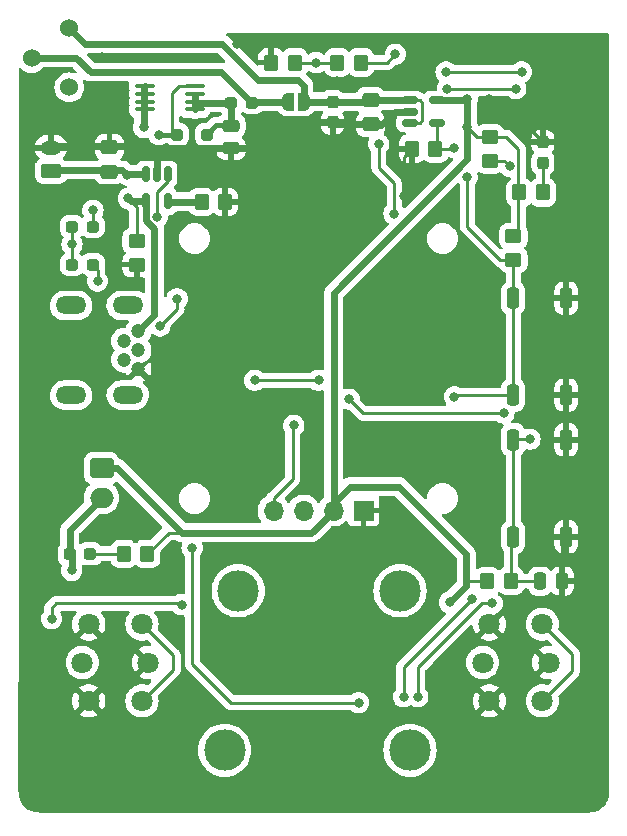
<source format=gbr>
%TF.GenerationSoftware,KiCad,Pcbnew,7.0.5*%
%TF.CreationDate,2023-08-05T14:06:43+09:00*%
%TF.ProjectId,templogger,74656d70-6c6f-4676-9765-722e6b696361,rev?*%
%TF.SameCoordinates,Original*%
%TF.FileFunction,Copper,L1,Top*%
%TF.FilePolarity,Positive*%
%FSLAX46Y46*%
G04 Gerber Fmt 4.6, Leading zero omitted, Abs format (unit mm)*
G04 Created by KiCad (PCBNEW 7.0.5) date 2023-08-05 14:06:43*
%MOMM*%
%LPD*%
G01*
G04 APERTURE LIST*
G04 Aperture macros list*
%AMRoundRect*
0 Rectangle with rounded corners*
0 $1 Rounding radius*
0 $2 $3 $4 $5 $6 $7 $8 $9 X,Y pos of 4 corners*
0 Add a 4 corners polygon primitive as box body*
4,1,4,$2,$3,$4,$5,$6,$7,$8,$9,$2,$3,0*
0 Add four circle primitives for the rounded corners*
1,1,$1+$1,$2,$3*
1,1,$1+$1,$4,$5*
1,1,$1+$1,$6,$7*
1,1,$1+$1,$8,$9*
0 Add four rect primitives between the rounded corners*
20,1,$1+$1,$2,$3,$4,$5,0*
20,1,$1+$1,$4,$5,$6,$7,0*
20,1,$1+$1,$6,$7,$8,$9,0*
20,1,$1+$1,$8,$9,$2,$3,0*%
%AMFreePoly0*
4,1,19,0.500000,-0.750000,0.000000,-0.750000,0.000000,-0.744911,-0.071157,-0.744911,-0.207708,-0.704816,-0.327430,-0.627875,-0.420627,-0.520320,-0.479746,-0.390866,-0.500000,-0.250000,-0.500000,0.250000,-0.479746,0.390866,-0.420627,0.520320,-0.327430,0.627875,-0.207708,0.704816,-0.071157,0.744911,0.000000,0.744911,0.000000,0.750000,0.500000,0.750000,0.500000,-0.750000,0.500000,-0.750000,
$1*%
%AMFreePoly1*
4,1,19,0.000000,0.744911,0.071157,0.744911,0.207708,0.704816,0.327430,0.627875,0.420627,0.520320,0.479746,0.390866,0.500000,0.250000,0.500000,-0.250000,0.479746,-0.390866,0.420627,-0.520320,0.327430,-0.627875,0.207708,-0.704816,0.071157,-0.744911,0.000000,-0.744911,0.000000,-0.750000,-0.500000,-0.750000,-0.500000,0.750000,0.000000,0.750000,0.000000,0.744911,0.000000,0.744911,
$1*%
G04 Aperture macros list end*
%TA.AperFunction,ComponentPad*%
%ADD10C,1.524000*%
%TD*%
%TA.AperFunction,SMDPad,CuDef*%
%ADD11RoundRect,0.250000X0.350000X0.450000X-0.350000X0.450000X-0.350000X-0.450000X0.350000X-0.450000X0*%
%TD*%
%TA.AperFunction,SMDPad,CuDef*%
%ADD12FreePoly0,0.000000*%
%TD*%
%TA.AperFunction,SMDPad,CuDef*%
%ADD13FreePoly1,0.000000*%
%TD*%
%TA.AperFunction,SMDPad,CuDef*%
%ADD14RoundRect,0.250000X0.475000X-0.337500X0.475000X0.337500X-0.475000X0.337500X-0.475000X-0.337500X0*%
%TD*%
%TA.AperFunction,SMDPad,CuDef*%
%ADD15RoundRect,0.250000X-0.450000X0.350000X-0.450000X-0.350000X0.450000X-0.350000X0.450000X0.350000X0*%
%TD*%
%TA.AperFunction,SMDPad,CuDef*%
%ADD16RoundRect,0.237500X-0.237500X0.287500X-0.237500X-0.287500X0.237500X-0.287500X0.237500X0.287500X0*%
%TD*%
%TA.AperFunction,SMDPad,CuDef*%
%ADD17RoundRect,0.250000X-0.350000X-0.450000X0.350000X-0.450000X0.350000X0.450000X-0.350000X0.450000X0*%
%TD*%
%TA.AperFunction,SMDPad,CuDef*%
%ADD18RoundRect,0.250000X-0.250000X0.650000X-0.250000X-0.650000X0.250000X-0.650000X0.250000X0.650000X0*%
%TD*%
%TA.AperFunction,SMDPad,CuDef*%
%ADD19RoundRect,0.237500X-0.237500X0.300000X-0.237500X-0.300000X0.237500X-0.300000X0.237500X0.300000X0*%
%TD*%
%TA.AperFunction,ComponentPad*%
%ADD20R,1.700000X1.700000*%
%TD*%
%TA.AperFunction,ComponentPad*%
%ADD21O,1.700000X1.700000*%
%TD*%
%TA.AperFunction,ComponentPad*%
%ADD22C,1.200000*%
%TD*%
%TA.AperFunction,ComponentPad*%
%ADD23O,2.600000X1.500000*%
%TD*%
%TA.AperFunction,SMDPad,CuDef*%
%ADD24RoundRect,0.150000X-0.150000X0.512500X-0.150000X-0.512500X0.150000X-0.512500X0.150000X0.512500X0*%
%TD*%
%TA.AperFunction,SMDPad,CuDef*%
%ADD25RoundRect,0.237500X-0.287500X-0.237500X0.287500X-0.237500X0.287500X0.237500X-0.287500X0.237500X0*%
%TD*%
%TA.AperFunction,ComponentPad*%
%ADD26C,3.500000*%
%TD*%
%TA.AperFunction,SMDPad,CuDef*%
%ADD27RoundRect,0.100000X0.712500X0.100000X-0.712500X0.100000X-0.712500X-0.100000X0.712500X-0.100000X0*%
%TD*%
%TA.AperFunction,SMDPad,CuDef*%
%ADD28RoundRect,0.250000X-0.250000X-0.475000X0.250000X-0.475000X0.250000X0.475000X-0.250000X0.475000X0*%
%TD*%
%TA.AperFunction,ComponentPad*%
%ADD29C,1.800000*%
%TD*%
%TA.AperFunction,SMDPad,CuDef*%
%ADD30RoundRect,0.250000X0.250000X0.250000X-0.250000X0.250000X-0.250000X-0.250000X0.250000X-0.250000X0*%
%TD*%
%TA.AperFunction,ComponentPad*%
%ADD31RoundRect,0.250000X-0.750000X0.600000X-0.750000X-0.600000X0.750000X-0.600000X0.750000X0.600000X0*%
%TD*%
%TA.AperFunction,ComponentPad*%
%ADD32O,2.000000X1.700000*%
%TD*%
%TA.AperFunction,SMDPad,CuDef*%
%ADD33RoundRect,0.250000X-0.475000X0.337500X-0.475000X-0.337500X0.475000X-0.337500X0.475000X0.337500X0*%
%TD*%
%TA.AperFunction,SMDPad,CuDef*%
%ADD34RoundRect,0.237500X0.287500X0.237500X-0.287500X0.237500X-0.287500X-0.237500X0.287500X-0.237500X0*%
%TD*%
%TA.AperFunction,SMDPad,CuDef*%
%ADD35RoundRect,0.250000X-0.475000X0.250000X-0.475000X-0.250000X0.475000X-0.250000X0.475000X0.250000X0*%
%TD*%
%TA.AperFunction,SMDPad,CuDef*%
%ADD36RoundRect,0.150000X-0.512500X-0.150000X0.512500X-0.150000X0.512500X0.150000X-0.512500X0.150000X0*%
%TD*%
%TA.AperFunction,ComponentPad*%
%ADD37RoundRect,0.250000X0.625000X-0.350000X0.625000X0.350000X-0.625000X0.350000X-0.625000X-0.350000X0*%
%TD*%
%TA.AperFunction,ComponentPad*%
%ADD38O,1.750000X1.200000*%
%TD*%
%TA.AperFunction,ViaPad*%
%ADD39C,0.800000*%
%TD*%
%TA.AperFunction,Conductor*%
%ADD40C,0.600000*%
%TD*%
%TA.AperFunction,Conductor*%
%ADD41C,0.250000*%
%TD*%
%TA.AperFunction,Conductor*%
%ADD42C,0.400000*%
%TD*%
G04 APERTURE END LIST*
D10*
%TO.P,SW105,1,A*%
%TO.N,Net-(JP101-B)*%
X90900000Y-54500000D03*
%TO.P,SW105,2,B*%
%TO.N,Net-(JP101-A)*%
X87700000Y-57000000D03*
%TO.P,SW105,3,C*%
%TO.N,unconnected-(SW105-C-Pad3)*%
X90900000Y-59500000D03*
%TD*%
D11*
%TO.P,R117,1*%
%TO.N,/GPIO2*%
X110000000Y-57400000D03*
%TO.P,R117,2*%
%TO.N,GND*%
X108000000Y-57400000D03*
%TD*%
D12*
%TO.P,JP101,1,A*%
%TO.N,Net-(JP101-A)*%
X109450000Y-60700000D03*
D13*
%TO.P,JP101,2,B*%
%TO.N,Net-(JP101-B)*%
X110750000Y-60700000D03*
%TD*%
D14*
%TO.P,C101,1*%
%TO.N,/VBAT*%
X94300000Y-66637500D03*
%TO.P,C101,2*%
%TO.N,GND*%
X94300000Y-64562500D03*
%TD*%
D15*
%TO.P,R104,1*%
%TO.N,+3.3V*%
X126500000Y-63700000D03*
%TO.P,R104,2*%
%TO.N,/GPIO8*%
X126500000Y-65700000D03*
%TD*%
D16*
%TO.P,D103,1,K*%
%TO.N,GND*%
X131000000Y-64125000D03*
%TO.P,D103,2,A*%
%TO.N,Net-(D103-A)*%
X131000000Y-65875000D03*
%TD*%
D11*
%TO.P,R107,1*%
%TO.N,+3.3V*%
X97500000Y-99000000D03*
%TO.P,R107,2*%
%TO.N,Net-(D101-A)*%
X95500000Y-99000000D03*
%TD*%
D17*
%TO.P,R110,1*%
%TO.N,+3.3V*%
X129000000Y-68400000D03*
%TO.P,R110,2*%
%TO.N,Net-(D103-A)*%
X131000000Y-68400000D03*
%TD*%
D18*
%TO.P,SW103,A,A*%
%TO.N,/GPIO9*%
X128475000Y-77350000D03*
%TO.P,SW103,B,B*%
X128475000Y-85550000D03*
%TO.P,SW103,C,C*%
%TO.N,GND*%
X132975000Y-77350000D03*
%TO.P,SW103,D,D*%
X132975000Y-85550000D03*
%TD*%
D19*
%TO.P,C103,1*%
%TO.N,Net-(JP101-B)*%
X113200000Y-60737500D03*
%TO.P,C103,2*%
%TO.N,GND*%
X113200000Y-62462500D03*
%TD*%
D20*
%TO.P,U105,1,GND*%
%TO.N,GND*%
X115810000Y-95330000D03*
D21*
%TO.P,U105,2,VCC*%
%TO.N,+3.3V*%
X113270000Y-95330000D03*
%TO.P,U105,3,SCL*%
%TO.N,/GPIO8*%
X110730000Y-95330000D03*
%TO.P,U105,4,SDA*%
%TO.N,/GPIO9*%
X108190000Y-95330000D03*
%TD*%
D17*
%TO.P,R109,1*%
%TO.N,+3.3V*%
X126300000Y-101300000D03*
%TO.P,R109,2*%
%TO.N,/~{RESET}*%
X128300000Y-101300000D03*
%TD*%
D15*
%TO.P,R115,1*%
%TO.N,/USBVDD*%
X96600000Y-72500000D03*
%TO.P,R115,2*%
%TO.N,GND*%
X96600000Y-74500000D03*
%TD*%
D22*
%TO.P,J103,1,VBUS*%
%TO.N,/USBVDD*%
X96750000Y-80160000D03*
%TO.P,J103,2,D-*%
%TO.N,Net-(J103-D-)*%
X95550000Y-80960000D03*
%TO.P,J103,3,D+*%
%TO.N,Net-(J103-D+)*%
X96750000Y-81760000D03*
%TO.P,J103,4,ID*%
%TO.N,unconnected-(J103-ID-Pad4)*%
X95550000Y-82560000D03*
%TO.P,J103,5,GND*%
%TO.N,GND*%
X96750000Y-83360000D03*
D23*
%TO.P,J103,6,Shield*%
%TO.N,Net-(J103-Shield)*%
X95850000Y-77960000D03*
X91050000Y-77960000D03*
X95850000Y-85560000D03*
X91050000Y-85560000D03*
%TD*%
D24*
%TO.P,U101,1,STAT*%
%TO.N,Net-(D102-K)*%
X99250000Y-66862500D03*
%TO.P,U101,2,V_{SS}*%
%TO.N,GND*%
X98300000Y-66862500D03*
%TO.P,U101,3,V_{BAT}*%
%TO.N,/VBAT*%
X97350000Y-66862500D03*
%TO.P,U101,4,V_{DD}*%
%TO.N,/USBVDD*%
X97350000Y-69137500D03*
%TO.P,U101,5,PROG*%
%TO.N,Net-(U101-PROG)*%
X99250000Y-69137500D03*
%TD*%
D25*
%TO.P,D102,1,K*%
%TO.N,Net-(D102-K)*%
X91125000Y-71300000D03*
%TO.P,D102,2,A*%
%TO.N,Net-(D102-A)*%
X92875000Y-71300000D03*
%TD*%
D26*
%TO.P,J101,*%
%TO.N,*%
X104050000Y-115625000D03*
X119750000Y-115625000D03*
%TO.P,J101,+,+*%
%TO.N,Net-(U103-T+)*%
X118900000Y-102125000D03*
%TO.P,J101,-,-*%
%TO.N,Net-(U103-T-)*%
X105200000Y-102125000D03*
%TD*%
D25*
%TO.P,D101,1,K*%
%TO.N,Net-(D101-K)*%
X90925000Y-99000000D03*
%TO.P,D101,2,A*%
%TO.N,Net-(D101-A)*%
X92675000Y-99000000D03*
%TD*%
D27*
%TO.P,Q102,1,S*%
%TO.N,/VOUT*%
X101512500Y-61375000D03*
%TO.P,Q102,2,S*%
X101512500Y-60725000D03*
%TO.P,Q102,3,S*%
X101512500Y-60075000D03*
%TO.P,Q102,4,G*%
%TO.N,/USBVDD*%
X101512500Y-59425000D03*
%TO.P,Q102,5,D*%
%TO.N,/VBAT*%
X97287500Y-59425000D03*
%TO.P,Q102,6,D*%
X97287500Y-60075000D03*
%TO.P,Q102,7,D*%
X97287500Y-60725000D03*
%TO.P,Q102,8,D*%
X97287500Y-61375000D03*
%TD*%
D15*
%TO.P,R103,1*%
%TO.N,+3.3V*%
X128500000Y-72100000D03*
%TO.P,R103,2*%
%TO.N,/GPIO9*%
X128500000Y-74100000D03*
%TD*%
D28*
%TO.P,C108,1*%
%TO.N,/~{RESET}*%
X130750000Y-101300000D03*
%TO.P,C108,2*%
%TO.N,GND*%
X132650000Y-101300000D03*
%TD*%
D29*
%TO.P,SW102,1,1*%
%TO.N,/TXD{slash}GPIO21*%
X130950000Y-104950000D03*
%TO.P,SW102,2,2*%
X130950000Y-111450000D03*
%TO.P,SW102,3,3*%
%TO.N,GND*%
X126450000Y-104950000D03*
%TO.P,SW102,4,4*%
X126450000Y-111450000D03*
%TO.P,SW102,5,A*%
%TO.N,Net-(SW102-A)*%
X125900000Y-108200000D03*
%TO.P,SW102,6,K*%
%TO.N,GND*%
X131500000Y-108200000D03*
%TD*%
D25*
%TO.P,FB101,1*%
%TO.N,/VOUT*%
X104625000Y-60800000D03*
%TO.P,FB101,2*%
%TO.N,Net-(JP101-A)*%
X106375000Y-60800000D03*
%TD*%
D30*
%TO.P,D105,1,K*%
%TO.N,/VOUT*%
X102550000Y-63500000D03*
%TO.P,D105,2,A*%
%TO.N,/USBVDD*%
X100050000Y-63500000D03*
%TD*%
D31*
%TO.P,J102,1,Pin_1*%
%TO.N,+3.3V*%
X93625000Y-91750000D03*
D32*
%TO.P,J102,2,Pin_2*%
%TO.N,Net-(D101-K)*%
X93625000Y-94250000D03*
%TD*%
D33*
%TO.P,C104,1*%
%TO.N,Net-(JP101-B)*%
X116400000Y-60562500D03*
%TO.P,C104,2*%
%TO.N,GND*%
X116400000Y-62637500D03*
%TD*%
D11*
%TO.P,R106,1*%
%TO.N,Net-(U104-ADJ)*%
X121900000Y-64700000D03*
%TO.P,R106,2*%
%TO.N,GND*%
X119900000Y-64700000D03*
%TD*%
D34*
%TO.P,D104,1,K*%
%TO.N,Net-(D104-K)*%
X92875000Y-74500000D03*
%TO.P,D104,2,A*%
%TO.N,Net-(D102-K)*%
X91125000Y-74500000D03*
%TD*%
D35*
%TO.P,C102,1*%
%TO.N,/VOUT*%
X104600000Y-62750000D03*
%TO.P,C102,2*%
%TO.N,GND*%
X104600000Y-64650000D03*
%TD*%
D17*
%TO.P,R112,1*%
%TO.N,Net-(U101-PROG)*%
X102100000Y-69200000D03*
%TO.P,R112,2*%
%TO.N,GND*%
X104100000Y-69200000D03*
%TD*%
D18*
%TO.P,SW104,A,A*%
%TO.N,/~{RESET}*%
X128475000Y-89350000D03*
%TO.P,SW104,B,B*%
X128475000Y-97550000D03*
%TO.P,SW104,C,C*%
%TO.N,GND*%
X132975000Y-89350000D03*
%TO.P,SW104,D,D*%
X132975000Y-97550000D03*
%TD*%
D36*
%TO.P,U104,1,IN*%
%TO.N,Net-(JP101-B)*%
X119725000Y-60600000D03*
%TO.P,U104,2,GND*%
%TO.N,GND*%
X119725000Y-61550000D03*
%TO.P,U104,3,EN*%
%TO.N,Net-(JP101-B)*%
X119725000Y-62500000D03*
%TO.P,U104,4,ADJ*%
%TO.N,Net-(U104-ADJ)*%
X122000000Y-62500000D03*
%TO.P,U104,5,OUT*%
%TO.N,+3.3V*%
X122000000Y-60600000D03*
%TD*%
D29*
%TO.P,SW101,1,1*%
%TO.N,/RXD{slash}GPIO20*%
X97050000Y-104950000D03*
%TO.P,SW101,2,2*%
X97050000Y-111450000D03*
%TO.P,SW101,3,3*%
%TO.N,GND*%
X92550000Y-104950000D03*
%TO.P,SW101,4,4*%
X92550000Y-111450000D03*
%TO.P,SW101,5,A*%
%TO.N,Net-(SW101-A)*%
X92000000Y-108200000D03*
%TO.P,SW101,6,K*%
%TO.N,GND*%
X97600000Y-108200000D03*
%TD*%
D11*
%TO.P,R108,1*%
%TO.N,+3.3V*%
X115600000Y-57400000D03*
%TO.P,R108,2*%
%TO.N,/GPIO2*%
X113600000Y-57400000D03*
%TD*%
D37*
%TO.P,J104,1,Pin_1*%
%TO.N,/VBAT*%
X89350000Y-66600000D03*
D38*
%TO.P,J104,2,Pin_2*%
%TO.N,GND*%
X89350000Y-64600000D03*
%TD*%
D39*
%TO.N,GND*%
X92900000Y-60500000D03*
X93700000Y-56900000D03*
%TO.N,/GPIO2*%
X111800000Y-57400000D03*
%TO.N,GND*%
X124900000Y-119400000D03*
X104500000Y-83200000D03*
X115800000Y-109000000D03*
X100800000Y-119300000D03*
X135100000Y-97400000D03*
X121300000Y-98700000D03*
X122400000Y-77100000D03*
X115100000Y-65700000D03*
X106900000Y-106600000D03*
X119200000Y-68700000D03*
X117300000Y-68700000D03*
X111300000Y-91500000D03*
X116800000Y-56100000D03*
X111800000Y-98700000D03*
X111900000Y-68800000D03*
X115000000Y-100500000D03*
X114300000Y-72200000D03*
X112900000Y-119300000D03*
X117100000Y-83300000D03*
X126400000Y-60500000D03*
X87800000Y-70600000D03*
X117100000Y-90500000D03*
X97700000Y-90300000D03*
X87800000Y-78600000D03*
X113600000Y-59000000D03*
X106800000Y-119300000D03*
X135100000Y-104600000D03*
X116300000Y-104800000D03*
X106100000Y-95800000D03*
X135100000Y-88700000D03*
X111300000Y-55900000D03*
X122400000Y-83400000D03*
X108500000Y-98700000D03*
X135100000Y-81100000D03*
X105100000Y-55800000D03*
X111900000Y-102200000D03*
X104400000Y-77000000D03*
X87800000Y-87200000D03*
X95700000Y-119200000D03*
X108300000Y-62500000D03*
X116900000Y-58800000D03*
X118700000Y-119300000D03*
X87800000Y-104000000D03*
X123300000Y-111200000D03*
X122400000Y-90600000D03*
X117600000Y-98700000D03*
X104200000Y-91500000D03*
X108100000Y-104700000D03*
X127700000Y-115000000D03*
X135200000Y-68300000D03*
X117200000Y-110200000D03*
X108000000Y-110000000D03*
X105200000Y-109200000D03*
X109100000Y-66300000D03*
X126300000Y-80800000D03*
X87800000Y-111700000D03*
X122400000Y-101100000D03*
X135300000Y-60000000D03*
X87800000Y-96900000D03*
X131000000Y-93100000D03*
X94100000Y-96800000D03*
X135200000Y-76100000D03*
X100800000Y-111000000D03*
X127700000Y-62400000D03*
X111500000Y-76900000D03*
X104700000Y-98700000D03*
X117200000Y-77000000D03*
X110200000Y-100500000D03*
X126600000Y-69400000D03*
X103000000Y-105200000D03*
X97200000Y-96700000D03*
X135100000Y-112500000D03*
%TO.N,+3.3V*%
X118500000Y-56700000D03*
X124600000Y-62900000D03*
X124600000Y-60500000D03*
X123100000Y-103100000D03*
%TO.N,/~{RESET}*%
X129900000Y-89300000D03*
X122800000Y-58200000D03*
X129200000Y-58200000D03*
%TO.N,Net-(D101-K)*%
X91100000Y-100400000D03*
%TO.N,/USBVDD*%
X95900000Y-68900000D03*
X98500000Y-63500000D03*
%TO.N,Net-(J103-D-)*%
X98575500Y-79700000D03*
X100024500Y-77400000D03*
%TO.N,/GPIO6{slash}TCK*%
X89400000Y-104500000D03*
X100400000Y-103300000D03*
%TO.N,/GPIO7{slash}TDO*%
X118400000Y-70200000D03*
X117100000Y-64300000D03*
%TO.N,/GPIO9*%
X109900000Y-88124500D03*
X124600000Y-67100000D03*
X123500000Y-85700000D03*
%TO.N,/GPIO8*%
X128200000Y-66200000D03*
%TO.N,Net-(U104-ADJ)*%
X123500000Y-64600000D03*
%TO.N,/TXD{slash}GPIO21*%
X114600000Y-85900000D03*
X106600000Y-84300000D03*
X127700000Y-87100000D03*
X112000000Y-84300000D03*
%TO.N,/GPIO4{slash}TMS*%
X120400000Y-111100000D03*
X128700000Y-59600000D03*
X126700000Y-103200000D03*
X122900000Y-59600000D03*
%TO.N,/GPIO5{slash}TDI*%
X125000000Y-102800000D03*
X119200000Y-111100000D03*
%TO.N,/GPIO3*%
X101300000Y-98500000D03*
X115400000Y-111600000D03*
%TO.N,/VBAT*%
X97200000Y-62900000D03*
X95800000Y-66900000D03*
%TO.N,Net-(D102-K)*%
X98345550Y-70473464D03*
X91125000Y-72800000D03*
%TO.N,Net-(D102-A)*%
X92900000Y-69900000D03*
%TO.N,Net-(D104-K)*%
X93300000Y-75900000D03*
%TD*%
D40*
%TO.N,Net-(JP101-A)*%
X103775000Y-58200000D02*
X106375000Y-60800000D01*
X92700000Y-58200000D02*
X103775000Y-58200000D01*
X87700000Y-57000000D02*
X91500000Y-57000000D01*
X91500000Y-57000000D02*
X92700000Y-58200000D01*
%TO.N,Net-(JP101-B)*%
X110750000Y-59350000D02*
X110750000Y-60700000D01*
X103800000Y-55800000D02*
X106900000Y-58900000D01*
X106900000Y-58900000D02*
X110300000Y-58900000D01*
X110300000Y-58900000D02*
X110750000Y-59350000D01*
X92200000Y-55800000D02*
X103800000Y-55800000D01*
X90900000Y-54500000D02*
X92200000Y-55800000D01*
D41*
%TO.N,+3.3V*%
X117800000Y-57400000D02*
X118500000Y-56700000D01*
X115600000Y-57400000D02*
X117800000Y-57400000D01*
%TO.N,/GPIO2*%
X110000000Y-57400000D02*
X111800000Y-57400000D01*
X113600000Y-57400000D02*
X111800000Y-57400000D01*
D40*
%TO.N,Net-(JP101-A)*%
X106475000Y-60700000D02*
X106375000Y-60800000D01*
X109450000Y-60700000D02*
X106475000Y-60700000D01*
%TO.N,Net-(JP101-B)*%
X113162500Y-60700000D02*
X113200000Y-60737500D01*
X110750000Y-60700000D02*
X113162500Y-60700000D01*
%TO.N,/VBAT*%
X89450000Y-66500000D02*
X89350000Y-66600000D01*
X95400000Y-66500000D02*
X89450000Y-66500000D01*
X95800000Y-66900000D02*
X95400000Y-66500000D01*
%TO.N,GND*%
X89450000Y-64500000D02*
X89350000Y-64600000D01*
X97400000Y-64500000D02*
X89450000Y-64500000D01*
X118450000Y-61550000D02*
X117300000Y-62700000D01*
X109300000Y-109000000D02*
X115800000Y-109000000D01*
D41*
X131000000Y-64125000D02*
X127375000Y-60500000D01*
D40*
X108337500Y-62462500D02*
X108300000Y-62500000D01*
X98300000Y-65400000D02*
X97400000Y-64500000D01*
X97550000Y-64650000D02*
X97400000Y-64500000D01*
D41*
X119900000Y-64700000D02*
X119200000Y-65400000D01*
D40*
X104600000Y-64650000D02*
X97550000Y-64650000D01*
X116400000Y-62637500D02*
X113375000Y-62637500D01*
X105850000Y-64650000D02*
X104600000Y-64650000D01*
D41*
X127375000Y-60500000D02*
X126400000Y-60500000D01*
D40*
X119725000Y-61550000D02*
X118450000Y-61550000D01*
D41*
X132650000Y-97875000D02*
X132975000Y-97550000D01*
D40*
X106900000Y-106600000D02*
X109300000Y-109000000D01*
X98300000Y-66862500D02*
X98300000Y-65400000D01*
X113200000Y-62462500D02*
X108337500Y-62462500D01*
D41*
X132650000Y-101300000D02*
X132650000Y-97875000D01*
D40*
X108037500Y-62462500D02*
X105850000Y-64650000D01*
X114500000Y-68700000D02*
X108300000Y-62500000D01*
X108300000Y-62500000D02*
X108262500Y-62462500D01*
D41*
X119200000Y-65400000D02*
X119200000Y-68700000D01*
D40*
X117300000Y-68700000D02*
X114500000Y-68700000D01*
X113375000Y-62637500D02*
X113200000Y-62462500D01*
X116462500Y-62700000D02*
X116400000Y-62637500D01*
X117300000Y-62700000D02*
X116462500Y-62700000D01*
X108262500Y-62462500D02*
X108037500Y-62462500D01*
%TO.N,+3.3V*%
X123100000Y-103100000D02*
X124500000Y-101700000D01*
X124500000Y-60600000D02*
X122000000Y-60600000D01*
D41*
X128925000Y-64725000D02*
X127900000Y-63700000D01*
D40*
X124500000Y-101200000D02*
X124500000Y-99000000D01*
X94950000Y-91750000D02*
X93625000Y-91750000D01*
X124600000Y-65600000D02*
X113270000Y-76930000D01*
X124600000Y-62900000D02*
X124600000Y-65600000D01*
D41*
X128925000Y-71675000D02*
X128925000Y-64725000D01*
X97500000Y-99000000D02*
X99300000Y-97200000D01*
D40*
X124500000Y-101700000D02*
X124500000Y-101200000D01*
X111400000Y-97200000D02*
X100400000Y-97200000D01*
X113270000Y-95330000D02*
X111400000Y-97200000D01*
X113270000Y-76930000D02*
X113270000Y-95330000D01*
X124600000Y-60500000D02*
X124500000Y-60600000D01*
D41*
X126500000Y-63700000D02*
X125400000Y-63700000D01*
D40*
X124600000Y-60500000D02*
X124600000Y-62900000D01*
D41*
X125400000Y-63700000D02*
X124600000Y-62900000D01*
X124600000Y-101300000D02*
X124500000Y-101200000D01*
D40*
X114700000Y-93300000D02*
X113270000Y-94730000D01*
X113270000Y-94730000D02*
X113270000Y-95330000D01*
D41*
X128500000Y-72100000D02*
X128925000Y-71675000D01*
X126300000Y-101300000D02*
X124600000Y-101300000D01*
D40*
X118800000Y-93300000D02*
X114700000Y-93300000D01*
X100400000Y-97200000D02*
X94950000Y-91750000D01*
D41*
X127900000Y-63700000D02*
X126500000Y-63700000D01*
D40*
X124500000Y-99000000D02*
X118800000Y-93300000D01*
D41*
X99300000Y-97200000D02*
X100400000Y-97200000D01*
%TO.N,/~{RESET}*%
X128475000Y-89350000D02*
X128475000Y-97550000D01*
X122800000Y-58200000D02*
X129200000Y-58200000D01*
X128300000Y-101300000D02*
X128300000Y-97725000D01*
X128525000Y-89300000D02*
X128475000Y-89350000D01*
X129900000Y-89300000D02*
X128525000Y-89300000D01*
X130750000Y-101300000D02*
X128300000Y-101300000D01*
X128300000Y-97725000D02*
X128475000Y-97550000D01*
D40*
%TO.N,Net-(D101-K)*%
X90925000Y-99000000D02*
X90925000Y-96950000D01*
X91100000Y-99175000D02*
X90925000Y-99000000D01*
X91100000Y-100400000D02*
X91100000Y-99175000D01*
X90925000Y-96950000D02*
X93625000Y-94250000D01*
D41*
%TO.N,Net-(D101-A)*%
X95500000Y-99000000D02*
X92675000Y-99000000D01*
%TO.N,Net-(D103-A)*%
X131000000Y-68400000D02*
X131000000Y-65875000D01*
D40*
%TO.N,/USBVDD*%
X98100000Y-78810000D02*
X98100000Y-71500000D01*
X96750000Y-80160000D02*
X98100000Y-78810000D01*
X97350000Y-70750000D02*
X97350000Y-69137500D01*
D41*
X101512500Y-59425000D02*
X100175000Y-59425000D01*
D40*
X98100000Y-71500000D02*
X97350000Y-70750000D01*
X96137500Y-69137500D02*
X95900000Y-68900000D01*
D41*
X99600000Y-63400000D02*
X99700000Y-63500000D01*
X99600000Y-60000000D02*
X99600000Y-63400000D01*
X96600000Y-69600000D02*
X95900000Y-68900000D01*
X100175000Y-59425000D02*
X99600000Y-60000000D01*
D42*
X100050000Y-63500000D02*
X98500000Y-63500000D01*
D40*
X97350000Y-69137500D02*
X96137500Y-69137500D01*
D41*
X99700000Y-63500000D02*
X100050000Y-63500000D01*
X96600000Y-72500000D02*
X96600000Y-69600000D01*
%TO.N,Net-(J103-D-)*%
X98575500Y-79700000D02*
X100024500Y-78251000D01*
X100024500Y-78251000D02*
X100024500Y-77400000D01*
%TO.N,/GPIO6{slash}TCK*%
X89800000Y-103200000D02*
X89400000Y-103600000D01*
X89400000Y-103600000D02*
X89400000Y-104500000D01*
X100400000Y-103300000D02*
X100300000Y-103200000D01*
X100300000Y-103200000D02*
X89800000Y-103200000D01*
%TO.N,/GPIO7{slash}TDO*%
X118400000Y-67600000D02*
X118400000Y-70200000D01*
X117100000Y-64300000D02*
X117100000Y-66300000D01*
X117100000Y-66300000D02*
X118400000Y-67600000D01*
%TO.N,/GPIO9*%
X109900000Y-88124500D02*
X109800000Y-88224500D01*
X127400000Y-74100000D02*
X124600000Y-71300000D01*
X123650000Y-85550000D02*
X123500000Y-85700000D01*
X128475000Y-77350000D02*
X128500000Y-77325000D01*
X128475000Y-77350000D02*
X128475000Y-85550000D01*
X128475000Y-85550000D02*
X123650000Y-85550000D01*
X128500000Y-74100000D02*
X127400000Y-74100000D01*
X124600000Y-71300000D02*
X124600000Y-67100000D01*
X109800000Y-88224500D02*
X109800000Y-92700000D01*
X109800000Y-92700000D02*
X108190000Y-94310000D01*
X108190000Y-94310000D02*
X108190000Y-95330000D01*
X128500000Y-77325000D02*
X128500000Y-74100000D01*
%TO.N,/GPIO8*%
X127700000Y-65700000D02*
X128200000Y-66200000D01*
X126500000Y-65700000D02*
X127700000Y-65700000D01*
%TO.N,Net-(U104-ADJ)*%
X121900000Y-64700000D02*
X123400000Y-64700000D01*
X122000000Y-62500000D02*
X122000000Y-64600000D01*
X122000000Y-64600000D02*
X121900000Y-64700000D01*
X123400000Y-64700000D02*
X123500000Y-64600000D01*
%TO.N,/RXD{slash}GPIO20*%
X99700000Y-108800000D02*
X99700000Y-107600000D01*
X99700000Y-107600000D02*
X97050000Y-104950000D01*
X97050000Y-111450000D02*
X99700000Y-108800000D01*
%TO.N,/TXD{slash}GPIO21*%
X127700000Y-87100000D02*
X115800000Y-87100000D01*
X115800000Y-87100000D02*
X114600000Y-85900000D01*
X133500000Y-107500000D02*
X130950000Y-104950000D01*
X130950000Y-111450000D02*
X133500000Y-108900000D01*
X133500000Y-108900000D02*
X133500000Y-107500000D01*
X112000000Y-84300000D02*
X106600000Y-84300000D01*
%TO.N,/GPIO4{slash}TMS*%
X125800000Y-103200000D02*
X120400000Y-108600000D01*
X120400000Y-108600000D02*
X120400000Y-111100000D01*
X124725305Y-59600000D02*
X128700000Y-59600000D01*
X122900000Y-59600000D02*
X124725305Y-59600000D01*
X126700000Y-103200000D02*
X125800000Y-103200000D01*
%TO.N,/GPIO5{slash}TDI*%
X119200000Y-108600000D02*
X125000000Y-102800000D01*
X119200000Y-111100000D02*
X119200000Y-108600000D01*
%TO.N,/GPIO3*%
X104600000Y-111600000D02*
X101300000Y-108300000D01*
X115400000Y-111600000D02*
X104600000Y-111600000D01*
X101300000Y-108300000D02*
X101300000Y-98500000D01*
D40*
%TO.N,/VBAT*%
X97200000Y-59512500D02*
X97287500Y-59425000D01*
X97200000Y-62900000D02*
X97200000Y-59512500D01*
X97350000Y-66862500D02*
X95837500Y-66862500D01*
X95837500Y-66862500D02*
X95800000Y-66900000D01*
%TO.N,/VOUT*%
X101512500Y-60312500D02*
X101500000Y-60300000D01*
X101512500Y-61375000D02*
X101512500Y-60312500D01*
D42*
X104550000Y-62700000D02*
X104600000Y-62750000D01*
D40*
X101587500Y-60800000D02*
X101512500Y-60725000D01*
X104625000Y-62725000D02*
X104600000Y-62750000D01*
D42*
X102550000Y-63500000D02*
X103350000Y-62700000D01*
X103350000Y-62700000D02*
X104550000Y-62700000D01*
D40*
X104625000Y-60800000D02*
X101587500Y-60800000D01*
X104625000Y-60800000D02*
X104625000Y-62725000D01*
D41*
%TO.N,Net-(D102-K)*%
X98345550Y-70473464D02*
X98345550Y-68354450D01*
X91125000Y-72800000D02*
X91125000Y-71300000D01*
X91125000Y-74500000D02*
X91125000Y-72800000D01*
X99250000Y-67450000D02*
X99250000Y-66862500D01*
X98345550Y-68354450D02*
X99250000Y-67450000D01*
%TO.N,Net-(D102-A)*%
X92900000Y-69900000D02*
X92875000Y-69925000D01*
X92875000Y-69925000D02*
X92875000Y-71300000D01*
%TO.N,Net-(D104-K)*%
X93300000Y-75900000D02*
X93300000Y-74925000D01*
X93300000Y-74925000D02*
X92875000Y-74500000D01*
D40*
%TO.N,Net-(U101-PROG)*%
X99312500Y-69200000D02*
X99250000Y-69137500D01*
X102100000Y-69200000D02*
X99312500Y-69200000D01*
D41*
%TO.N,Net-(JP101-B)*%
X120600000Y-62500000D02*
X120800000Y-62300000D01*
D40*
X113200000Y-60737500D02*
X116225000Y-60737500D01*
D41*
X119725000Y-62500000D02*
X120600000Y-62500000D01*
X120600000Y-60600000D02*
X119725000Y-60600000D01*
D40*
X116437500Y-60600000D02*
X116400000Y-60562500D01*
X116225000Y-60737500D02*
X116400000Y-60562500D01*
D41*
X120800000Y-60800000D02*
X120600000Y-60600000D01*
X120800000Y-62300000D02*
X120800000Y-60800000D01*
D40*
X119725000Y-60600000D02*
X116437500Y-60600000D01*
%TD*%
%TA.AperFunction,Conductor*%
%TO.N,GND*%
G36*
X136542539Y-54919685D02*
G01*
X136588294Y-54972489D01*
X136599500Y-55024000D01*
X136599500Y-119197784D01*
X136599342Y-119202208D01*
X136594523Y-119269576D01*
X136580593Y-119446572D01*
X136579365Y-119454896D01*
X136556788Y-119558683D01*
X136556492Y-119559978D01*
X136523980Y-119695397D01*
X136521782Y-119702597D01*
X136482118Y-119808941D01*
X136481308Y-119811001D01*
X136430790Y-119932960D01*
X136427924Y-119938951D01*
X136372189Y-120041023D01*
X136370636Y-120043705D01*
X136303089Y-120153934D01*
X136299857Y-120158697D01*
X136229419Y-120252790D01*
X136226930Y-120255901D01*
X136143647Y-120353413D01*
X136140341Y-120356989D01*
X136056989Y-120440341D01*
X136053413Y-120443647D01*
X135955901Y-120526930D01*
X135952790Y-120529419D01*
X135858697Y-120599857D01*
X135853934Y-120603089D01*
X135743705Y-120670636D01*
X135741023Y-120672189D01*
X135638951Y-120727924D01*
X135632960Y-120730790D01*
X135511001Y-120781308D01*
X135508941Y-120782118D01*
X135402597Y-120821782D01*
X135395397Y-120823980D01*
X135259978Y-120856492D01*
X135258683Y-120856788D01*
X135154896Y-120879365D01*
X135146572Y-120880593D01*
X134969666Y-120894515D01*
X134908688Y-120898877D01*
X134902206Y-120899341D01*
X134897786Y-120899499D01*
X88431591Y-120899499D01*
X88427729Y-120898365D01*
X88382680Y-120899448D01*
X88378524Y-120899409D01*
X88302579Y-120896141D01*
X88140831Y-120888145D01*
X88132864Y-120887232D01*
X88029465Y-120868555D01*
X87897645Y-120842215D01*
X87890614Y-120840376D01*
X87784957Y-120806018D01*
X87783148Y-120805399D01*
X87732363Y-120787134D01*
X87663412Y-120762336D01*
X87657425Y-120759820D01*
X87597898Y-120731057D01*
X87555054Y-120710355D01*
X87552684Y-120709146D01*
X87442872Y-120650108D01*
X87437950Y-120647161D01*
X87342171Y-120583611D01*
X87339357Y-120581629D01*
X87330919Y-120575329D01*
X87240371Y-120507725D01*
X87236533Y-120504612D01*
X87213553Y-120484396D01*
X87149837Y-120428342D01*
X87146812Y-120425493D01*
X87060023Y-120338012D01*
X87057164Y-120334927D01*
X86988744Y-120255901D01*
X86981591Y-120247639D01*
X86978511Y-120243779D01*
X86905374Y-120144181D01*
X86903434Y-120141378D01*
X86888722Y-120118819D01*
X86840648Y-120045101D01*
X86837751Y-120040176D01*
X86779581Y-119929889D01*
X86778411Y-119927551D01*
X86729732Y-119824733D01*
X86727267Y-119818731D01*
X86685139Y-119698612D01*
X86684545Y-119696829D01*
X86678841Y-119678804D01*
X86651030Y-119590919D01*
X86649255Y-119583904D01*
X86623956Y-119451852D01*
X86606101Y-119348316D01*
X86605255Y-119340366D01*
X86598317Y-119172254D01*
X86595901Y-119103409D01*
X86595896Y-119099260D01*
X86596981Y-119065427D01*
X86595860Y-119052014D01*
X86595944Y-117861035D01*
X86596101Y-115625007D01*
X101794671Y-115625007D01*
X101813964Y-115919363D01*
X101813965Y-115919373D01*
X101813966Y-115919380D01*
X101813968Y-115919390D01*
X101871518Y-116208716D01*
X101871521Y-116208730D01*
X101966349Y-116488080D01*
X102096825Y-116752660D01*
X102096829Y-116752667D01*
X102260725Y-116997955D01*
X102455241Y-117219758D01*
X102677043Y-117414273D01*
X102922335Y-117578172D01*
X103186923Y-117708652D01*
X103466278Y-117803481D01*
X103755620Y-117861034D01*
X103783888Y-117862886D01*
X104049993Y-117880329D01*
X104050000Y-117880329D01*
X104050007Y-117880329D01*
X104285675Y-117864881D01*
X104344380Y-117861034D01*
X104633722Y-117803481D01*
X104913077Y-117708652D01*
X105177665Y-117578172D01*
X105422957Y-117414273D01*
X105644758Y-117219758D01*
X105839273Y-116997957D01*
X106003172Y-116752665D01*
X106133652Y-116488077D01*
X106228481Y-116208722D01*
X106286034Y-115919380D01*
X106305329Y-115625007D01*
X117494671Y-115625007D01*
X117513964Y-115919363D01*
X117513965Y-115919373D01*
X117513966Y-115919380D01*
X117513968Y-115919390D01*
X117571518Y-116208716D01*
X117571521Y-116208730D01*
X117666349Y-116488080D01*
X117796825Y-116752660D01*
X117796829Y-116752667D01*
X117960725Y-116997955D01*
X118155241Y-117219758D01*
X118377043Y-117414273D01*
X118622335Y-117578172D01*
X118886923Y-117708652D01*
X119166278Y-117803481D01*
X119455620Y-117861034D01*
X119483888Y-117862886D01*
X119749993Y-117880329D01*
X119750000Y-117880329D01*
X119750007Y-117880329D01*
X119985675Y-117864881D01*
X120044380Y-117861034D01*
X120333722Y-117803481D01*
X120613077Y-117708652D01*
X120877665Y-117578172D01*
X121122957Y-117414273D01*
X121344758Y-117219758D01*
X121539273Y-116997957D01*
X121703172Y-116752665D01*
X121833652Y-116488077D01*
X121928481Y-116208722D01*
X121986034Y-115919380D01*
X122005329Y-115625000D01*
X122005329Y-115624992D01*
X121986035Y-115330636D01*
X121986034Y-115330620D01*
X121928481Y-115041278D01*
X121833652Y-114761923D01*
X121703172Y-114497336D01*
X121539273Y-114252043D01*
X121496655Y-114203447D01*
X121344758Y-114030241D01*
X121122955Y-113835725D01*
X120877667Y-113671829D01*
X120877660Y-113671825D01*
X120613080Y-113541349D01*
X120333730Y-113446521D01*
X120333724Y-113446519D01*
X120333722Y-113446519D01*
X120044380Y-113388966D01*
X120044373Y-113388965D01*
X120044363Y-113388964D01*
X119750007Y-113369671D01*
X119749993Y-113369671D01*
X119455636Y-113388964D01*
X119455624Y-113388965D01*
X119455620Y-113388966D01*
X119455612Y-113388967D01*
X119455609Y-113388968D01*
X119166283Y-113446518D01*
X119166269Y-113446521D01*
X118886919Y-113541349D01*
X118622334Y-113671828D01*
X118377041Y-113835728D01*
X118155241Y-114030241D01*
X117960728Y-114252041D01*
X117796828Y-114497334D01*
X117666349Y-114761919D01*
X117571521Y-115041269D01*
X117571518Y-115041283D01*
X117513968Y-115330609D01*
X117513964Y-115330636D01*
X117494671Y-115624992D01*
X117494671Y-115625007D01*
X106305329Y-115625007D01*
X106305329Y-115625000D01*
X106305329Y-115624992D01*
X106286035Y-115330636D01*
X106286034Y-115330620D01*
X106228481Y-115041278D01*
X106133652Y-114761923D01*
X106003172Y-114497336D01*
X105839273Y-114252043D01*
X105796655Y-114203447D01*
X105644758Y-114030241D01*
X105422955Y-113835725D01*
X105177667Y-113671829D01*
X105177660Y-113671825D01*
X104913080Y-113541349D01*
X104633730Y-113446521D01*
X104633724Y-113446519D01*
X104633722Y-113446519D01*
X104344380Y-113388966D01*
X104344373Y-113388965D01*
X104344363Y-113388964D01*
X104050007Y-113369671D01*
X104049993Y-113369671D01*
X103755636Y-113388964D01*
X103755624Y-113388965D01*
X103755620Y-113388966D01*
X103755612Y-113388967D01*
X103755609Y-113388968D01*
X103466283Y-113446518D01*
X103466269Y-113446521D01*
X103186919Y-113541349D01*
X102922334Y-113671828D01*
X102677041Y-113835728D01*
X102455241Y-114030241D01*
X102260728Y-114252041D01*
X102096828Y-114497334D01*
X101966349Y-114761919D01*
X101871521Y-115041269D01*
X101871518Y-115041283D01*
X101813968Y-115330609D01*
X101813964Y-115330636D01*
X101794671Y-115624992D01*
X101794671Y-115625007D01*
X86596101Y-115625007D01*
X86596393Y-111450005D01*
X91145202Y-111450005D01*
X91164361Y-111681218D01*
X91221317Y-111906135D01*
X91314516Y-112118609D01*
X91398811Y-112247633D01*
X92152046Y-111494400D01*
X92164835Y-111575148D01*
X92222359Y-111688045D01*
X92311955Y-111777641D01*
X92424852Y-111835165D01*
X92505599Y-111847953D01*
X91751199Y-112602351D01*
X91781650Y-112626050D01*
X91985697Y-112736476D01*
X91985706Y-112736479D01*
X92205139Y-112811811D01*
X92433993Y-112850000D01*
X92666007Y-112850000D01*
X92894860Y-112811811D01*
X93114293Y-112736479D01*
X93114302Y-112736476D01*
X93318350Y-112626050D01*
X93348798Y-112602351D01*
X92594400Y-111847953D01*
X92675148Y-111835165D01*
X92788045Y-111777641D01*
X92877641Y-111688045D01*
X92935165Y-111575148D01*
X92947953Y-111494400D01*
X93701186Y-112247634D01*
X93785484Y-112118606D01*
X93878682Y-111906135D01*
X93935638Y-111681218D01*
X93954798Y-111450005D01*
X93954798Y-111449994D01*
X93935638Y-111218781D01*
X93878682Y-110993864D01*
X93785483Y-110781390D01*
X93701186Y-110652364D01*
X92947953Y-111405598D01*
X92935165Y-111324852D01*
X92877641Y-111211955D01*
X92788045Y-111122359D01*
X92675148Y-111064835D01*
X92594401Y-111052046D01*
X93348799Y-110297648D01*
X93348799Y-110297647D01*
X93318349Y-110273949D01*
X93114302Y-110163523D01*
X93114293Y-110163520D01*
X92894860Y-110088188D01*
X92666007Y-110050000D01*
X92433993Y-110050000D01*
X92205139Y-110088188D01*
X91985706Y-110163520D01*
X91985698Y-110163523D01*
X91781644Y-110273952D01*
X91751200Y-110297646D01*
X91751200Y-110297647D01*
X92505599Y-111052046D01*
X92424852Y-111064835D01*
X92311955Y-111122359D01*
X92222359Y-111211955D01*
X92164835Y-111324852D01*
X92152046Y-111405599D01*
X91398812Y-110652365D01*
X91314516Y-110781391D01*
X91314514Y-110781395D01*
X91221317Y-110993864D01*
X91164361Y-111218781D01*
X91145202Y-111449994D01*
X91145202Y-111450005D01*
X86596393Y-111450005D01*
X86596620Y-108200006D01*
X90594700Y-108200006D01*
X90613864Y-108431297D01*
X90613866Y-108431308D01*
X90670842Y-108656300D01*
X90764075Y-108868848D01*
X90891016Y-109063147D01*
X90891019Y-109063151D01*
X90891021Y-109063153D01*
X91048216Y-109233913D01*
X91048219Y-109233915D01*
X91048222Y-109233918D01*
X91231365Y-109376464D01*
X91231371Y-109376468D01*
X91231374Y-109376470D01*
X91276345Y-109400807D01*
X91434652Y-109486479D01*
X91435497Y-109486936D01*
X91549487Y-109526068D01*
X91655015Y-109562297D01*
X91655017Y-109562297D01*
X91655019Y-109562298D01*
X91883951Y-109600500D01*
X91883952Y-109600500D01*
X92116048Y-109600500D01*
X92116049Y-109600500D01*
X92344981Y-109562298D01*
X92564503Y-109486936D01*
X92768626Y-109376470D01*
X92951784Y-109233913D01*
X93108979Y-109063153D01*
X93235924Y-108868849D01*
X93329157Y-108656300D01*
X93386134Y-108431305D01*
X93386135Y-108431297D01*
X93405300Y-108200006D01*
X93405300Y-108199993D01*
X93386135Y-107968702D01*
X93386133Y-107968691D01*
X93329157Y-107743699D01*
X93235924Y-107531151D01*
X93108983Y-107336852D01*
X93108980Y-107336849D01*
X93108979Y-107336847D01*
X92951784Y-107166087D01*
X92951779Y-107166083D01*
X92951777Y-107166081D01*
X92768634Y-107023535D01*
X92768628Y-107023531D01*
X92564504Y-106913064D01*
X92564495Y-106913061D01*
X92344984Y-106837702D01*
X92173281Y-106809050D01*
X92116049Y-106799500D01*
X91883951Y-106799500D01*
X91838164Y-106807140D01*
X91655015Y-106837702D01*
X91435504Y-106913061D01*
X91435495Y-106913064D01*
X91231371Y-107023531D01*
X91231365Y-107023535D01*
X91048222Y-107166081D01*
X91048219Y-107166084D01*
X91048216Y-107166086D01*
X91048216Y-107166087D01*
X91020433Y-107196268D01*
X90891016Y-107336852D01*
X90764075Y-107531151D01*
X90670842Y-107743699D01*
X90613866Y-107968691D01*
X90613864Y-107968702D01*
X90594700Y-108199993D01*
X90594700Y-108200006D01*
X86596620Y-108200006D01*
X86598199Y-85616330D01*
X89245710Y-85616330D01*
X89275925Y-85839387D01*
X89275926Y-85839390D01*
X89345483Y-86053465D01*
X89452146Y-86251678D01*
X89452148Y-86251681D01*
X89592489Y-86427663D01*
X89592491Y-86427664D01*
X89592492Y-86427666D01*
X89762004Y-86575765D01*
X89955236Y-86691215D01*
X90165976Y-86770307D01*
X90387450Y-86810500D01*
X90387453Y-86810500D01*
X91656148Y-86810500D01*
X91656155Y-86810500D01*
X91824188Y-86795377D01*
X91824192Y-86795376D01*
X92041160Y-86735496D01*
X92041162Y-86735495D01*
X92041170Y-86735493D01*
X92243973Y-86637829D01*
X92426078Y-86505522D01*
X92581632Y-86342825D01*
X92705635Y-86154968D01*
X92794103Y-85947988D01*
X92844191Y-85728537D01*
X92849230Y-85616330D01*
X94045710Y-85616330D01*
X94075925Y-85839387D01*
X94075926Y-85839390D01*
X94145483Y-86053465D01*
X94252146Y-86251678D01*
X94252148Y-86251681D01*
X94392489Y-86427663D01*
X94392491Y-86427664D01*
X94392492Y-86427666D01*
X94562004Y-86575765D01*
X94755236Y-86691215D01*
X94965976Y-86770307D01*
X95187450Y-86810500D01*
X95187453Y-86810500D01*
X96456148Y-86810500D01*
X96456155Y-86810500D01*
X96624188Y-86795377D01*
X96624192Y-86795376D01*
X96841160Y-86735496D01*
X96841162Y-86735495D01*
X96841170Y-86735493D01*
X97043973Y-86637829D01*
X97226078Y-86505522D01*
X97381632Y-86342825D01*
X97505635Y-86154968D01*
X97594103Y-85947988D01*
X97644191Y-85728537D01*
X97654290Y-85503670D01*
X97624075Y-85280613D01*
X97554517Y-85066536D01*
X97447852Y-84868319D01*
X97375167Y-84777175D01*
X97307510Y-84692336D01*
X97307508Y-84692334D01*
X97169610Y-84571855D01*
X97132077Y-84512925D01*
X97132362Y-84443056D01*
X97170377Y-84384432D01*
X97206403Y-84362849D01*
X97242413Y-84348898D01*
X97330688Y-84294240D01*
X96750001Y-83713553D01*
X96750000Y-83713553D01*
X96190371Y-84273181D01*
X96129048Y-84306666D01*
X96102690Y-84309500D01*
X95243845Y-84309500D01*
X95205399Y-84312960D01*
X95075813Y-84324622D01*
X95075807Y-84324623D01*
X94858839Y-84384503D01*
X94858826Y-84384508D01*
X94656033Y-84482167D01*
X94656025Y-84482171D01*
X94473927Y-84614473D01*
X94473925Y-84614474D01*
X94318366Y-84777176D01*
X94194363Y-84965033D01*
X94105899Y-85172004D01*
X94105895Y-85172017D01*
X94055810Y-85391457D01*
X94055808Y-85391468D01*
X94045710Y-85616325D01*
X94045710Y-85616330D01*
X92849230Y-85616330D01*
X92854290Y-85503670D01*
X92824075Y-85280613D01*
X92754517Y-85066536D01*
X92647852Y-84868319D01*
X92575167Y-84777175D01*
X92507510Y-84692336D01*
X92507508Y-84692334D01*
X92337996Y-84544235D01*
X92144764Y-84428785D01*
X92026586Y-84384432D01*
X91934023Y-84349692D01*
X91712550Y-84309500D01*
X91712547Y-84309500D01*
X90443845Y-84309500D01*
X90405399Y-84312960D01*
X90275813Y-84324622D01*
X90275807Y-84324623D01*
X90058839Y-84384503D01*
X90058826Y-84384508D01*
X89856033Y-84482167D01*
X89856025Y-84482171D01*
X89673927Y-84614473D01*
X89673925Y-84614474D01*
X89518366Y-84777176D01*
X89394363Y-84965033D01*
X89305899Y-85172004D01*
X89305895Y-85172017D01*
X89255810Y-85391457D01*
X89255808Y-85391468D01*
X89245710Y-85616325D01*
X89245710Y-85616330D01*
X86598199Y-85616330D01*
X86598730Y-78016330D01*
X89245710Y-78016330D01*
X89275925Y-78239387D01*
X89275926Y-78239390D01*
X89345483Y-78453465D01*
X89452146Y-78651678D01*
X89452148Y-78651681D01*
X89592489Y-78827663D01*
X89592491Y-78827664D01*
X89592492Y-78827666D01*
X89762004Y-78975765D01*
X89955236Y-79091215D01*
X90165976Y-79170307D01*
X90387450Y-79210500D01*
X90387453Y-79210500D01*
X91656148Y-79210500D01*
X91656155Y-79210500D01*
X91824188Y-79195377D01*
X91824192Y-79195376D01*
X92041160Y-79135496D01*
X92041162Y-79135495D01*
X92041170Y-79135493D01*
X92243973Y-79037829D01*
X92426078Y-78905522D01*
X92581632Y-78742825D01*
X92705635Y-78554968D01*
X92736357Y-78483092D01*
X92794100Y-78347995D01*
X92794099Y-78347995D01*
X92794103Y-78347988D01*
X92844191Y-78128537D01*
X92854290Y-77903670D01*
X92824075Y-77680613D01*
X92754517Y-77466536D01*
X92718712Y-77400000D01*
X92647853Y-77268321D01*
X92647851Y-77268318D01*
X92507510Y-77092336D01*
X92438132Y-77031722D01*
X92337996Y-76944235D01*
X92144764Y-76828785D01*
X92026775Y-76784503D01*
X91934023Y-76749692D01*
X91712550Y-76709500D01*
X91712547Y-76709500D01*
X90443845Y-76709500D01*
X90405399Y-76712960D01*
X90275813Y-76724622D01*
X90275807Y-76724623D01*
X90058839Y-76784503D01*
X90058826Y-76784508D01*
X89856033Y-76882167D01*
X89856025Y-76882171D01*
X89673927Y-77014473D01*
X89673925Y-77014474D01*
X89518366Y-77177176D01*
X89394363Y-77365033D01*
X89305899Y-77572004D01*
X89305895Y-77572017D01*
X89255810Y-77791457D01*
X89255808Y-77791468D01*
X89245710Y-78016325D01*
X89245710Y-78016330D01*
X86598730Y-78016330D01*
X86598956Y-74786669D01*
X90099500Y-74786669D01*
X90099501Y-74786687D01*
X90109825Y-74887752D01*
X90141830Y-74984333D01*
X90164092Y-75051516D01*
X90254660Y-75198350D01*
X90376650Y-75320340D01*
X90523484Y-75410908D01*
X90687247Y-75465174D01*
X90788323Y-75475500D01*
X91461676Y-75475499D01*
X91461684Y-75475498D01*
X91461687Y-75475498D01*
X91517030Y-75469844D01*
X91562753Y-75465174D01*
X91726516Y-75410908D01*
X91873350Y-75320340D01*
X91912320Y-75281369D01*
X91973641Y-75247885D01*
X92043332Y-75252869D01*
X92087679Y-75281369D01*
X92126650Y-75320340D01*
X92273484Y-75410908D01*
X92371860Y-75443506D01*
X92429304Y-75483279D01*
X92456127Y-75547795D01*
X92450786Y-75599530D01*
X92433016Y-75654221D01*
X92414326Y-75711744D01*
X92394540Y-75900000D01*
X92414326Y-76088256D01*
X92414327Y-76088259D01*
X92472818Y-76268277D01*
X92472821Y-76268284D01*
X92567467Y-76432216D01*
X92694128Y-76572887D01*
X92694129Y-76572888D01*
X92847265Y-76684148D01*
X92847270Y-76684151D01*
X93020192Y-76761142D01*
X93020197Y-76761144D01*
X93205354Y-76800500D01*
X93205355Y-76800500D01*
X93394644Y-76800500D01*
X93394646Y-76800500D01*
X93579803Y-76761144D01*
X93752730Y-76684151D01*
X93905871Y-76572888D01*
X94032533Y-76432216D01*
X94127179Y-76268284D01*
X94185674Y-76088256D01*
X94205460Y-75900000D01*
X94185674Y-75711744D01*
X94127179Y-75531716D01*
X94032533Y-75367784D01*
X94032532Y-75367784D01*
X93957350Y-75284284D01*
X93927120Y-75221292D01*
X93925500Y-75201313D01*
X93925500Y-75134814D01*
X93925500Y-75007733D01*
X93927225Y-74992122D01*
X93926939Y-74992095D01*
X93927673Y-74984333D01*
X93925531Y-74916139D01*
X93925500Y-74914192D01*
X93925500Y-74885656D01*
X93925500Y-74885650D01*
X93924631Y-74878779D01*
X93924173Y-74872952D01*
X93922710Y-74826373D01*
X93917119Y-74807130D01*
X93913173Y-74788078D01*
X93910664Y-74768208D01*
X93910338Y-74767385D01*
X93909208Y-74764529D01*
X93906436Y-74750000D01*
X95400001Y-74750000D01*
X95400001Y-74899986D01*
X95410494Y-75002697D01*
X95465641Y-75169119D01*
X95465643Y-75169124D01*
X95557684Y-75318345D01*
X95681654Y-75442315D01*
X95830875Y-75534356D01*
X95830880Y-75534358D01*
X95997302Y-75589505D01*
X95997309Y-75589506D01*
X96100019Y-75599999D01*
X96349999Y-75599999D01*
X96350000Y-75599998D01*
X96350000Y-74750000D01*
X95400001Y-74750000D01*
X93906436Y-74750000D01*
X93900499Y-74718879D01*
X93900499Y-74213330D01*
X93900498Y-74213313D01*
X93890174Y-74112247D01*
X93886120Y-74100013D01*
X93835908Y-73948484D01*
X93745340Y-73801650D01*
X93623350Y-73679660D01*
X93500499Y-73603885D01*
X93476518Y-73589093D01*
X93476513Y-73589091D01*
X93473323Y-73588034D01*
X93312753Y-73534826D01*
X93312751Y-73534825D01*
X93211678Y-73524500D01*
X92538330Y-73524500D01*
X92538312Y-73524501D01*
X92437247Y-73534825D01*
X92273484Y-73589092D01*
X92273481Y-73589093D01*
X92126648Y-73679661D01*
X92087681Y-73718629D01*
X92026358Y-73752114D01*
X91956666Y-73747130D01*
X91912319Y-73718629D01*
X91873349Y-73679659D01*
X91809402Y-73640216D01*
X91762678Y-73588268D01*
X91750500Y-73534678D01*
X91750500Y-73498687D01*
X91770185Y-73431648D01*
X91782350Y-73415715D01*
X91800891Y-73395122D01*
X91857533Y-73332216D01*
X91952179Y-73168284D01*
X92010674Y-72988256D01*
X92030460Y-72800000D01*
X92010674Y-72611744D01*
X91952179Y-72431716D01*
X91857533Y-72267784D01*
X91856928Y-72266736D01*
X91840455Y-72198836D01*
X91863308Y-72132809D01*
X91876628Y-72117061D01*
X91912321Y-72081368D01*
X91973642Y-72047885D01*
X92043334Y-72052869D01*
X92087679Y-72081369D01*
X92126650Y-72120340D01*
X92273484Y-72210908D01*
X92437247Y-72265174D01*
X92538323Y-72275500D01*
X93211676Y-72275499D01*
X93211684Y-72275498D01*
X93211687Y-72275498D01*
X93287202Y-72267784D01*
X93312753Y-72265174D01*
X93476516Y-72210908D01*
X93623350Y-72120340D01*
X93745340Y-71998350D01*
X93835908Y-71851516D01*
X93890174Y-71687753D01*
X93900500Y-71586677D01*
X93900499Y-71013324D01*
X93900159Y-71010000D01*
X93890174Y-70912247D01*
X93877997Y-70875500D01*
X93835908Y-70748484D01*
X93745340Y-70601650D01*
X93679086Y-70535396D01*
X93645601Y-70474073D01*
X93650585Y-70404381D01*
X93659380Y-70385715D01*
X93677682Y-70354015D01*
X93727179Y-70268284D01*
X93785674Y-70088256D01*
X93805460Y-69900000D01*
X93785674Y-69711744D01*
X93727179Y-69531716D01*
X93632533Y-69367784D01*
X93505871Y-69227112D01*
X93505870Y-69227111D01*
X93352734Y-69115851D01*
X93352729Y-69115848D01*
X93179807Y-69038857D01*
X93179802Y-69038855D01*
X93034000Y-69007865D01*
X92994646Y-68999500D01*
X92805354Y-68999500D01*
X92772897Y-69006398D01*
X92620197Y-69038855D01*
X92620192Y-69038857D01*
X92447270Y-69115848D01*
X92447265Y-69115851D01*
X92294129Y-69227111D01*
X92167466Y-69367785D01*
X92072821Y-69531715D01*
X92072818Y-69531722D01*
X92018146Y-69699986D01*
X92014326Y-69711744D01*
X92002991Y-69819591D01*
X91994606Y-69899376D01*
X91994540Y-69900000D01*
X92014326Y-70088256D01*
X92014327Y-70088259D01*
X92072818Y-70268277D01*
X92072821Y-70268284D01*
X92111238Y-70334825D01*
X92122318Y-70354015D01*
X92138791Y-70421915D01*
X92115938Y-70487942D01*
X92102612Y-70503696D01*
X92087680Y-70518628D01*
X92026357Y-70552113D01*
X91956665Y-70547129D01*
X91912318Y-70518628D01*
X91873351Y-70479661D01*
X91873350Y-70479660D01*
X91779731Y-70421915D01*
X91726518Y-70389093D01*
X91726513Y-70389091D01*
X91716325Y-70385715D01*
X91562753Y-70334826D01*
X91562751Y-70334825D01*
X91461678Y-70324500D01*
X90788330Y-70324500D01*
X90788312Y-70324501D01*
X90687247Y-70334825D01*
X90523484Y-70389092D01*
X90523481Y-70389093D01*
X90376648Y-70479661D01*
X90254661Y-70601648D01*
X90164093Y-70748481D01*
X90164091Y-70748484D01*
X90164092Y-70748484D01*
X90109826Y-70912247D01*
X90109826Y-70912248D01*
X90109825Y-70912248D01*
X90099500Y-71013315D01*
X90099500Y-71586669D01*
X90099501Y-71586687D01*
X90109825Y-71687752D01*
X90164092Y-71851515D01*
X90164093Y-71851518D01*
X90198395Y-71907129D01*
X90253953Y-71997204D01*
X90254661Y-71998351D01*
X90373365Y-72117055D01*
X90406850Y-72178378D01*
X90401866Y-72248070D01*
X90393072Y-72266735D01*
X90297820Y-72431718D01*
X90297818Y-72431722D01*
X90242233Y-72602796D01*
X90239326Y-72611744D01*
X90219540Y-72800000D01*
X90239326Y-72988256D01*
X90239327Y-72988259D01*
X90297818Y-73168277D01*
X90297821Y-73168284D01*
X90392467Y-73332216D01*
X90435772Y-73380310D01*
X90467650Y-73415715D01*
X90497880Y-73478706D01*
X90499500Y-73498687D01*
X90499500Y-73534678D01*
X90479815Y-73601717D01*
X90440598Y-73640216D01*
X90376650Y-73679659D01*
X90254661Y-73801648D01*
X90164093Y-73948481D01*
X90164091Y-73948484D01*
X90164092Y-73948484D01*
X90109826Y-74112247D01*
X90109826Y-74112248D01*
X90109825Y-74112248D01*
X90099500Y-74213315D01*
X90099500Y-74786669D01*
X86598956Y-74786669D01*
X86599500Y-67000001D01*
X87974500Y-67000001D01*
X87974501Y-67000019D01*
X87985000Y-67102796D01*
X87985001Y-67102799D01*
X88040185Y-67269331D01*
X88040187Y-67269336D01*
X88049484Y-67284409D01*
X88132288Y-67418656D01*
X88256344Y-67542712D01*
X88405666Y-67634814D01*
X88572203Y-67689999D01*
X88674991Y-67700500D01*
X90025008Y-67700499D01*
X90127797Y-67689999D01*
X90294334Y-67634814D01*
X90443656Y-67542712D01*
X90567712Y-67418656D01*
X90604259Y-67359402D01*
X90656207Y-67312679D01*
X90709798Y-67300500D01*
X93074782Y-67300500D01*
X93141821Y-67320185D01*
X93180319Y-67359401D01*
X93232288Y-67443656D01*
X93356344Y-67567712D01*
X93505666Y-67659814D01*
X93672203Y-67714999D01*
X93774991Y-67725500D01*
X94825008Y-67725499D01*
X94825016Y-67725498D01*
X94825019Y-67725498D01*
X94881302Y-67719748D01*
X94927797Y-67714999D01*
X95094334Y-67659814D01*
X95142278Y-67630241D01*
X95209666Y-67611802D01*
X95276329Y-67632723D01*
X95280221Y-67635437D01*
X95323803Y-67667101D01*
X95347270Y-67684151D01*
X95520191Y-67761142D01*
X95520193Y-67761142D01*
X95520197Y-67761144D01*
X95652842Y-67789338D01*
X95714320Y-67822529D01*
X95748097Y-67883691D01*
X95743445Y-67953406D01*
X95701841Y-68009539D01*
X95652841Y-68031917D01*
X95620194Y-68038856D01*
X95620192Y-68038857D01*
X95447270Y-68115848D01*
X95447265Y-68115851D01*
X95294129Y-68227111D01*
X95167466Y-68367785D01*
X95072821Y-68531715D01*
X95072818Y-68531722D01*
X95014327Y-68711740D01*
X95014326Y-68711744D01*
X94994540Y-68900000D01*
X95014326Y-69088256D01*
X95014327Y-69088259D01*
X95072818Y-69268277D01*
X95072821Y-69268284D01*
X95167467Y-69432216D01*
X95272541Y-69548912D01*
X95294129Y-69572888D01*
X95447265Y-69684148D01*
X95447270Y-69684151D01*
X95626134Y-69763788D01*
X95625882Y-69764353D01*
X95644028Y-69772839D01*
X95670591Y-69789530D01*
X95676264Y-69793555D01*
X95708909Y-69819589D01*
X95708912Y-69819590D01*
X95708914Y-69819592D01*
X95725935Y-69827789D01*
X95746533Y-69837709D01*
X95752622Y-69841074D01*
X95787971Y-69863285D01*
X95787974Y-69863286D01*
X95787978Y-69863289D01*
X95827399Y-69877083D01*
X95833807Y-69879738D01*
X95871435Y-69897859D01*
X95871438Y-69897859D01*
X95871439Y-69897860D01*
X95878085Y-69899377D01*
X95939065Y-69933480D01*
X95971927Y-69995139D01*
X95974500Y-70020269D01*
X95974500Y-71327983D01*
X95954815Y-71395022D01*
X95902011Y-71440777D01*
X95889510Y-71445686D01*
X95843727Y-71460858D01*
X95830666Y-71465186D01*
X95830663Y-71465187D01*
X95681342Y-71557289D01*
X95557289Y-71681342D01*
X95465187Y-71830663D01*
X95465185Y-71830666D01*
X95465186Y-71830666D01*
X95410001Y-71997203D01*
X95410001Y-71997204D01*
X95410000Y-71997204D01*
X95399500Y-72099983D01*
X95399500Y-72900001D01*
X95399501Y-72900019D01*
X95410000Y-73002796D01*
X95410001Y-73002799D01*
X95465185Y-73169331D01*
X95465187Y-73169336D01*
X95557289Y-73318657D01*
X95651304Y-73412672D01*
X95684789Y-73473995D01*
X95679805Y-73543687D01*
X95651305Y-73588034D01*
X95557682Y-73681657D01*
X95465643Y-73830875D01*
X95465641Y-73830880D01*
X95410494Y-73997302D01*
X95410493Y-73997309D01*
X95400000Y-74100013D01*
X95400000Y-74250000D01*
X96726000Y-74250000D01*
X96793039Y-74269685D01*
X96838794Y-74322489D01*
X96850000Y-74374000D01*
X96850000Y-75599999D01*
X97099972Y-75599999D01*
X97099984Y-75599998D01*
X97162897Y-75593571D01*
X97231590Y-75606340D01*
X97282475Y-75654221D01*
X97299500Y-75716929D01*
X97299500Y-76822195D01*
X97279815Y-76889234D01*
X97227011Y-76934989D01*
X97157853Y-76944933D01*
X97111901Y-76928643D01*
X96944768Y-76828787D01*
X96944766Y-76828786D01*
X96944764Y-76828785D01*
X96826775Y-76784503D01*
X96734023Y-76749692D01*
X96512550Y-76709500D01*
X96512547Y-76709500D01*
X95243845Y-76709500D01*
X95205399Y-76712960D01*
X95075813Y-76724622D01*
X95075807Y-76724623D01*
X94858839Y-76784503D01*
X94858826Y-76784508D01*
X94656033Y-76882167D01*
X94656025Y-76882171D01*
X94473927Y-77014473D01*
X94473925Y-77014474D01*
X94318366Y-77177176D01*
X94194363Y-77365033D01*
X94105899Y-77572004D01*
X94105895Y-77572017D01*
X94055810Y-77791457D01*
X94055808Y-77791468D01*
X94045710Y-78016325D01*
X94045710Y-78016330D01*
X94075925Y-78239387D01*
X94075926Y-78239390D01*
X94145483Y-78453465D01*
X94252146Y-78651678D01*
X94252148Y-78651681D01*
X94392489Y-78827663D01*
X94392491Y-78827664D01*
X94392492Y-78827666D01*
X94562004Y-78975765D01*
X94755236Y-79091215D01*
X94965976Y-79170307D01*
X95187450Y-79210500D01*
X95187453Y-79210500D01*
X95839213Y-79210500D01*
X95906252Y-79230185D01*
X95952007Y-79282989D01*
X95961951Y-79352147D01*
X95935540Y-79409977D01*
X95936691Y-79410846D01*
X95810327Y-79578178D01*
X95719418Y-79760748D01*
X95716947Y-79769434D01*
X95679668Y-79828528D01*
X95616358Y-79858085D01*
X95597681Y-79859500D01*
X95448024Y-79859500D01*
X95247544Y-79896976D01*
X95247541Y-79896976D01*
X95247541Y-79896977D01*
X95057364Y-79970651D01*
X95057357Y-79970655D01*
X94883960Y-80078017D01*
X94883958Y-80078019D01*
X94733237Y-80215418D01*
X94610327Y-80378178D01*
X94519422Y-80560739D01*
X94519417Y-80560752D01*
X94463602Y-80756917D01*
X94444785Y-80959999D01*
X94444785Y-80960000D01*
X94463602Y-81163082D01*
X94519417Y-81359247D01*
X94519422Y-81359260D01*
X94610327Y-81541821D01*
X94718656Y-81685272D01*
X94743348Y-81750634D01*
X94728783Y-81818968D01*
X94718657Y-81834725D01*
X94610327Y-81978179D01*
X94519422Y-82160739D01*
X94519417Y-82160752D01*
X94463602Y-82356917D01*
X94444785Y-82559999D01*
X94444785Y-82560000D01*
X94463602Y-82763082D01*
X94519417Y-82959247D01*
X94519422Y-82959260D01*
X94610327Y-83141821D01*
X94733237Y-83304581D01*
X94883958Y-83441980D01*
X94883960Y-83441982D01*
X94886446Y-83443521D01*
X95057363Y-83549348D01*
X95247544Y-83623024D01*
X95448024Y-83660500D01*
X95448026Y-83660500D01*
X95598201Y-83660500D01*
X95665240Y-83680185D01*
X95710995Y-83732989D01*
X95717468Y-83750567D01*
X95719888Y-83759073D01*
X95810754Y-83941556D01*
X95810755Y-83941557D01*
X95812533Y-83943912D01*
X96454654Y-83301790D01*
X96446105Y-83331840D01*
X96456454Y-83443521D01*
X96506448Y-83543922D01*
X96589334Y-83619484D01*
X96693920Y-83660000D01*
X96777802Y-83660000D01*
X96860250Y-83644588D01*
X96955610Y-83585543D01*
X97023201Y-83496038D01*
X97053895Y-83388160D01*
X97051286Y-83360000D01*
X97103553Y-83360000D01*
X97687465Y-83943912D01*
X97689247Y-83941552D01*
X97689249Y-83941550D01*
X97780113Y-83759069D01*
X97780116Y-83759063D01*
X97835902Y-83562992D01*
X97835903Y-83562989D01*
X97854713Y-83360000D01*
X97854713Y-83359999D01*
X97835903Y-83157010D01*
X97835902Y-83157007D01*
X97780116Y-82960936D01*
X97780113Y-82960930D01*
X97689244Y-82778441D01*
X97687466Y-82776086D01*
X97687465Y-82776085D01*
X97103553Y-83359999D01*
X97103553Y-83360000D01*
X97051286Y-83360000D01*
X97043546Y-83276479D01*
X96993552Y-83176078D01*
X96910666Y-83100516D01*
X96806080Y-83060000D01*
X96722198Y-83060000D01*
X96690525Y-83065920D01*
X96749999Y-83006447D01*
X96878903Y-82877542D01*
X96940226Y-82844057D01*
X96943733Y-82843347D01*
X97052456Y-82823024D01*
X97242637Y-82749348D01*
X97416041Y-82641981D01*
X97566764Y-82504579D01*
X97689673Y-82341821D01*
X97780582Y-82159250D01*
X97836397Y-81963083D01*
X97855215Y-81760000D01*
X97836397Y-81556917D01*
X97780582Y-81360750D01*
X97779840Y-81359260D01*
X97736272Y-81271764D01*
X97689673Y-81178179D01*
X97581342Y-81034726D01*
X97556651Y-80969366D01*
X97571216Y-80901031D01*
X97581343Y-80885273D01*
X97689673Y-80741821D01*
X97780582Y-80559250D01*
X97808339Y-80461692D01*
X97845618Y-80402600D01*
X97908928Y-80373043D01*
X97978167Y-80382405D01*
X98000490Y-80395310D01*
X98122765Y-80484148D01*
X98122770Y-80484151D01*
X98295692Y-80561142D01*
X98295697Y-80561144D01*
X98480854Y-80600500D01*
X98480855Y-80600500D01*
X98670144Y-80600500D01*
X98670146Y-80600500D01*
X98855303Y-80561144D01*
X99028230Y-80484151D01*
X99181371Y-80372888D01*
X99308033Y-80232216D01*
X99402679Y-80068284D01*
X99461174Y-79888256D01*
X99478821Y-79720344D01*
X99505404Y-79655734D01*
X99514451Y-79645638D01*
X100408288Y-78751801D01*
X100420542Y-78741986D01*
X100420359Y-78741764D01*
X100426368Y-78736791D01*
X100426377Y-78736786D01*
X100473107Y-78687022D01*
X100474346Y-78685743D01*
X100494620Y-78665471D01*
X100498879Y-78659978D01*
X100502652Y-78655561D01*
X100534562Y-78621582D01*
X100544213Y-78604024D01*
X100554896Y-78587761D01*
X100567173Y-78571936D01*
X100585685Y-78529153D01*
X100588238Y-78523941D01*
X100610697Y-78483092D01*
X100615680Y-78463680D01*
X100621981Y-78445280D01*
X100629937Y-78426896D01*
X100637229Y-78380852D01*
X100638406Y-78375171D01*
X100650000Y-78330019D01*
X100650000Y-78309982D01*
X100651527Y-78290582D01*
X100654660Y-78270804D01*
X100650275Y-78224415D01*
X100650000Y-78218577D01*
X100650000Y-78098687D01*
X100669685Y-78031648D01*
X100681850Y-78015715D01*
X100700391Y-77995122D01*
X100757033Y-77932216D01*
X100851679Y-77768284D01*
X100910174Y-77588256D01*
X100929960Y-77400000D01*
X100910174Y-77211744D01*
X100851679Y-77031716D01*
X100757033Y-76867784D01*
X100630371Y-76727112D01*
X100630370Y-76727111D01*
X100477234Y-76615851D01*
X100477229Y-76615848D01*
X100304307Y-76538857D01*
X100304302Y-76538855D01*
X100158501Y-76507865D01*
X100119146Y-76499500D01*
X99929854Y-76499500D01*
X99897397Y-76506398D01*
X99744697Y-76538855D01*
X99744692Y-76538857D01*
X99571770Y-76615848D01*
X99571765Y-76615851D01*
X99418629Y-76727111D01*
X99291966Y-76867785D01*
X99197321Y-77031715D01*
X99197318Y-77031722D01*
X99142431Y-77200648D01*
X99102993Y-77258324D01*
X99038635Y-77285522D01*
X98969788Y-77273607D01*
X98918313Y-77226363D01*
X98900500Y-77162330D01*
X98900500Y-72300001D01*
X100194532Y-72300001D01*
X100214364Y-72526686D01*
X100214366Y-72526697D01*
X100273258Y-72746488D01*
X100273261Y-72746497D01*
X100369431Y-72952732D01*
X100369432Y-72952734D01*
X100499954Y-73139141D01*
X100660858Y-73300045D01*
X100660861Y-73300047D01*
X100847266Y-73430568D01*
X101053504Y-73526739D01*
X101053509Y-73526740D01*
X101053511Y-73526741D01*
X101083685Y-73534826D01*
X101273308Y-73585635D01*
X101443214Y-73600499D01*
X101443215Y-73600500D01*
X101443216Y-73600500D01*
X101556785Y-73600500D01*
X101556785Y-73600499D01*
X101726692Y-73585635D01*
X101946496Y-73526739D01*
X102152734Y-73430568D01*
X102339139Y-73300047D01*
X102500047Y-73139139D01*
X102630568Y-72952734D01*
X102726739Y-72746496D01*
X102785635Y-72526692D01*
X102805468Y-72300000D01*
X102803324Y-72275499D01*
X102796617Y-72198836D01*
X102785635Y-72073308D01*
X102726739Y-71853504D01*
X102630568Y-71647266D01*
X102529439Y-71502837D01*
X102500045Y-71460858D01*
X102339141Y-71299954D01*
X102152734Y-71169432D01*
X102152732Y-71169431D01*
X101946497Y-71073261D01*
X101946488Y-71073258D01*
X101726697Y-71014366D01*
X101726687Y-71014364D01*
X101556785Y-70999500D01*
X101556784Y-70999500D01*
X101443216Y-70999500D01*
X101443215Y-70999500D01*
X101273312Y-71014364D01*
X101273302Y-71014366D01*
X101053511Y-71073258D01*
X101053502Y-71073261D01*
X100847267Y-71169431D01*
X100847265Y-71169432D01*
X100660858Y-71299954D01*
X100499954Y-71460858D01*
X100369432Y-71647265D01*
X100369431Y-71647267D01*
X100273261Y-71853502D01*
X100273258Y-71853511D01*
X100214366Y-72073302D01*
X100214364Y-72073313D01*
X100194532Y-72299998D01*
X100194532Y-72300001D01*
X98900500Y-72300001D01*
X98900500Y-71409807D01*
X98900500Y-71409806D01*
X98891207Y-71369093D01*
X98890042Y-71362233D01*
X98888566Y-71349130D01*
X98885368Y-71320745D01*
X98885366Y-71320741D01*
X98885366Y-71320737D01*
X98880567Y-71307022D01*
X98877005Y-71237243D01*
X98911733Y-71176616D01*
X98924724Y-71165748D01*
X98936367Y-71157289D01*
X98951421Y-71146352D01*
X99078083Y-71005680D01*
X99172729Y-70841748D01*
X99231224Y-70661720D01*
X99251010Y-70473464D01*
X99247225Y-70437461D01*
X99259796Y-70368731D01*
X99307528Y-70317707D01*
X99370547Y-70300500D01*
X99465686Y-70300500D01*
X99465694Y-70300500D01*
X99502569Y-70297598D01*
X99502571Y-70297597D01*
X99502573Y-70297597D01*
X99603467Y-70268284D01*
X99660398Y-70251744D01*
X99801865Y-70168081D01*
X99918081Y-70051865D01*
X99918081Y-70051863D01*
X99920691Y-70048501D01*
X99923408Y-70046538D01*
X99923598Y-70046349D01*
X99923628Y-70046379D01*
X99977333Y-70007593D01*
X100018671Y-70000500D01*
X101015202Y-70000500D01*
X101082241Y-70020185D01*
X101120739Y-70059401D01*
X101157288Y-70118656D01*
X101281344Y-70242712D01*
X101430666Y-70334814D01*
X101597203Y-70389999D01*
X101699991Y-70400500D01*
X102500008Y-70400499D01*
X102500016Y-70400498D01*
X102500019Y-70400498D01*
X102556302Y-70394748D01*
X102602797Y-70389999D01*
X102769334Y-70334814D01*
X102918656Y-70242712D01*
X103012675Y-70148692D01*
X103073994Y-70115210D01*
X103143686Y-70120194D01*
X103188034Y-70148695D01*
X103281654Y-70242315D01*
X103430875Y-70334356D01*
X103430880Y-70334358D01*
X103597302Y-70389505D01*
X103597309Y-70389506D01*
X103700019Y-70399999D01*
X103849999Y-70399999D01*
X103850000Y-70399998D01*
X103850000Y-69450000D01*
X104350000Y-69450000D01*
X104350000Y-70399999D01*
X104499972Y-70399999D01*
X104499986Y-70399998D01*
X104602697Y-70389505D01*
X104769119Y-70334358D01*
X104769124Y-70334356D01*
X104918345Y-70242315D01*
X105042315Y-70118345D01*
X105134356Y-69969124D01*
X105134358Y-69969119D01*
X105189505Y-69802697D01*
X105189506Y-69802690D01*
X105199999Y-69699986D01*
X105200000Y-69699973D01*
X105200000Y-69450000D01*
X104350000Y-69450000D01*
X103850000Y-69450000D01*
X103849999Y-68000000D01*
X104350000Y-68000000D01*
X104350000Y-68950000D01*
X105199998Y-68950000D01*
X105199999Y-68700028D01*
X105199998Y-68700013D01*
X105189505Y-68597302D01*
X105134358Y-68430880D01*
X105134356Y-68430875D01*
X105042315Y-68281654D01*
X104918345Y-68157684D01*
X104769124Y-68065643D01*
X104769119Y-68065641D01*
X104602697Y-68010494D01*
X104602690Y-68010493D01*
X104499986Y-68000000D01*
X104350000Y-68000000D01*
X103849999Y-68000000D01*
X103700027Y-68000000D01*
X103700012Y-68000001D01*
X103597302Y-68010494D01*
X103430880Y-68065641D01*
X103430875Y-68065643D01*
X103281657Y-68157682D01*
X103188034Y-68251305D01*
X103126710Y-68284789D01*
X103057019Y-68279805D01*
X103012672Y-68251304D01*
X102918657Y-68157289D01*
X102918656Y-68157289D01*
X102918656Y-68157288D01*
X102769334Y-68065186D01*
X102602797Y-68010001D01*
X102602795Y-68010000D01*
X102500010Y-67999500D01*
X101699998Y-67999500D01*
X101699980Y-67999501D01*
X101597203Y-68010000D01*
X101597200Y-68010001D01*
X101430668Y-68065185D01*
X101430663Y-68065187D01*
X101281342Y-68157289D01*
X101157289Y-68281342D01*
X101157287Y-68281344D01*
X101157288Y-68281344D01*
X101121960Y-68338621D01*
X101120741Y-68340597D01*
X101068793Y-68387321D01*
X101015202Y-68399500D01*
X100093111Y-68399500D01*
X100026072Y-68379815D01*
X99986379Y-68338621D01*
X99936294Y-68253932D01*
X99918081Y-68223135D01*
X99918079Y-68223133D01*
X99918076Y-68223129D01*
X99801870Y-68106923D01*
X99801866Y-68106920D01*
X99801865Y-68106919D01*
X99801549Y-68106732D01*
X99801353Y-68106522D01*
X99795702Y-68102139D01*
X99796409Y-68101227D01*
X99753866Y-68055664D01*
X99741362Y-67986923D01*
X99768006Y-67922333D01*
X99795921Y-67898144D01*
X99795702Y-67897861D01*
X99800911Y-67893820D01*
X99801550Y-67893267D01*
X99801865Y-67893081D01*
X99918081Y-67776865D01*
X100001744Y-67635398D01*
X100047598Y-67477569D01*
X100050500Y-67440694D01*
X100050500Y-66284306D01*
X100047598Y-66247431D01*
X100043368Y-66232872D01*
X100004767Y-66100008D01*
X100001744Y-66089602D01*
X99918081Y-65948135D01*
X99918079Y-65948133D01*
X99918076Y-65948129D01*
X99801870Y-65831923D01*
X99801862Y-65831917D01*
X99666419Y-65751817D01*
X99660398Y-65748256D01*
X99660397Y-65748255D01*
X99660396Y-65748255D01*
X99660393Y-65748254D01*
X99502573Y-65702402D01*
X99502567Y-65702401D01*
X99465701Y-65699500D01*
X99465694Y-65699500D01*
X99034306Y-65699500D01*
X99034298Y-65699500D01*
X98997432Y-65702401D01*
X98997426Y-65702402D01*
X98839607Y-65748254D01*
X98839594Y-65748259D01*
X98837620Y-65749427D01*
X98835872Y-65749870D01*
X98832441Y-65751355D01*
X98832201Y-65750801D01*
X98769895Y-65766603D01*
X98717601Y-65751248D01*
X98717356Y-65751816D01*
X98712758Y-65749826D01*
X98711398Y-65749427D01*
X98710203Y-65748720D01*
X98710193Y-65748716D01*
X98552494Y-65702900D01*
X98552497Y-65702900D01*
X98550000Y-65702703D01*
X98550000Y-65968184D01*
X98532733Y-66031304D01*
X98498254Y-66089605D01*
X98498254Y-66089606D01*
X98452402Y-66247426D01*
X98452401Y-66247432D01*
X98449500Y-66284298D01*
X98449500Y-66988500D01*
X98429815Y-67055539D01*
X98377011Y-67101294D01*
X98325500Y-67112500D01*
X98274500Y-67112500D01*
X98207461Y-67092815D01*
X98161706Y-67040011D01*
X98150500Y-66988500D01*
X98150500Y-66910935D01*
X98150889Y-66903996D01*
X98155565Y-66862500D01*
X98150887Y-66820983D01*
X98150500Y-66814082D01*
X98150500Y-66284306D01*
X98147598Y-66247431D01*
X98143368Y-66232872D01*
X98104767Y-66100008D01*
X98101744Y-66089602D01*
X98067267Y-66031304D01*
X98049999Y-65968183D01*
X98049999Y-65702703D01*
X98047504Y-65702900D01*
X97889806Y-65748716D01*
X97889791Y-65748722D01*
X97888599Y-65749428D01*
X97887543Y-65749695D01*
X97882641Y-65751817D01*
X97882298Y-65751025D01*
X97820873Y-65766603D01*
X97767710Y-65750992D01*
X97767554Y-65751353D01*
X97764630Y-65750087D01*
X97762377Y-65749426D01*
X97760399Y-65748256D01*
X97760393Y-65748254D01*
X97602573Y-65702402D01*
X97602567Y-65702401D01*
X97565701Y-65699500D01*
X97565694Y-65699500D01*
X97134306Y-65699500D01*
X97134298Y-65699500D01*
X97097432Y-65702401D01*
X97097426Y-65702402D01*
X96939606Y-65748254D01*
X96939603Y-65748255D01*
X96798137Y-65831917D01*
X96798129Y-65831923D01*
X96681923Y-65948129D01*
X96681916Y-65948138D01*
X96650583Y-66001121D01*
X96599514Y-66048805D01*
X96543851Y-66062000D01*
X96158143Y-66062000D01*
X96107707Y-66051279D01*
X96084809Y-66041084D01*
X96047564Y-66015486D01*
X95902261Y-65870183D01*
X95866904Y-65847967D01*
X95861230Y-65843941D01*
X95828589Y-65817910D01*
X95790959Y-65799787D01*
X95784872Y-65796422D01*
X95749525Y-65774212D01*
X95710114Y-65760421D01*
X95703688Y-65757759D01*
X95666061Y-65739639D01*
X95625345Y-65730345D01*
X95618662Y-65728420D01*
X95579259Y-65714632D01*
X95537763Y-65709955D01*
X95530908Y-65708791D01*
X95490200Y-65699501D01*
X95490196Y-65699500D01*
X95490194Y-65699500D01*
X95490191Y-65699500D01*
X95335523Y-65699500D01*
X95268484Y-65679815D01*
X95222729Y-65627011D01*
X95212785Y-65557853D01*
X95241810Y-65494297D01*
X95247842Y-65487819D01*
X95367315Y-65368345D01*
X95459356Y-65219124D01*
X95459358Y-65219119D01*
X95514505Y-65052697D01*
X95514506Y-65052690D01*
X95524999Y-64949986D01*
X95525000Y-64949973D01*
X95525000Y-64900000D01*
X103375001Y-64900000D01*
X103375001Y-64949986D01*
X103385494Y-65052697D01*
X103440641Y-65219119D01*
X103440643Y-65219124D01*
X103532684Y-65368345D01*
X103656654Y-65492315D01*
X103805875Y-65584356D01*
X103805880Y-65584358D01*
X103972302Y-65639505D01*
X103972309Y-65639506D01*
X104075019Y-65649999D01*
X104349999Y-65649999D01*
X104350000Y-65649998D01*
X104350000Y-64900000D01*
X104850000Y-64900000D01*
X104850000Y-65649999D01*
X105124972Y-65649999D01*
X105124986Y-65649998D01*
X105227697Y-65639505D01*
X105394119Y-65584358D01*
X105394124Y-65584356D01*
X105543345Y-65492315D01*
X105667315Y-65368345D01*
X105759356Y-65219124D01*
X105759358Y-65219119D01*
X105814505Y-65052697D01*
X105814506Y-65052690D01*
X105824999Y-64949986D01*
X105825000Y-64949973D01*
X105825000Y-64900000D01*
X104850000Y-64900000D01*
X104350000Y-64900000D01*
X103375001Y-64900000D01*
X95525000Y-64900000D01*
X95525000Y-64812500D01*
X93075001Y-64812500D01*
X93075001Y-64949986D01*
X93085494Y-65052697D01*
X93140641Y-65219119D01*
X93140643Y-65219124D01*
X93232684Y-65368345D01*
X93352158Y-65487819D01*
X93385643Y-65549142D01*
X93380659Y-65618834D01*
X93338787Y-65674767D01*
X93273323Y-65699184D01*
X93264477Y-65699500D01*
X90537230Y-65699500D01*
X90470191Y-65679815D01*
X90449549Y-65663181D01*
X90443657Y-65657289D01*
X90443656Y-65657288D01*
X90379806Y-65617905D01*
X90333083Y-65565958D01*
X90321860Y-65496995D01*
X90349704Y-65432913D01*
X90368254Y-65414895D01*
X90387540Y-65399728D01*
X90525105Y-65240969D01*
X90525114Y-65240958D01*
X90630144Y-65059039D01*
X90630147Y-65059032D01*
X90698855Y-64860517D01*
X90698855Y-64860515D01*
X90700368Y-64850000D01*
X89629560Y-64850000D01*
X89668278Y-64807941D01*
X89718551Y-64693330D01*
X89728886Y-64568605D01*
X89698163Y-64447281D01*
X89634606Y-64350000D01*
X90696257Y-64350000D01*
X90687160Y-64312500D01*
X93075000Y-64312500D01*
X94050000Y-64312500D01*
X94050000Y-63475000D01*
X94550000Y-63475000D01*
X94550000Y-64312500D01*
X95524999Y-64312500D01*
X95524999Y-64175028D01*
X95524998Y-64175013D01*
X95514505Y-64072302D01*
X95459358Y-63905880D01*
X95459356Y-63905875D01*
X95367315Y-63756654D01*
X95243345Y-63632684D01*
X95094124Y-63540643D01*
X95094119Y-63540641D01*
X94927697Y-63485494D01*
X94927690Y-63485493D01*
X94824986Y-63475000D01*
X94550000Y-63475000D01*
X94050000Y-63475000D01*
X93775029Y-63475000D01*
X93775012Y-63475001D01*
X93672302Y-63485494D01*
X93505880Y-63540641D01*
X93505875Y-63540643D01*
X93356654Y-63632684D01*
X93232684Y-63756654D01*
X93140643Y-63905875D01*
X93140641Y-63905880D01*
X93085494Y-64072302D01*
X93085493Y-64072309D01*
X93075000Y-64175013D01*
X93075000Y-64312500D01*
X90687160Y-64312500D01*
X90669229Y-64238590D01*
X90581959Y-64047492D01*
X90460110Y-63876380D01*
X90460104Y-63876374D01*
X90308067Y-63731407D01*
X90131342Y-63617833D01*
X89936314Y-63539755D01*
X89730038Y-63500000D01*
X89600000Y-63500000D01*
X89600000Y-64319382D01*
X89530948Y-64265637D01*
X89412576Y-64225000D01*
X89318927Y-64225000D01*
X89226554Y-64240414D01*
X89116486Y-64299981D01*
X89100000Y-64317889D01*
X89100000Y-63500000D01*
X89022602Y-63500000D01*
X88865877Y-63514965D01*
X88865873Y-63514966D01*
X88664313Y-63574149D01*
X88477585Y-63670413D01*
X88312462Y-63800268D01*
X88312459Y-63800271D01*
X88174894Y-63959030D01*
X88174885Y-63959041D01*
X88069855Y-64140960D01*
X88069852Y-64140967D01*
X88001144Y-64339482D01*
X88001144Y-64339484D01*
X87999632Y-64350000D01*
X89070440Y-64350000D01*
X89031722Y-64392059D01*
X88981449Y-64506670D01*
X88971114Y-64631395D01*
X89001837Y-64752719D01*
X89065394Y-64850000D01*
X88003742Y-64850000D01*
X88030770Y-64961409D01*
X88118040Y-65152507D01*
X88239889Y-65323619D01*
X88239900Y-65323631D01*
X88342521Y-65421479D01*
X88377457Y-65481987D01*
X88374132Y-65551778D01*
X88333604Y-65608692D01*
X88322049Y-65616760D01*
X88256347Y-65657285D01*
X88256343Y-65657288D01*
X88132289Y-65781342D01*
X88040187Y-65930663D01*
X88040185Y-65930668D01*
X88034396Y-65948138D01*
X87985001Y-66097203D01*
X87985001Y-66097204D01*
X87985000Y-66097204D01*
X87974500Y-66199983D01*
X87974500Y-67000001D01*
X86599500Y-67000001D01*
X86600130Y-57984928D01*
X86619819Y-57917891D01*
X86672626Y-57872140D01*
X86741786Y-57862201D01*
X86805339Y-57891231D01*
X86811811Y-57897257D01*
X86885378Y-57970824D01*
X86885384Y-57970829D01*
X87066333Y-58097531D01*
X87066335Y-58097532D01*
X87066338Y-58097534D01*
X87266550Y-58190894D01*
X87479932Y-58248070D01*
X87629349Y-58261142D01*
X87699998Y-58267323D01*
X87700000Y-58267323D01*
X87700002Y-58267323D01*
X87755016Y-58262509D01*
X87920068Y-58248070D01*
X88133450Y-58190894D01*
X88333662Y-58097534D01*
X88514620Y-57970826D01*
X88648626Y-57836818D01*
X88709950Y-57803334D01*
X88736308Y-57800500D01*
X91117060Y-57800500D01*
X91184099Y-57820185D01*
X91204741Y-57836819D01*
X91479961Y-58112039D01*
X91513446Y-58173362D01*
X91508462Y-58243054D01*
X91466590Y-58298987D01*
X91401126Y-58323404D01*
X91339877Y-58312103D01*
X91333452Y-58309107D01*
X91333445Y-58309104D01*
X91120070Y-58251930D01*
X91120062Y-58251929D01*
X90900002Y-58232677D01*
X90899998Y-58232677D01*
X90679937Y-58251929D01*
X90679929Y-58251930D01*
X90466554Y-58309104D01*
X90466548Y-58309107D01*
X90266340Y-58402465D01*
X90266338Y-58402466D01*
X90085377Y-58529175D01*
X89929175Y-58685377D01*
X89802466Y-58866338D01*
X89802465Y-58866340D01*
X89709107Y-59066548D01*
X89709104Y-59066554D01*
X89651930Y-59279929D01*
X89651929Y-59279937D01*
X89632677Y-59499997D01*
X89632677Y-59500002D01*
X89651929Y-59720062D01*
X89651930Y-59720070D01*
X89709104Y-59933445D01*
X89709105Y-59933447D01*
X89709106Y-59933450D01*
X89777070Y-60079199D01*
X89802466Y-60133662D01*
X89802468Y-60133666D01*
X89929170Y-60314615D01*
X89929175Y-60314621D01*
X90085378Y-60470824D01*
X90085384Y-60470829D01*
X90266333Y-60597531D01*
X90266335Y-60597532D01*
X90266338Y-60597534D01*
X90466550Y-60690894D01*
X90679932Y-60748070D01*
X90837123Y-60761822D01*
X90899998Y-60767323D01*
X90900000Y-60767323D01*
X90900002Y-60767323D01*
X90955016Y-60762509D01*
X91120068Y-60748070D01*
X91333450Y-60690894D01*
X91533662Y-60597534D01*
X91714620Y-60470826D01*
X91870826Y-60314620D01*
X91997534Y-60133662D01*
X92090894Y-59933450D01*
X92148070Y-59720068D01*
X92163807Y-59540185D01*
X92167323Y-59500002D01*
X92167323Y-59499997D01*
X92148070Y-59279937D01*
X92148070Y-59279932D01*
X92090894Y-59066550D01*
X92070262Y-59022305D01*
X92059771Y-58953231D01*
X92088290Y-58889447D01*
X92146767Y-58851207D01*
X92216634Y-58850652D01*
X92259959Y-58872957D01*
X92271411Y-58882090D01*
X92271412Y-58882091D01*
X92286688Y-58889447D01*
X92309035Y-58900208D01*
X92315112Y-58903567D01*
X92332635Y-58914577D01*
X92350477Y-58925789D01*
X92389891Y-58939581D01*
X92396320Y-58942244D01*
X92433941Y-58960361D01*
X92474641Y-58969650D01*
X92481328Y-58971576D01*
X92517258Y-58984148D01*
X92520745Y-58985368D01*
X92562241Y-58990043D01*
X92569093Y-58991207D01*
X92609806Y-59000500D01*
X92655046Y-59000500D01*
X95873857Y-59000500D01*
X95940896Y-59020185D01*
X95986651Y-59072989D01*
X95996595Y-59142147D01*
X95991622Y-59160269D01*
X95992060Y-59160387D01*
X95989955Y-59168239D01*
X95974500Y-59285638D01*
X95974500Y-59564363D01*
X95989953Y-59681753D01*
X95989957Y-59681765D01*
X95998566Y-59702550D01*
X96006033Y-59772019D01*
X95998566Y-59797450D01*
X95989957Y-59818234D01*
X95989955Y-59818239D01*
X95974500Y-59935638D01*
X95974500Y-60214363D01*
X95989953Y-60331753D01*
X95989957Y-60331765D01*
X95998566Y-60352550D01*
X96006033Y-60422019D01*
X95998566Y-60447450D01*
X95989957Y-60468234D01*
X95989955Y-60468239D01*
X95974500Y-60585638D01*
X95974500Y-60864363D01*
X95989953Y-60981753D01*
X95989957Y-60981765D01*
X95998566Y-61002550D01*
X96006033Y-61072019D01*
X95998566Y-61097450D01*
X95989957Y-61118234D01*
X95989955Y-61118239D01*
X95974500Y-61235638D01*
X95974500Y-61514363D01*
X95989953Y-61631753D01*
X95989956Y-61631762D01*
X96022738Y-61710906D01*
X96050464Y-61777841D01*
X96146718Y-61903282D01*
X96272159Y-61999536D01*
X96272160Y-61999536D01*
X96272161Y-61999537D01*
X96322952Y-62020575D01*
X96377356Y-62064415D01*
X96399421Y-62130709D01*
X96399500Y-62135136D01*
X96399500Y-62452279D01*
X96382888Y-62514277D01*
X96372821Y-62531713D01*
X96314327Y-62711740D01*
X96314326Y-62711744D01*
X96294540Y-62900000D01*
X96314326Y-63088256D01*
X96314327Y-63088259D01*
X96372818Y-63268277D01*
X96372821Y-63268284D01*
X96467467Y-63432216D01*
X96565216Y-63540777D01*
X96594129Y-63572888D01*
X96747265Y-63684148D01*
X96747270Y-63684151D01*
X96920192Y-63761142D01*
X96920197Y-63761144D01*
X97105354Y-63800500D01*
X97105355Y-63800500D01*
X97294644Y-63800500D01*
X97294646Y-63800500D01*
X97479803Y-63761144D01*
X97492203Y-63755622D01*
X97561452Y-63746337D01*
X97624730Y-63775965D01*
X97660571Y-63830583D01*
X97672819Y-63868280D01*
X97672821Y-63868284D01*
X97767467Y-64032216D01*
X97839071Y-64111740D01*
X97894129Y-64172888D01*
X98047265Y-64284148D01*
X98047270Y-64284151D01*
X98220192Y-64361142D01*
X98220197Y-64361144D01*
X98405354Y-64400500D01*
X98405355Y-64400500D01*
X98594644Y-64400500D01*
X98594646Y-64400500D01*
X98779803Y-64361144D01*
X98952730Y-64284151D01*
X98983429Y-64261847D01*
X99035271Y-64224182D01*
X99101077Y-64200702D01*
X99108156Y-64200500D01*
X99137769Y-64200500D01*
X99204808Y-64220185D01*
X99225450Y-64236818D01*
X99331344Y-64342712D01*
X99480666Y-64434814D01*
X99647203Y-64489999D01*
X99749991Y-64500500D01*
X100350008Y-64500499D01*
X100350016Y-64500498D01*
X100350019Y-64500498D01*
X100406302Y-64494748D01*
X100452797Y-64489999D01*
X100619334Y-64434814D01*
X100768656Y-64342712D01*
X100892712Y-64218656D01*
X100984814Y-64069334D01*
X101039999Y-63902797D01*
X101050500Y-63800009D01*
X101050499Y-63199992D01*
X101047239Y-63168082D01*
X101039999Y-63097203D01*
X101039998Y-63097200D01*
X101036556Y-63086814D01*
X100984814Y-62930666D01*
X100892712Y-62781344D01*
X100768656Y-62657288D01*
X100674966Y-62599500D01*
X100619336Y-62565187D01*
X100619331Y-62565185D01*
X100617862Y-62564698D01*
X100452797Y-62510001D01*
X100452795Y-62510000D01*
X100350016Y-62499500D01*
X100350009Y-62499500D01*
X100349500Y-62499500D01*
X100349394Y-62499468D01*
X100346861Y-62499340D01*
X100346869Y-62499179D01*
X100346868Y-62499179D01*
X100346870Y-62499155D01*
X100346891Y-62498734D01*
X100282461Y-62479815D01*
X100236706Y-62427011D01*
X100225500Y-62375500D01*
X100225500Y-62212499D01*
X100225500Y-62042527D01*
X100245183Y-61975492D01*
X100297987Y-61929737D01*
X100367146Y-61919793D01*
X100424983Y-61944153D01*
X100497159Y-61999536D01*
X100643238Y-62060044D01*
X100760639Y-62075500D01*
X101087006Y-62075499D01*
X101152977Y-62094505D01*
X101162978Y-62100789D01*
X101333237Y-62160366D01*
X101333243Y-62160367D01*
X101333245Y-62160368D01*
X101333246Y-62160368D01*
X101333250Y-62160369D01*
X101512496Y-62180565D01*
X101512500Y-62180565D01*
X101512504Y-62180565D01*
X101691749Y-62160369D01*
X101691751Y-62160368D01*
X101691755Y-62160368D01*
X101691758Y-62160366D01*
X101691762Y-62160366D01*
X101826096Y-62113360D01*
X101862022Y-62100789D01*
X101872022Y-62094505D01*
X101937994Y-62075499D01*
X102264363Y-62075499D01*
X102381753Y-62060046D01*
X102381757Y-62060044D01*
X102381762Y-62060044D01*
X102527841Y-61999536D01*
X102653282Y-61903282D01*
X102749536Y-61777841D01*
X102791286Y-61677046D01*
X102835127Y-61622644D01*
X102901421Y-61600579D01*
X102905847Y-61600500D01*
X103700500Y-61600500D01*
X103767539Y-61620185D01*
X103813294Y-61672989D01*
X103824500Y-61724500D01*
X103824500Y-61734362D01*
X103804815Y-61801401D01*
X103765598Y-61839899D01*
X103715600Y-61870739D01*
X103656342Y-61907289D01*
X103600451Y-61963181D01*
X103539128Y-61996666D01*
X103512770Y-61999500D01*
X103373048Y-61999500D01*
X103369303Y-61999387D01*
X103307396Y-61995642D01*
X103307389Y-61995642D01*
X103246386Y-62006821D01*
X103242685Y-62007384D01*
X103181128Y-62014859D01*
X103181121Y-62014861D01*
X103171647Y-62018454D01*
X103150049Y-62024475D01*
X103140069Y-62026304D01*
X103083519Y-62051755D01*
X103080060Y-62053188D01*
X103022071Y-62075181D01*
X103022066Y-62075184D01*
X103013722Y-62080943D01*
X102994187Y-62091961D01*
X102984947Y-62096120D01*
X102984945Y-62096121D01*
X102936136Y-62134359D01*
X102933122Y-62136576D01*
X102882070Y-62171817D01*
X102882068Y-62171818D01*
X102840942Y-62218240D01*
X102838375Y-62220966D01*
X102596160Y-62463181D01*
X102534837Y-62496666D01*
X102508479Y-62499500D01*
X102249999Y-62499500D01*
X102249980Y-62499501D01*
X102147203Y-62510000D01*
X102147200Y-62510001D01*
X101980668Y-62565185D01*
X101980663Y-62565187D01*
X101831342Y-62657289D01*
X101707289Y-62781342D01*
X101615187Y-62930663D01*
X101615185Y-62930666D01*
X101615186Y-62930666D01*
X101560001Y-63097203D01*
X101560001Y-63097204D01*
X101560000Y-63097204D01*
X101549500Y-63199983D01*
X101549500Y-63800001D01*
X101549501Y-63800019D01*
X101560000Y-63902796D01*
X101560001Y-63902799D01*
X101615185Y-64069331D01*
X101615187Y-64069336D01*
X101650068Y-64125888D01*
X101707288Y-64218656D01*
X101831344Y-64342712D01*
X101980666Y-64434814D01*
X102147203Y-64489999D01*
X102249991Y-64500500D01*
X102850008Y-64500499D01*
X102850016Y-64500498D01*
X102850019Y-64500498D01*
X102906302Y-64494748D01*
X102952797Y-64489999D01*
X103119334Y-64434814D01*
X103215551Y-64375467D01*
X103282940Y-64357028D01*
X103349604Y-64377950D01*
X103368326Y-64393326D01*
X103375000Y-64400000D01*
X105824999Y-64400000D01*
X105824999Y-64350028D01*
X105824998Y-64350013D01*
X105814505Y-64247302D01*
X105759358Y-64080880D01*
X105759356Y-64080875D01*
X105667315Y-63931654D01*
X105543344Y-63807683D01*
X105543341Y-63807681D01*
X105540339Y-63805829D01*
X105538713Y-63804021D01*
X105537677Y-63803202D01*
X105537817Y-63803024D01*
X105493617Y-63753880D01*
X105482397Y-63684917D01*
X105510243Y-63620836D01*
X105540344Y-63594754D01*
X105543656Y-63592712D01*
X105667712Y-63468656D01*
X105759814Y-63319334D01*
X105814999Y-63152797D01*
X105825500Y-63050009D01*
X105825499Y-62712500D01*
X112225001Y-62712500D01*
X112225001Y-62811654D01*
X112235319Y-62912652D01*
X112289546Y-63076300D01*
X112289551Y-63076311D01*
X112380052Y-63223034D01*
X112380055Y-63223038D01*
X112501961Y-63344944D01*
X112501965Y-63344947D01*
X112648688Y-63435448D01*
X112648699Y-63435453D01*
X112812347Y-63489680D01*
X112913352Y-63499999D01*
X112950000Y-63499999D01*
X112950000Y-62712500D01*
X113449999Y-62712500D01*
X113449999Y-63499998D01*
X113450000Y-63499999D01*
X113486640Y-63499999D01*
X113486654Y-63499998D01*
X113587652Y-63489680D01*
X113751300Y-63435453D01*
X113751311Y-63435448D01*
X113898034Y-63344947D01*
X113898038Y-63344944D01*
X114019944Y-63223038D01*
X114019947Y-63223034D01*
X114110448Y-63076311D01*
X114110453Y-63076300D01*
X114164680Y-62912652D01*
X114174999Y-62811654D01*
X114175000Y-62811641D01*
X114175000Y-62712500D01*
X113449999Y-62712500D01*
X112950000Y-62712500D01*
X112225001Y-62712500D01*
X105825499Y-62712500D01*
X105825499Y-62449992D01*
X105823151Y-62427011D01*
X105814999Y-62347203D01*
X105814998Y-62347200D01*
X105781938Y-62247432D01*
X105759814Y-62180666D01*
X105667712Y-62031344D01*
X105543656Y-61907288D01*
X105543655Y-61907288D01*
X105543655Y-61907287D01*
X105484402Y-61870739D01*
X105437678Y-61818791D01*
X105425500Y-61765201D01*
X105425500Y-61717416D01*
X105445185Y-61650377D01*
X105497989Y-61604622D01*
X105567147Y-61594678D01*
X105619983Y-61617390D01*
X105620503Y-61616548D01*
X105626205Y-61620065D01*
X105626421Y-61620158D01*
X105626642Y-61620332D01*
X105626650Y-61620340D01*
X105773484Y-61710908D01*
X105937247Y-61765174D01*
X106038323Y-61775500D01*
X106711676Y-61775499D01*
X106711684Y-61775498D01*
X106711687Y-61775498D01*
X106767030Y-61769844D01*
X106812753Y-61765174D01*
X106976516Y-61710908D01*
X107123350Y-61620340D01*
X107206871Y-61536819D01*
X107268194Y-61503334D01*
X107294552Y-61500500D01*
X108540666Y-61500500D01*
X108607705Y-61520185D01*
X108639081Y-61551556D01*
X108640250Y-61550682D01*
X108642907Y-61554232D01*
X108737041Y-61662869D01*
X108737057Y-61662887D01*
X108737060Y-61662890D01*
X108845830Y-61757139D01*
X108885654Y-61782732D01*
X108966778Y-61834868D01*
X108966780Y-61834868D01*
X108966784Y-61834871D01*
X109097700Y-61894658D01*
X109235655Y-61935165D01*
X109378111Y-61955647D01*
X109378114Y-61955647D01*
X109950000Y-61955647D01*
X110021961Y-61950500D01*
X110059270Y-61939544D01*
X110111848Y-61935784D01*
X110250000Y-61955647D01*
X110250003Y-61955647D01*
X110821886Y-61955647D01*
X110821889Y-61955647D01*
X110964345Y-61935165D01*
X111102300Y-61894658D01*
X111233216Y-61834871D01*
X111354170Y-61757139D01*
X111354174Y-61757136D01*
X111462943Y-61662887D01*
X111557097Y-61554226D01*
X111557104Y-61554214D01*
X111559750Y-61550682D01*
X111561405Y-61551921D01*
X111607838Y-61511698D01*
X111659334Y-61500500D01*
X112283225Y-61500500D01*
X112350264Y-61520185D01*
X112396019Y-61572989D01*
X112405963Y-61642147D01*
X112383094Y-61695351D01*
X112383846Y-61695815D01*
X112380709Y-61700900D01*
X112380489Y-61701413D01*
X112380052Y-61701964D01*
X112289551Y-61848688D01*
X112289546Y-61848699D01*
X112235319Y-62012347D01*
X112225000Y-62113345D01*
X112225000Y-62113358D01*
X112224999Y-62212499D01*
X112225000Y-62212500D01*
X114174998Y-62212500D01*
X114174999Y-62113360D01*
X114174998Y-62113345D01*
X114164680Y-62012347D01*
X114110453Y-61848699D01*
X114110448Y-61848688D01*
X114035449Y-61727097D01*
X114017008Y-61659705D01*
X114037930Y-61593041D01*
X114091572Y-61548272D01*
X114140987Y-61538000D01*
X115326977Y-61538000D01*
X115394016Y-61557685D01*
X115439771Y-61610489D01*
X115449715Y-61679647D01*
X115420690Y-61743203D01*
X115414658Y-61749681D01*
X115332684Y-61831654D01*
X115240643Y-61980875D01*
X115240641Y-61980880D01*
X115185494Y-62147302D01*
X115185493Y-62147309D01*
X115175000Y-62250013D01*
X115175000Y-62387500D01*
X117624999Y-62387500D01*
X117624999Y-62250028D01*
X117624998Y-62250013D01*
X117614505Y-62147302D01*
X117559358Y-61980880D01*
X117559356Y-61980875D01*
X117467315Y-61831654D01*
X117343344Y-61707683D01*
X117343341Y-61707681D01*
X117340339Y-61705829D01*
X117338713Y-61704021D01*
X117337677Y-61703202D01*
X117337817Y-61703024D01*
X117293617Y-61653880D01*
X117282397Y-61584917D01*
X117310243Y-61520836D01*
X117340344Y-61494754D01*
X117343656Y-61492712D01*
X117399549Y-61436819D01*
X117460872Y-61403334D01*
X117487230Y-61400500D01*
X119146806Y-61400500D01*
X119851000Y-61400500D01*
X119918039Y-61420185D01*
X119963794Y-61472989D01*
X119975000Y-61524500D01*
X119975000Y-61575500D01*
X119955315Y-61642539D01*
X119902511Y-61688294D01*
X119851000Y-61699500D01*
X119146798Y-61699500D01*
X119109932Y-61702401D01*
X119109926Y-61702402D01*
X118952106Y-61748254D01*
X118952103Y-61748255D01*
X118893806Y-61782732D01*
X118830685Y-61800000D01*
X118565205Y-61800000D01*
X118565204Y-61800001D01*
X118565399Y-61802488D01*
X118565400Y-61802494D01*
X118611216Y-61960193D01*
X118611220Y-61960203D01*
X118611927Y-61961398D01*
X118612195Y-61962454D01*
X118614316Y-61967356D01*
X118613524Y-61967698D01*
X118629103Y-62029123D01*
X118613493Y-62082284D01*
X118613855Y-62082441D01*
X118612587Y-62085369D01*
X118611927Y-62087620D01*
X118610759Y-62089594D01*
X118610754Y-62089607D01*
X118564902Y-62247426D01*
X118564901Y-62247432D01*
X118562000Y-62284298D01*
X118562000Y-62715701D01*
X118564901Y-62752567D01*
X118564902Y-62752573D01*
X118610754Y-62910393D01*
X118610755Y-62910396D01*
X118610756Y-62910398D01*
X118622744Y-62930668D01*
X118694417Y-63051862D01*
X118694423Y-63051870D01*
X118810629Y-63168076D01*
X118810632Y-63168078D01*
X118810635Y-63168081D01*
X118952102Y-63251744D01*
X118993724Y-63263836D01*
X119109926Y-63297597D01*
X119109929Y-63297597D01*
X119109931Y-63297598D01*
X119146806Y-63300500D01*
X119146814Y-63300500D01*
X119262600Y-63300500D01*
X119329639Y-63320185D01*
X119375394Y-63372989D01*
X119385338Y-63442147D01*
X119356313Y-63505703D01*
X119301604Y-63542206D01*
X119230880Y-63565641D01*
X119230875Y-63565643D01*
X119081654Y-63657684D01*
X118957684Y-63781654D01*
X118865643Y-63930875D01*
X118865641Y-63930880D01*
X118810494Y-64097302D01*
X118810493Y-64097309D01*
X118800000Y-64200013D01*
X118800000Y-64450000D01*
X120026000Y-64450000D01*
X120093039Y-64469685D01*
X120138794Y-64522489D01*
X120150000Y-64574000D01*
X120150000Y-65899999D01*
X120299972Y-65899999D01*
X120299986Y-65899998D01*
X120402697Y-65889505D01*
X120569119Y-65834358D01*
X120569124Y-65834356D01*
X120718342Y-65742317D01*
X120811964Y-65648695D01*
X120873287Y-65615210D01*
X120942979Y-65620194D01*
X120987327Y-65648695D01*
X121081344Y-65742712D01*
X121230666Y-65834814D01*
X121397203Y-65889999D01*
X121499991Y-65900500D01*
X122300008Y-65900499D01*
X122300016Y-65900498D01*
X122300019Y-65900498D01*
X122356302Y-65894748D01*
X122402797Y-65889999D01*
X122569334Y-65834814D01*
X122718656Y-65742712D01*
X122842712Y-65618656D01*
X122934814Y-65469334D01*
X122934817Y-65469323D01*
X122935540Y-65467776D01*
X122936323Y-65466886D01*
X122938605Y-65463187D01*
X122939237Y-65463576D01*
X122981710Y-65415335D01*
X123048903Y-65396181D01*
X123098360Y-65406898D01*
X123220191Y-65461142D01*
X123220193Y-65461142D01*
X123220197Y-65461144D01*
X123315626Y-65481428D01*
X123377105Y-65514619D01*
X123410882Y-65575781D01*
X123406230Y-65645496D01*
X123377524Y-65690398D01*
X119344751Y-69723169D01*
X119283428Y-69756654D01*
X119213736Y-69751670D01*
X119157803Y-69709798D01*
X119149683Y-69697488D01*
X119141981Y-69684148D01*
X119132533Y-69667784D01*
X119057348Y-69584283D01*
X119027119Y-69521293D01*
X119025499Y-69501324D01*
X119025499Y-67682749D01*
X119027224Y-67667128D01*
X119026938Y-67667101D01*
X119027671Y-67659341D01*
X119027673Y-67659333D01*
X119025901Y-67602932D01*
X119025531Y-67591139D01*
X119025500Y-67589192D01*
X119025500Y-67560656D01*
X119025500Y-67560650D01*
X119024631Y-67553779D01*
X119024173Y-67547952D01*
X119022710Y-67501373D01*
X119017119Y-67482130D01*
X119013173Y-67463078D01*
X119010664Y-67443208D01*
X118993504Y-67399867D01*
X118991624Y-67394379D01*
X118978618Y-67349610D01*
X118968422Y-67332370D01*
X118959861Y-67314894D01*
X118952487Y-67296270D01*
X118952486Y-67296268D01*
X118925079Y-67258545D01*
X118921888Y-67253686D01*
X118920098Y-67250660D01*
X118898170Y-67213580D01*
X118898168Y-67213578D01*
X118898165Y-67213574D01*
X118884006Y-67199415D01*
X118871368Y-67184619D01*
X118859594Y-67168413D01*
X118836954Y-67149684D01*
X118823688Y-67138709D01*
X118819376Y-67134786D01*
X117761819Y-66077228D01*
X117728334Y-66015905D01*
X117725500Y-65989547D01*
X117725500Y-64998687D01*
X117739796Y-64950000D01*
X118800001Y-64950000D01*
X118800001Y-65199986D01*
X118810494Y-65302697D01*
X118865641Y-65469119D01*
X118865643Y-65469124D01*
X118957684Y-65618345D01*
X119081654Y-65742315D01*
X119230875Y-65834356D01*
X119230880Y-65834358D01*
X119397302Y-65889505D01*
X119397309Y-65889506D01*
X119500019Y-65899999D01*
X119649999Y-65899999D01*
X119650000Y-65899998D01*
X119650000Y-64950000D01*
X118800001Y-64950000D01*
X117739796Y-64950000D01*
X117745185Y-64931648D01*
X117757350Y-64915715D01*
X117775891Y-64895122D01*
X117832533Y-64832216D01*
X117927179Y-64668284D01*
X117985674Y-64488256D01*
X118005460Y-64300000D01*
X117985674Y-64111744D01*
X117927179Y-63931716D01*
X117832533Y-63767784D01*
X117705871Y-63627112D01*
X117661327Y-63594749D01*
X117555870Y-63518130D01*
X117513204Y-63462800D01*
X117507225Y-63393187D01*
X117523217Y-63352714D01*
X117559355Y-63294126D01*
X117559358Y-63294119D01*
X117614505Y-63127697D01*
X117614506Y-63127690D01*
X117624999Y-63024986D01*
X117625000Y-63024973D01*
X117625000Y-62887500D01*
X115175001Y-62887500D01*
X115175001Y-63024986D01*
X115185494Y-63127697D01*
X115240641Y-63294119D01*
X115240643Y-63294124D01*
X115332684Y-63443345D01*
X115456654Y-63567315D01*
X115605875Y-63659356D01*
X115605880Y-63659358D01*
X115772302Y-63714505D01*
X115772309Y-63714506D01*
X115875019Y-63724999D01*
X116177394Y-63724999D01*
X116244433Y-63744683D01*
X116290188Y-63797487D01*
X116300132Y-63866646D01*
X116284783Y-63910995D01*
X116272823Y-63931711D01*
X116272818Y-63931722D01*
X116219016Y-64097309D01*
X116214326Y-64111744D01*
X116203089Y-64218657D01*
X116195233Y-64293411D01*
X116194540Y-64300000D01*
X116214326Y-64488256D01*
X116214327Y-64488259D01*
X116272818Y-64668277D01*
X116272821Y-64668284D01*
X116367467Y-64832216D01*
X116392948Y-64860515D01*
X116442650Y-64915715D01*
X116472880Y-64978706D01*
X116474500Y-64998687D01*
X116474500Y-66217255D01*
X116472775Y-66232872D01*
X116473061Y-66232899D01*
X116472326Y-66240666D01*
X116474469Y-66308846D01*
X116474500Y-66310793D01*
X116474500Y-66339343D01*
X116474501Y-66339360D01*
X116475368Y-66346231D01*
X116475826Y-66352050D01*
X116477290Y-66398624D01*
X116477291Y-66398627D01*
X116482880Y-66417867D01*
X116486824Y-66436911D01*
X116489336Y-66456791D01*
X116506490Y-66500119D01*
X116508382Y-66505647D01*
X116521381Y-66550388D01*
X116531580Y-66567634D01*
X116540138Y-66585103D01*
X116547514Y-66603732D01*
X116574898Y-66641423D01*
X116578106Y-66646307D01*
X116601827Y-66686416D01*
X116601833Y-66686424D01*
X116615990Y-66700580D01*
X116628628Y-66715376D01*
X116640405Y-66731586D01*
X116640406Y-66731587D01*
X116676309Y-66761288D01*
X116680620Y-66765210D01*
X117211678Y-67296268D01*
X117738181Y-67822771D01*
X117771666Y-67884094D01*
X117774500Y-67910452D01*
X117774499Y-69501312D01*
X117754814Y-69568352D01*
X117742650Y-69584283D01*
X117667466Y-69667785D01*
X117572821Y-69831715D01*
X117572818Y-69831722D01*
X117514327Y-70011740D01*
X117514326Y-70011744D01*
X117494540Y-70200000D01*
X117514326Y-70388256D01*
X117514327Y-70388259D01*
X117572818Y-70568277D01*
X117572821Y-70568284D01*
X117667467Y-70732216D01*
X117794128Y-70872887D01*
X117794129Y-70872888D01*
X117908872Y-70956254D01*
X117951538Y-71011584D01*
X117957517Y-71081197D01*
X117924911Y-71142992D01*
X117923668Y-71144253D01*
X112750296Y-76317624D01*
X112750297Y-76317625D01*
X112640183Y-76427739D01*
X112617966Y-76463096D01*
X112613941Y-76468769D01*
X112587910Y-76501410D01*
X112569791Y-76539033D01*
X112566427Y-76545120D01*
X112544212Y-76580476D01*
X112544208Y-76580483D01*
X112530416Y-76619895D01*
X112527755Y-76626320D01*
X112509639Y-76663939D01*
X112500344Y-76704659D01*
X112498419Y-76711341D01*
X112484632Y-76750744D01*
X112479955Y-76792235D01*
X112478791Y-76799089D01*
X112469500Y-76839806D01*
X112469500Y-83332371D01*
X112449815Y-83399410D01*
X112397011Y-83445165D01*
X112327853Y-83455109D01*
X112295065Y-83445651D01*
X112279803Y-83438856D01*
X112279801Y-83438855D01*
X112279800Y-83438855D01*
X112163102Y-83414050D01*
X112094646Y-83399500D01*
X111905354Y-83399500D01*
X111872897Y-83406398D01*
X111720197Y-83438855D01*
X111720192Y-83438857D01*
X111547270Y-83515848D01*
X111547265Y-83515851D01*
X111394130Y-83627110D01*
X111394126Y-83627114D01*
X111388400Y-83633474D01*
X111328913Y-83670121D01*
X111296252Y-83674500D01*
X107303748Y-83674500D01*
X107236709Y-83654815D01*
X107211600Y-83633474D01*
X107205873Y-83627114D01*
X107205869Y-83627110D01*
X107052734Y-83515851D01*
X107052729Y-83515848D01*
X106879807Y-83438857D01*
X106879802Y-83438855D01*
X106734001Y-83407865D01*
X106694646Y-83399500D01*
X106505354Y-83399500D01*
X106472897Y-83406398D01*
X106320197Y-83438855D01*
X106320192Y-83438857D01*
X106147270Y-83515848D01*
X106147265Y-83515851D01*
X105994129Y-83627111D01*
X105867466Y-83767785D01*
X105772821Y-83931715D01*
X105772818Y-83931722D01*
X105714327Y-84111740D01*
X105714326Y-84111744D01*
X105694540Y-84300000D01*
X105714326Y-84488256D01*
X105714327Y-84488259D01*
X105772818Y-84668277D01*
X105772821Y-84668284D01*
X105867467Y-84832216D01*
X105969185Y-84945185D01*
X105994129Y-84972888D01*
X106147265Y-85084148D01*
X106147270Y-85084151D01*
X106320192Y-85161142D01*
X106320197Y-85161144D01*
X106505354Y-85200500D01*
X106505355Y-85200500D01*
X106694644Y-85200500D01*
X106694646Y-85200500D01*
X106879803Y-85161144D01*
X107052730Y-85084151D01*
X107205871Y-84972888D01*
X107208788Y-84969647D01*
X107211600Y-84966526D01*
X107271087Y-84929879D01*
X107303748Y-84925500D01*
X111296252Y-84925500D01*
X111363291Y-84945185D01*
X111388400Y-84966526D01*
X111394126Y-84972885D01*
X111394130Y-84972889D01*
X111547265Y-85084148D01*
X111547270Y-85084151D01*
X111720192Y-85161142D01*
X111720197Y-85161144D01*
X111905354Y-85200500D01*
X111905355Y-85200500D01*
X112094644Y-85200500D01*
X112094646Y-85200500D01*
X112279803Y-85161144D01*
X112295063Y-85154349D01*
X112364310Y-85145063D01*
X112427587Y-85174689D01*
X112464803Y-85233822D01*
X112469500Y-85267628D01*
X112469500Y-94177309D01*
X112449815Y-94244348D01*
X112416625Y-94278883D01*
X112398601Y-94291503D01*
X112398595Y-94291508D01*
X112231505Y-94458597D01*
X112101575Y-94644158D01*
X112046998Y-94687783D01*
X111977500Y-94694977D01*
X111915145Y-94663454D01*
X111898425Y-94644158D01*
X111768494Y-94458597D01*
X111601402Y-94291506D01*
X111601395Y-94291501D01*
X111407834Y-94155967D01*
X111407830Y-94155965D01*
X111366769Y-94136818D01*
X111193663Y-94056097D01*
X111193659Y-94056096D01*
X111193655Y-94056094D01*
X110965413Y-93994938D01*
X110965403Y-93994936D01*
X110730001Y-93974341D01*
X110729999Y-93974341D01*
X110494596Y-93994936D01*
X110494586Y-93994938D01*
X110266344Y-94056094D01*
X110266335Y-94056098D01*
X110052171Y-94155964D01*
X110052169Y-94155965D01*
X109858597Y-94291505D01*
X109691508Y-94458594D01*
X109561574Y-94644160D01*
X109506997Y-94687784D01*
X109437498Y-94694977D01*
X109375144Y-94663455D01*
X109358429Y-94644164D01*
X109228495Y-94458599D01*
X109228493Y-94458596D01*
X109164924Y-94395027D01*
X109131439Y-94333704D01*
X109136423Y-94264012D01*
X109164922Y-94219667D01*
X110183788Y-93200801D01*
X110196042Y-93190986D01*
X110195859Y-93190764D01*
X110201868Y-93185791D01*
X110201877Y-93185786D01*
X110248607Y-93136022D01*
X110249846Y-93134743D01*
X110270120Y-93114471D01*
X110274379Y-93108978D01*
X110278152Y-93104561D01*
X110310062Y-93070582D01*
X110319715Y-93053020D01*
X110330389Y-93036770D01*
X110342673Y-93020936D01*
X110361180Y-92978167D01*
X110363749Y-92972924D01*
X110386196Y-92932093D01*
X110386197Y-92932092D01*
X110391177Y-92912691D01*
X110397478Y-92894288D01*
X110405438Y-92875896D01*
X110412730Y-92829849D01*
X110413911Y-92824152D01*
X110415322Y-92818657D01*
X110425500Y-92779019D01*
X110425500Y-92758982D01*
X110427027Y-92739582D01*
X110430160Y-92719804D01*
X110425775Y-92673415D01*
X110425500Y-92667577D01*
X110425500Y-88918962D01*
X110445185Y-88851923D01*
X110476615Y-88818644D01*
X110486665Y-88811341D01*
X110505871Y-88797388D01*
X110632533Y-88656716D01*
X110727179Y-88492784D01*
X110785674Y-88312756D01*
X110805460Y-88124500D01*
X110785674Y-87936244D01*
X110727179Y-87756216D01*
X110632533Y-87592284D01*
X110505871Y-87451612D01*
X110505870Y-87451611D01*
X110352734Y-87340351D01*
X110352729Y-87340348D01*
X110179807Y-87263357D01*
X110179802Y-87263355D01*
X110034001Y-87232365D01*
X109994646Y-87224000D01*
X109805354Y-87224000D01*
X109772897Y-87230898D01*
X109620197Y-87263355D01*
X109620192Y-87263357D01*
X109447270Y-87340348D01*
X109447265Y-87340351D01*
X109294129Y-87451611D01*
X109167466Y-87592285D01*
X109072821Y-87756215D01*
X109072818Y-87756222D01*
X109033572Y-87877011D01*
X109014326Y-87936244D01*
X108994540Y-88124500D01*
X109014326Y-88312756D01*
X109014327Y-88312759D01*
X109072818Y-88492777D01*
X109072821Y-88492784D01*
X109157887Y-88640123D01*
X109174500Y-88702122D01*
X109174500Y-92389546D01*
X109154815Y-92456585D01*
X109138181Y-92477227D01*
X107806208Y-93809199D01*
X107793951Y-93819020D01*
X107794134Y-93819241D01*
X107788122Y-93824214D01*
X107741432Y-93873932D01*
X107740079Y-93875329D01*
X107719889Y-93895519D01*
X107719877Y-93895532D01*
X107715621Y-93901017D01*
X107711837Y-93905447D01*
X107679937Y-93939418D01*
X107679936Y-93939420D01*
X107670284Y-93956976D01*
X107659610Y-93973226D01*
X107647329Y-93989061D01*
X107647324Y-93989068D01*
X107628815Y-94031838D01*
X107626245Y-94037084D01*
X107600045Y-94084744D01*
X107598257Y-94083761D01*
X107561822Y-94130447D01*
X107541928Y-94142088D01*
X107512173Y-94155963D01*
X107512169Y-94155965D01*
X107318597Y-94291505D01*
X107151505Y-94458597D01*
X107015965Y-94652169D01*
X107015964Y-94652171D01*
X106916098Y-94866335D01*
X106916094Y-94866344D01*
X106854938Y-95094586D01*
X106854936Y-95094596D01*
X106834341Y-95329999D01*
X106834341Y-95330000D01*
X106854936Y-95565403D01*
X106854938Y-95565413D01*
X106916094Y-95793655D01*
X106916096Y-95793659D01*
X106916097Y-95793663D01*
X106996004Y-95965023D01*
X107015965Y-96007830D01*
X107015967Y-96007834D01*
X107153588Y-96204377D01*
X107175915Y-96270583D01*
X107158905Y-96338350D01*
X107107957Y-96386163D01*
X107052013Y-96399500D01*
X100782940Y-96399500D01*
X100715901Y-96379815D01*
X100695259Y-96363181D01*
X98632079Y-94300001D01*
X100194532Y-94300001D01*
X100214364Y-94526686D01*
X100214366Y-94526697D01*
X100273258Y-94746488D01*
X100273261Y-94746497D01*
X100369431Y-94952732D01*
X100369432Y-94952734D01*
X100499954Y-95139141D01*
X100660858Y-95300045D01*
X100660861Y-95300047D01*
X100847266Y-95430568D01*
X101053504Y-95526739D01*
X101273308Y-95585635D01*
X101443214Y-95600499D01*
X101443215Y-95600500D01*
X101443216Y-95600500D01*
X101556785Y-95600500D01*
X101556785Y-95600499D01*
X101726692Y-95585635D01*
X101946496Y-95526739D01*
X102152734Y-95430568D01*
X102339139Y-95300047D01*
X102500047Y-95139139D01*
X102630568Y-94952734D01*
X102726739Y-94746496D01*
X102785635Y-94526692D01*
X102805468Y-94300000D01*
X102804724Y-94291501D01*
X102792867Y-94155967D01*
X102785635Y-94073308D01*
X102726739Y-93853504D01*
X102630568Y-93647266D01*
X102500047Y-93460861D01*
X102500045Y-93460858D01*
X102339141Y-93299954D01*
X102152734Y-93169432D01*
X102152732Y-93169431D01*
X101946497Y-93073261D01*
X101946488Y-93073258D01*
X101726697Y-93014366D01*
X101726687Y-93014364D01*
X101556785Y-92999500D01*
X101556784Y-92999500D01*
X101443216Y-92999500D01*
X101443215Y-92999500D01*
X101273312Y-93014364D01*
X101273302Y-93014366D01*
X101053511Y-93073258D01*
X101053502Y-93073261D01*
X100847267Y-93169431D01*
X100847265Y-93169432D01*
X100660858Y-93299954D01*
X100499954Y-93460858D01*
X100369432Y-93647265D01*
X100369431Y-93647267D01*
X100273261Y-93853502D01*
X100273258Y-93853511D01*
X100214366Y-94073302D01*
X100214364Y-94073313D01*
X100194532Y-94299998D01*
X100194532Y-94300001D01*
X98632079Y-94300001D01*
X95452262Y-91120184D01*
X95452259Y-91120182D01*
X95416904Y-91097966D01*
X95411229Y-91093940D01*
X95378589Y-91067910D01*
X95340959Y-91049787D01*
X95334872Y-91046422D01*
X95299525Y-91024212D01*
X95260114Y-91010421D01*
X95253688Y-91007759D01*
X95216061Y-90989639D01*
X95175345Y-90980345D01*
X95168663Y-90978420D01*
X95158490Y-90974861D01*
X95101713Y-90934141D01*
X95081735Y-90896821D01*
X95059815Y-90830670D01*
X95059814Y-90830666D01*
X94967712Y-90681344D01*
X94843656Y-90557288D01*
X94750888Y-90500068D01*
X94694336Y-90465187D01*
X94694331Y-90465185D01*
X94692862Y-90464698D01*
X94527797Y-90410001D01*
X94527795Y-90410000D01*
X94425010Y-90399500D01*
X92824998Y-90399500D01*
X92824981Y-90399501D01*
X92722203Y-90410000D01*
X92722200Y-90410001D01*
X92555668Y-90465185D01*
X92555663Y-90465187D01*
X92406342Y-90557289D01*
X92282289Y-90681342D01*
X92190187Y-90830663D01*
X92190185Y-90830668D01*
X92168264Y-90896821D01*
X92135001Y-90997203D01*
X92135001Y-90997204D01*
X92135000Y-90997204D01*
X92124500Y-91099983D01*
X92124500Y-92400001D01*
X92124501Y-92400018D01*
X92135000Y-92502796D01*
X92135001Y-92502799D01*
X92190185Y-92669331D01*
X92190187Y-92669336D01*
X92192703Y-92673415D01*
X92239463Y-92749226D01*
X92282289Y-92818657D01*
X92406344Y-92942712D01*
X92561120Y-93038178D01*
X92607845Y-93090126D01*
X92619068Y-93159088D01*
X92591224Y-93223171D01*
X92583706Y-93231398D01*
X92436501Y-93378603D01*
X92436501Y-93378604D01*
X92300967Y-93572165D01*
X92300965Y-93572169D01*
X92201098Y-93786335D01*
X92201094Y-93786344D01*
X92139938Y-94014586D01*
X92139936Y-94014596D01*
X92119341Y-94249999D01*
X92119341Y-94250000D01*
X92139937Y-94485408D01*
X92146255Y-94508990D01*
X92144590Y-94578839D01*
X92114160Y-94628760D01*
X90386430Y-96356488D01*
X90386418Y-96356504D01*
X90295186Y-96447735D01*
X90295183Y-96447739D01*
X90272966Y-96483096D01*
X90268941Y-96488769D01*
X90242910Y-96521410D01*
X90224791Y-96559033D01*
X90221427Y-96565120D01*
X90199212Y-96600476D01*
X90199208Y-96600483D01*
X90185416Y-96639895D01*
X90182755Y-96646320D01*
X90164639Y-96683939D01*
X90155344Y-96724659D01*
X90153419Y-96731341D01*
X90139632Y-96770744D01*
X90134955Y-96812235D01*
X90133791Y-96819089D01*
X90124500Y-96859806D01*
X90124500Y-98180446D01*
X90104815Y-98247485D01*
X90088182Y-98268126D01*
X90054663Y-98301645D01*
X89964093Y-98448481D01*
X89964091Y-98448484D01*
X89964092Y-98448484D01*
X89909826Y-98612247D01*
X89909826Y-98612248D01*
X89909825Y-98612248D01*
X89899500Y-98713315D01*
X89899500Y-99286669D01*
X89899501Y-99286687D01*
X89909825Y-99387752D01*
X89946109Y-99497248D01*
X89964092Y-99551516D01*
X90054660Y-99698350D01*
X90176650Y-99820340D01*
X90235044Y-99856358D01*
X90281768Y-99908305D01*
X90292991Y-99977267D01*
X90277338Y-100023889D01*
X90272822Y-100031711D01*
X90272821Y-100031713D01*
X90217979Y-100200500D01*
X90214326Y-100211744D01*
X90194540Y-100400000D01*
X90214326Y-100588256D01*
X90214327Y-100588259D01*
X90272818Y-100768277D01*
X90272821Y-100768284D01*
X90367467Y-100932216D01*
X90494129Y-101072888D01*
X90647265Y-101184148D01*
X90647270Y-101184151D01*
X90820192Y-101261142D01*
X90820197Y-101261144D01*
X91005354Y-101300500D01*
X91005355Y-101300500D01*
X91194644Y-101300500D01*
X91194646Y-101300500D01*
X91379803Y-101261144D01*
X91552730Y-101184151D01*
X91705871Y-101072888D01*
X91832533Y-100932216D01*
X91927179Y-100768284D01*
X91985674Y-100588256D01*
X92005460Y-100400000D01*
X91985674Y-100211744D01*
X91941283Y-100075126D01*
X91939289Y-100005288D01*
X91975369Y-99945455D01*
X92038070Y-99914626D01*
X92098217Y-99919103D01*
X92237247Y-99965174D01*
X92338323Y-99975500D01*
X93011676Y-99975499D01*
X93011684Y-99975498D01*
X93011687Y-99975498D01*
X93067030Y-99969844D01*
X93112753Y-99965174D01*
X93276516Y-99910908D01*
X93423350Y-99820340D01*
X93545340Y-99698350D01*
X93553941Y-99684404D01*
X93605890Y-99637679D01*
X93659481Y-99625500D01*
X94327983Y-99625500D01*
X94395022Y-99645185D01*
X94440777Y-99697989D01*
X94445686Y-99710489D01*
X94465186Y-99769334D01*
X94557288Y-99918656D01*
X94681344Y-100042712D01*
X94830666Y-100134814D01*
X94997203Y-100189999D01*
X95099991Y-100200500D01*
X95900008Y-100200499D01*
X95900016Y-100200498D01*
X95900019Y-100200498D01*
X95956302Y-100194748D01*
X96002797Y-100189999D01*
X96169334Y-100134814D01*
X96318656Y-100042712D01*
X96412318Y-99949049D01*
X96473642Y-99915564D01*
X96543334Y-99920548D01*
X96587680Y-99949048D01*
X96681344Y-100042712D01*
X96830666Y-100134814D01*
X96997203Y-100189999D01*
X97099991Y-100200500D01*
X97900008Y-100200499D01*
X97900016Y-100200498D01*
X97900019Y-100200498D01*
X97956302Y-100194748D01*
X98002797Y-100189999D01*
X98169334Y-100134814D01*
X98318656Y-100042712D01*
X98442712Y-99918656D01*
X98534814Y-99769334D01*
X98589999Y-99602797D01*
X98600500Y-99500009D01*
X98600499Y-98835451D01*
X98620183Y-98768413D01*
X98636813Y-98747776D01*
X99522771Y-97861819D01*
X99584095Y-97828334D01*
X99610453Y-97825500D01*
X99855146Y-97825500D01*
X99921114Y-97844504D01*
X99933091Y-97852030D01*
X99938755Y-97856048D01*
X99971413Y-97882092D01*
X100009054Y-97900218D01*
X100015116Y-97903569D01*
X100041637Y-97920233D01*
X100050474Y-97925787D01*
X100050475Y-97925787D01*
X100050478Y-97925789D01*
X100089881Y-97939576D01*
X100096310Y-97942239D01*
X100112161Y-97949872D01*
X100133939Y-97960360D01*
X100174655Y-97969653D01*
X100181328Y-97971576D01*
X100208862Y-97981210D01*
X100220745Y-97985368D01*
X100262241Y-97990043D01*
X100269093Y-97991207D01*
X100309806Y-98000500D01*
X100344784Y-98000500D01*
X100411823Y-98020185D01*
X100457578Y-98072989D01*
X100467522Y-98142147D01*
X100462715Y-98162818D01*
X100417606Y-98301650D01*
X100414326Y-98311744D01*
X100394540Y-98500000D01*
X100414326Y-98688256D01*
X100414327Y-98688259D01*
X100472818Y-98868277D01*
X100472821Y-98868284D01*
X100567467Y-99032216D01*
X100610772Y-99080310D01*
X100642650Y-99115715D01*
X100672880Y-99178706D01*
X100674500Y-99198687D01*
X100674500Y-102284601D01*
X100654815Y-102351640D01*
X100602011Y-102397395D01*
X100532853Y-102407339D01*
X100524720Y-102405892D01*
X100494646Y-102399500D01*
X100305354Y-102399500D01*
X100275282Y-102405892D01*
X100120197Y-102438855D01*
X100120192Y-102438857D01*
X99947270Y-102515848D01*
X99947265Y-102515851D01*
X99899138Y-102550818D01*
X99833331Y-102574298D01*
X99826253Y-102574500D01*
X89882737Y-102574500D01*
X89867120Y-102572776D01*
X89867093Y-102573062D01*
X89859331Y-102572327D01*
X89791171Y-102574469D01*
X89789224Y-102574500D01*
X89760650Y-102574500D01*
X89759929Y-102574590D01*
X89753757Y-102575369D01*
X89747945Y-102575826D01*
X89701372Y-102577290D01*
X89701369Y-102577291D01*
X89682126Y-102582881D01*
X89663083Y-102586825D01*
X89643204Y-102589336D01*
X89643203Y-102589337D01*
X89599878Y-102606490D01*
X89594352Y-102608382D01*
X89549608Y-102621383D01*
X89549604Y-102621385D01*
X89532365Y-102631580D01*
X89514898Y-102640137D01*
X89496269Y-102647512D01*
X89496267Y-102647513D01*
X89458564Y-102674906D01*
X89453682Y-102678112D01*
X89413580Y-102701828D01*
X89399408Y-102716000D01*
X89384623Y-102728628D01*
X89368412Y-102740407D01*
X89338709Y-102776310D01*
X89334777Y-102780631D01*
X89016208Y-103099199D01*
X89003951Y-103109020D01*
X89004134Y-103109241D01*
X88998122Y-103114214D01*
X88951432Y-103163932D01*
X88950079Y-103165329D01*
X88929889Y-103185519D01*
X88929877Y-103185532D01*
X88925621Y-103191017D01*
X88921837Y-103195447D01*
X88889937Y-103229418D01*
X88889936Y-103229420D01*
X88880284Y-103246976D01*
X88869610Y-103263226D01*
X88857329Y-103279061D01*
X88857324Y-103279068D01*
X88838815Y-103321838D01*
X88836245Y-103327084D01*
X88813803Y-103367906D01*
X88808822Y-103387307D01*
X88802521Y-103405710D01*
X88794562Y-103424102D01*
X88794561Y-103424105D01*
X88787271Y-103470127D01*
X88786087Y-103475846D01*
X88774501Y-103520972D01*
X88774500Y-103520982D01*
X88774500Y-103541016D01*
X88772973Y-103560415D01*
X88769840Y-103580194D01*
X88769840Y-103580195D01*
X88774225Y-103626583D01*
X88774500Y-103632421D01*
X88774500Y-103801312D01*
X88754815Y-103868351D01*
X88742650Y-103884284D01*
X88667466Y-103967784D01*
X88572821Y-104131715D01*
X88572818Y-104131722D01*
X88514327Y-104311740D01*
X88514326Y-104311744D01*
X88494540Y-104500000D01*
X88514326Y-104688256D01*
X88514327Y-104688259D01*
X88572818Y-104868277D01*
X88572821Y-104868284D01*
X88667467Y-105032216D01*
X88794129Y-105172888D01*
X88947265Y-105284148D01*
X88947270Y-105284151D01*
X89120192Y-105361142D01*
X89120197Y-105361144D01*
X89305354Y-105400500D01*
X89305355Y-105400500D01*
X89494644Y-105400500D01*
X89494646Y-105400500D01*
X89679803Y-105361144D01*
X89852730Y-105284151D01*
X90005871Y-105172888D01*
X90132533Y-105032216D01*
X90227179Y-104868284D01*
X90285674Y-104688256D01*
X90305460Y-104500000D01*
X90285674Y-104311744D01*
X90227179Y-104131716D01*
X90157772Y-104011499D01*
X90141300Y-103943599D01*
X90164153Y-103877572D01*
X90219075Y-103834382D01*
X90265160Y-103825500D01*
X91399596Y-103825500D01*
X91466635Y-103845185D01*
X91512390Y-103897989D01*
X91522334Y-103967147D01*
X91493309Y-104030703D01*
X91490826Y-104033483D01*
X91441414Y-104087157D01*
X91314516Y-104281390D01*
X91221317Y-104493864D01*
X91164361Y-104718781D01*
X91145202Y-104949994D01*
X91145202Y-104950005D01*
X91164361Y-105181218D01*
X91221317Y-105406135D01*
X91314516Y-105618609D01*
X91398811Y-105747633D01*
X92152045Y-104994398D01*
X92164835Y-105075148D01*
X92222359Y-105188045D01*
X92311955Y-105277641D01*
X92424852Y-105335165D01*
X92505599Y-105347953D01*
X91751199Y-106102351D01*
X91781650Y-106126050D01*
X91985697Y-106236476D01*
X91985706Y-106236479D01*
X92205139Y-106311811D01*
X92433993Y-106350000D01*
X92666007Y-106350000D01*
X92894860Y-106311811D01*
X93114293Y-106236479D01*
X93114302Y-106236476D01*
X93318350Y-106126050D01*
X93348798Y-106102351D01*
X92594400Y-105347953D01*
X92675148Y-105335165D01*
X92788045Y-105277641D01*
X92877641Y-105188045D01*
X92935165Y-105075148D01*
X92947953Y-104994401D01*
X93701186Y-105747634D01*
X93785484Y-105618606D01*
X93878682Y-105406135D01*
X93935638Y-105181218D01*
X93954798Y-104950005D01*
X93954798Y-104949994D01*
X93935638Y-104718781D01*
X93878682Y-104493864D01*
X93785483Y-104281390D01*
X93658585Y-104087157D01*
X93609174Y-104033483D01*
X93578252Y-103970829D01*
X93586112Y-103901402D01*
X93630259Y-103847247D01*
X93696677Y-103825556D01*
X93700404Y-103825500D01*
X95898917Y-103825500D01*
X95965956Y-103845185D01*
X96011711Y-103897989D01*
X96021655Y-103967147D01*
X95992630Y-104030703D01*
X95990185Y-104033439D01*
X95953786Y-104072980D01*
X95941016Y-104086852D01*
X95814075Y-104281151D01*
X95720842Y-104493699D01*
X95663866Y-104718691D01*
X95663864Y-104718702D01*
X95644700Y-104949993D01*
X95644700Y-104950006D01*
X95663864Y-105181297D01*
X95663866Y-105181308D01*
X95720842Y-105406300D01*
X95814075Y-105618848D01*
X95941016Y-105813147D01*
X95941019Y-105813151D01*
X95941021Y-105813153D01*
X96098216Y-105983913D01*
X96098219Y-105983915D01*
X96098222Y-105983918D01*
X96281365Y-106126464D01*
X96281371Y-106126468D01*
X96281374Y-106126470D01*
X96448860Y-106217109D01*
X96484652Y-106236479D01*
X96485497Y-106236936D01*
X96599487Y-106276068D01*
X96705015Y-106312297D01*
X96705017Y-106312297D01*
X96705019Y-106312298D01*
X96933951Y-106350500D01*
X96933952Y-106350500D01*
X97166048Y-106350500D01*
X97166049Y-106350500D01*
X97394981Y-106312298D01*
X97420576Y-106303510D01*
X97490371Y-106300359D01*
X97548520Y-106333110D01*
X97803729Y-106588319D01*
X97837214Y-106649642D01*
X97832230Y-106719334D01*
X97790358Y-106775267D01*
X97724894Y-106799684D01*
X97716048Y-106800000D01*
X97483993Y-106800000D01*
X97255139Y-106838188D01*
X97035706Y-106913520D01*
X97035698Y-106913523D01*
X96831644Y-107023952D01*
X96801200Y-107047646D01*
X96801200Y-107047647D01*
X97555599Y-107802046D01*
X97474852Y-107814835D01*
X97361955Y-107872359D01*
X97272359Y-107961955D01*
X97214835Y-108074852D01*
X97202046Y-108155599D01*
X96448812Y-107402365D01*
X96364516Y-107531391D01*
X96364514Y-107531395D01*
X96271317Y-107743864D01*
X96214361Y-107968781D01*
X96195202Y-108199994D01*
X96195202Y-108200005D01*
X96214361Y-108431218D01*
X96271317Y-108656135D01*
X96364516Y-108868609D01*
X96448811Y-108997633D01*
X97202046Y-108244400D01*
X97214835Y-108325148D01*
X97272359Y-108438045D01*
X97361955Y-108527641D01*
X97474852Y-108585165D01*
X97555597Y-108597953D01*
X96801199Y-109352351D01*
X96831650Y-109376050D01*
X97035697Y-109486476D01*
X97035706Y-109486479D01*
X97255139Y-109561811D01*
X97483993Y-109600000D01*
X97716046Y-109600000D01*
X97783085Y-109619685D01*
X97828840Y-109672489D01*
X97838784Y-109741647D01*
X97809759Y-109805203D01*
X97803727Y-109811681D01*
X97548520Y-110066888D01*
X97487197Y-110100373D01*
X97420577Y-110096488D01*
X97394986Y-110087702D01*
X97204204Y-110055867D01*
X97166049Y-110049500D01*
X96933951Y-110049500D01*
X96888164Y-110057140D01*
X96705015Y-110087702D01*
X96485504Y-110163061D01*
X96485495Y-110163064D01*
X96281371Y-110273531D01*
X96281365Y-110273535D01*
X96098222Y-110416081D01*
X96098219Y-110416084D01*
X96098216Y-110416086D01*
X96098216Y-110416087D01*
X96067999Y-110448912D01*
X95941016Y-110586852D01*
X95814075Y-110781151D01*
X95720842Y-110993699D01*
X95663866Y-111218691D01*
X95663864Y-111218702D01*
X95644700Y-111449993D01*
X95644700Y-111450006D01*
X95663864Y-111681297D01*
X95663866Y-111681308D01*
X95720842Y-111906300D01*
X95814075Y-112118848D01*
X95941016Y-112313147D01*
X95941019Y-112313151D01*
X95941021Y-112313153D01*
X96098216Y-112483913D01*
X96098219Y-112483915D01*
X96098222Y-112483918D01*
X96281365Y-112626464D01*
X96281371Y-112626468D01*
X96281374Y-112626470D01*
X96448860Y-112717109D01*
X96484652Y-112736479D01*
X96485497Y-112736936D01*
X96599487Y-112776068D01*
X96705015Y-112812297D01*
X96705017Y-112812297D01*
X96705019Y-112812298D01*
X96933951Y-112850500D01*
X96933952Y-112850500D01*
X97166048Y-112850500D01*
X97166049Y-112850500D01*
X97394981Y-112812298D01*
X97614503Y-112736936D01*
X97818626Y-112626470D01*
X98001784Y-112483913D01*
X98158979Y-112313153D01*
X98285924Y-112118849D01*
X98379157Y-111906300D01*
X98436134Y-111681305D01*
X98436135Y-111681297D01*
X98455300Y-111450006D01*
X98455300Y-111449993D01*
X98436135Y-111218702D01*
X98436132Y-111218686D01*
X98426740Y-111181602D01*
X98398823Y-111071361D01*
X98401447Y-111001544D01*
X98431345Y-110953243D01*
X100083787Y-109300801D01*
X100096042Y-109290986D01*
X100095859Y-109290764D01*
X100101869Y-109285790D01*
X100101877Y-109285786D01*
X100148597Y-109236032D01*
X100149916Y-109234674D01*
X100170115Y-109214476D01*
X100170115Y-109214475D01*
X100170120Y-109214471D01*
X100174379Y-109208978D01*
X100178152Y-109204561D01*
X100210062Y-109170582D01*
X100219715Y-109153020D01*
X100230389Y-109136770D01*
X100242673Y-109120936D01*
X100261180Y-109078167D01*
X100263749Y-109072924D01*
X100286196Y-109032093D01*
X100286197Y-109032092D01*
X100291177Y-109012691D01*
X100297478Y-108994288D01*
X100305438Y-108975896D01*
X100312730Y-108929849D01*
X100313911Y-108924152D01*
X100325500Y-108879019D01*
X100325500Y-108858982D01*
X100327027Y-108839582D01*
X100330160Y-108819804D01*
X100325775Y-108773415D01*
X100325500Y-108767577D01*
X100325500Y-107682742D01*
X100327224Y-107667122D01*
X100326939Y-107667096D01*
X100327673Y-107659333D01*
X100325531Y-107591152D01*
X100325500Y-107589205D01*
X100325500Y-107560654D01*
X100325500Y-107560650D01*
X100324631Y-107553772D01*
X100324172Y-107547943D01*
X100323644Y-107531151D01*
X100322709Y-107501373D01*
X100319735Y-107491139D01*
X100317122Y-107482144D01*
X100313174Y-107463084D01*
X100310664Y-107443208D01*
X100310663Y-107443206D01*
X100310663Y-107443204D01*
X100293512Y-107399887D01*
X100291619Y-107394358D01*
X100278618Y-107349609D01*
X100278616Y-107349606D01*
X100268423Y-107332371D01*
X100259861Y-107314894D01*
X100252487Y-107296270D01*
X100251093Y-107294351D01*
X100225079Y-107258545D01*
X100221888Y-107253686D01*
X100219475Y-107249606D01*
X100198170Y-107213580D01*
X100198168Y-107213578D01*
X100198165Y-107213574D01*
X100184006Y-107199415D01*
X100171368Y-107184619D01*
X100159594Y-107168413D01*
X100156782Y-107166087D01*
X100123688Y-107138709D01*
X100119376Y-107134786D01*
X98431347Y-105446757D01*
X98397862Y-105385434D01*
X98398822Y-105328638D01*
X98436134Y-105181305D01*
X98436135Y-105181297D01*
X98455300Y-104950006D01*
X98455300Y-104949993D01*
X98436135Y-104718702D01*
X98436133Y-104718691D01*
X98379157Y-104493699D01*
X98285924Y-104281151D01*
X98158983Y-104086852D01*
X98158980Y-104086849D01*
X98158979Y-104086847D01*
X98109851Y-104033480D01*
X98078931Y-103970828D01*
X98086791Y-103901402D01*
X98130938Y-103847247D01*
X98197356Y-103825556D01*
X98201083Y-103825500D01*
X99606212Y-103825500D01*
X99673251Y-103845185D01*
X99698360Y-103866527D01*
X99729763Y-103901402D01*
X99794129Y-103972888D01*
X99947265Y-104084148D01*
X99947270Y-104084151D01*
X100120192Y-104161142D01*
X100120197Y-104161144D01*
X100305354Y-104200500D01*
X100305355Y-104200500D01*
X100494642Y-104200500D01*
X100494646Y-104200500D01*
X100524721Y-104194107D01*
X100594384Y-104199422D01*
X100650119Y-104241558D01*
X100674225Y-104307138D01*
X100674500Y-104315397D01*
X100674500Y-108217255D01*
X100672775Y-108232872D01*
X100673061Y-108232899D01*
X100672326Y-108240666D01*
X100674469Y-108308846D01*
X100674500Y-108310793D01*
X100674500Y-108339343D01*
X100674501Y-108339360D01*
X100675368Y-108346231D01*
X100675826Y-108352050D01*
X100677290Y-108398624D01*
X100677291Y-108398627D01*
X100682880Y-108417867D01*
X100686824Y-108436911D01*
X100686968Y-108438045D01*
X100689336Y-108456791D01*
X100706490Y-108500119D01*
X100708382Y-108505647D01*
X100714772Y-108527641D01*
X100721382Y-108550390D01*
X100721608Y-108550773D01*
X100731580Y-108567634D01*
X100740136Y-108585100D01*
X100747514Y-108603732D01*
X100774524Y-108640909D01*
X100774898Y-108641423D01*
X100778106Y-108646307D01*
X100801827Y-108686416D01*
X100801833Y-108686424D01*
X100815990Y-108700580D01*
X100828628Y-108715376D01*
X100840405Y-108731586D01*
X100840406Y-108731587D01*
X100876309Y-108761288D01*
X100880620Y-108765210D01*
X102516722Y-110401312D01*
X104099194Y-111983784D01*
X104109019Y-111996048D01*
X104109240Y-111995866D01*
X104114210Y-112001874D01*
X104163949Y-112048582D01*
X104165316Y-112049906D01*
X104185530Y-112070120D01*
X104191004Y-112074366D01*
X104195442Y-112078156D01*
X104229418Y-112110062D01*
X104245401Y-112118849D01*
X104246973Y-112119713D01*
X104263231Y-112130392D01*
X104279064Y-112142674D01*
X104301015Y-112152172D01*
X104321837Y-112161183D01*
X104327081Y-112163752D01*
X104367908Y-112186197D01*
X104387312Y-112191179D01*
X104405710Y-112197478D01*
X104424105Y-112205438D01*
X104470129Y-112212726D01*
X104475832Y-112213907D01*
X104520981Y-112225500D01*
X104541016Y-112225500D01*
X104560413Y-112227026D01*
X104580196Y-112230160D01*
X104626583Y-112225775D01*
X104632422Y-112225500D01*
X114696252Y-112225500D01*
X114763291Y-112245185D01*
X114788400Y-112266526D01*
X114794126Y-112272885D01*
X114794130Y-112272889D01*
X114947265Y-112384148D01*
X114947270Y-112384151D01*
X115120192Y-112461142D01*
X115120197Y-112461144D01*
X115305354Y-112500500D01*
X115305355Y-112500500D01*
X115494644Y-112500500D01*
X115494646Y-112500500D01*
X115679803Y-112461144D01*
X115852730Y-112384151D01*
X116005871Y-112272888D01*
X116132533Y-112132216D01*
X116227179Y-111968284D01*
X116285674Y-111788256D01*
X116305460Y-111600000D01*
X116285674Y-111411744D01*
X116227179Y-111231716D01*
X116132533Y-111067784D01*
X116005871Y-110927112D01*
X116005870Y-110927111D01*
X115852734Y-110815851D01*
X115852729Y-110815848D01*
X115679807Y-110738857D01*
X115679802Y-110738855D01*
X115534001Y-110707865D01*
X115494646Y-110699500D01*
X115305354Y-110699500D01*
X115272897Y-110706398D01*
X115120197Y-110738855D01*
X115120192Y-110738857D01*
X114947270Y-110815848D01*
X114947265Y-110815851D01*
X114794130Y-110927110D01*
X114794126Y-110927114D01*
X114788400Y-110933474D01*
X114728913Y-110970121D01*
X114696252Y-110974500D01*
X104910452Y-110974500D01*
X104843413Y-110954815D01*
X104822771Y-110938181D01*
X101961819Y-108077228D01*
X101928334Y-108015905D01*
X101925500Y-107989547D01*
X101925500Y-102125007D01*
X102944671Y-102125007D01*
X102963964Y-102419363D01*
X102963965Y-102419373D01*
X102963966Y-102419380D01*
X103015430Y-102678112D01*
X103021518Y-102708716D01*
X103021521Y-102708730D01*
X103116349Y-102988080D01*
X103246825Y-103252660D01*
X103246829Y-103252667D01*
X103410725Y-103497955D01*
X103605241Y-103719758D01*
X103827044Y-103914274D01*
X103932362Y-103984645D01*
X104072335Y-104078172D01*
X104336923Y-104208652D01*
X104616278Y-104303481D01*
X104905620Y-104361034D01*
X104933888Y-104362886D01*
X105199993Y-104380329D01*
X105200000Y-104380329D01*
X105200007Y-104380329D01*
X105435675Y-104364881D01*
X105494380Y-104361034D01*
X105783722Y-104303481D01*
X106063077Y-104208652D01*
X106327665Y-104078172D01*
X106572957Y-103914273D01*
X106794758Y-103719758D01*
X106989273Y-103497957D01*
X107153172Y-103252665D01*
X107283652Y-102988077D01*
X107378481Y-102708722D01*
X107436034Y-102419380D01*
X107447198Y-102249049D01*
X107455329Y-102125007D01*
X116644671Y-102125007D01*
X116663964Y-102419363D01*
X116663965Y-102419373D01*
X116663966Y-102419380D01*
X116715430Y-102678112D01*
X116721518Y-102708716D01*
X116721521Y-102708730D01*
X116816349Y-102988080D01*
X116946825Y-103252660D01*
X116946829Y-103252667D01*
X117110725Y-103497955D01*
X117305241Y-103719758D01*
X117527044Y-103914274D01*
X117632362Y-103984645D01*
X117772335Y-104078172D01*
X118036923Y-104208652D01*
X118316278Y-104303481D01*
X118605620Y-104361034D01*
X118633888Y-104362886D01*
X118899993Y-104380329D01*
X118900000Y-104380329D01*
X118900007Y-104380329D01*
X119135675Y-104364881D01*
X119194380Y-104361034D01*
X119483722Y-104303481D01*
X119763077Y-104208652D01*
X120027665Y-104078172D01*
X120272957Y-103914273D01*
X120494758Y-103719758D01*
X120689273Y-103497957D01*
X120853172Y-103252665D01*
X120983652Y-102988077D01*
X121078481Y-102708722D01*
X121136034Y-102419380D01*
X121147198Y-102249049D01*
X121155329Y-102125007D01*
X121155329Y-102124992D01*
X121136035Y-101830636D01*
X121136034Y-101830620D01*
X121078481Y-101541278D01*
X120983652Y-101261923D01*
X120853172Y-100997336D01*
X120689273Y-100752043D01*
X120646655Y-100703447D01*
X120494758Y-100530241D01*
X120272955Y-100335725D01*
X120027667Y-100171829D01*
X120027660Y-100171825D01*
X119763080Y-100041349D01*
X119483730Y-99946521D01*
X119483724Y-99946519D01*
X119483722Y-99946519D01*
X119194380Y-99888966D01*
X119194373Y-99888965D01*
X119194363Y-99888964D01*
X118900007Y-99869671D01*
X118899993Y-99869671D01*
X118605636Y-99888964D01*
X118605624Y-99888965D01*
X118605620Y-99888966D01*
X118605612Y-99888967D01*
X118605609Y-99888968D01*
X118316283Y-99946518D01*
X118316269Y-99946521D01*
X118036919Y-100041349D01*
X117772334Y-100171828D01*
X117527041Y-100335728D01*
X117305241Y-100530241D01*
X117110728Y-100752041D01*
X116946828Y-100997334D01*
X116816349Y-101261919D01*
X116721521Y-101541269D01*
X116721518Y-101541283D01*
X116663968Y-101830609D01*
X116663964Y-101830636D01*
X116644671Y-102124992D01*
X116644671Y-102125007D01*
X107455329Y-102125007D01*
X107455329Y-102124992D01*
X107436035Y-101830636D01*
X107436034Y-101830620D01*
X107378481Y-101541278D01*
X107283652Y-101261923D01*
X107153172Y-100997336D01*
X106989273Y-100752043D01*
X106946655Y-100703447D01*
X106794758Y-100530241D01*
X106572955Y-100335725D01*
X106327667Y-100171829D01*
X106327660Y-100171825D01*
X106063080Y-100041349D01*
X105783730Y-99946521D01*
X105783724Y-99946519D01*
X105783722Y-99946519D01*
X105494380Y-99888966D01*
X105494373Y-99888965D01*
X105494363Y-99888964D01*
X105200007Y-99869671D01*
X105199993Y-99869671D01*
X104905636Y-99888964D01*
X104905624Y-99888965D01*
X104905620Y-99888966D01*
X104905612Y-99888967D01*
X104905609Y-99888968D01*
X104616283Y-99946518D01*
X104616269Y-99946521D01*
X104336919Y-100041349D01*
X104072334Y-100171828D01*
X103827041Y-100335728D01*
X103605241Y-100530241D01*
X103410728Y-100752041D01*
X103246828Y-100997334D01*
X103116349Y-101261919D01*
X103021521Y-101541269D01*
X103021518Y-101541283D01*
X102963968Y-101830609D01*
X102963964Y-101830636D01*
X102944671Y-102124992D01*
X102944671Y-102125007D01*
X101925500Y-102125007D01*
X101925500Y-99198687D01*
X101945185Y-99131648D01*
X101957350Y-99115715D01*
X101975891Y-99095122D01*
X102032533Y-99032216D01*
X102127179Y-98868284D01*
X102185674Y-98688256D01*
X102205460Y-98500000D01*
X102185674Y-98311744D01*
X102143672Y-98182475D01*
X102137285Y-98162818D01*
X102135290Y-98092977D01*
X102171370Y-98033144D01*
X102234071Y-98002316D01*
X102255216Y-98000500D01*
X111490194Y-98000500D01*
X111530903Y-97991208D01*
X111537760Y-97990043D01*
X111579255Y-97985368D01*
X111618680Y-97971571D01*
X111625321Y-97969658D01*
X111666061Y-97960360D01*
X111703693Y-97942236D01*
X111710105Y-97939580D01*
X111749522Y-97925789D01*
X111784889Y-97903565D01*
X111790961Y-97900209D01*
X111828587Y-97882091D01*
X111861239Y-97856051D01*
X111866895Y-97852037D01*
X111902262Y-97829816D01*
X112029816Y-97702262D01*
X112088375Y-97643703D01*
X112088388Y-97643688D01*
X113023521Y-96708555D01*
X113084842Y-96675072D01*
X113122002Y-96672710D01*
X113270000Y-96685659D01*
X113270001Y-96685659D01*
X113334681Y-96680000D01*
X113505408Y-96665063D01*
X113733663Y-96603903D01*
X113947830Y-96504035D01*
X114141401Y-96368495D01*
X114263717Y-96246178D01*
X114325036Y-96212696D01*
X114394728Y-96217680D01*
X114450662Y-96259551D01*
X114467577Y-96290528D01*
X114516646Y-96422088D01*
X114516649Y-96422093D01*
X114602809Y-96537187D01*
X114602812Y-96537190D01*
X114717906Y-96623350D01*
X114717913Y-96623354D01*
X114852620Y-96673596D01*
X114852627Y-96673598D01*
X114912155Y-96679999D01*
X114912172Y-96680000D01*
X115560000Y-96680000D01*
X115559999Y-95765501D01*
X115667685Y-95814680D01*
X115774237Y-95830000D01*
X115845763Y-95830000D01*
X115952315Y-95814680D01*
X116060000Y-95765501D01*
X116060000Y-96680000D01*
X116707828Y-96680000D01*
X116707844Y-96679999D01*
X116767372Y-96673598D01*
X116767379Y-96673596D01*
X116902086Y-96623354D01*
X116902093Y-96623350D01*
X117017187Y-96537190D01*
X117017190Y-96537187D01*
X117103350Y-96422093D01*
X117103354Y-96422086D01*
X117153596Y-96287379D01*
X117153598Y-96287372D01*
X117159999Y-96227844D01*
X117160000Y-96227827D01*
X117160000Y-95580000D01*
X116243686Y-95580000D01*
X116269493Y-95539844D01*
X116310000Y-95401889D01*
X116310000Y-95258111D01*
X116269493Y-95120156D01*
X116243686Y-95080000D01*
X117160000Y-95080000D01*
X117160000Y-94432172D01*
X117159999Y-94432155D01*
X117153598Y-94372627D01*
X117153596Y-94372619D01*
X117114514Y-94267833D01*
X117109530Y-94198141D01*
X117143015Y-94136818D01*
X117204339Y-94103334D01*
X117230696Y-94100500D01*
X118417060Y-94100500D01*
X118484099Y-94120185D01*
X118504741Y-94136819D01*
X123663181Y-99295258D01*
X123696666Y-99356581D01*
X123699500Y-99382939D01*
X123699500Y-101317059D01*
X123679815Y-101384098D01*
X123663181Y-101404740D01*
X122852433Y-102215487D01*
X122815189Y-102241085D01*
X122647267Y-102315850D01*
X122647265Y-102315851D01*
X122494129Y-102427111D01*
X122367466Y-102567785D01*
X122272821Y-102731715D01*
X122272818Y-102731722D01*
X122214327Y-102911740D01*
X122214326Y-102911744D01*
X122194540Y-103100000D01*
X122214326Y-103288256D01*
X122214327Y-103288259D01*
X122272818Y-103468277D01*
X122272821Y-103468284D01*
X122367467Y-103632216D01*
X122457506Y-103732214D01*
X122494129Y-103772888D01*
X122647265Y-103884148D01*
X122647266Y-103884148D01*
X122647270Y-103884151D01*
X122748141Y-103929062D01*
X122801378Y-103974312D01*
X122821699Y-104041161D01*
X122802654Y-104108385D01*
X122785386Y-104130022D01*
X118816208Y-108099199D01*
X118803951Y-108109020D01*
X118804134Y-108109241D01*
X118798122Y-108114214D01*
X118751432Y-108163932D01*
X118750079Y-108165329D01*
X118729889Y-108185519D01*
X118729877Y-108185532D01*
X118725621Y-108191017D01*
X118721837Y-108195447D01*
X118689937Y-108229418D01*
X118689936Y-108229420D01*
X118680284Y-108246976D01*
X118669610Y-108263226D01*
X118657329Y-108279061D01*
X118657324Y-108279068D01*
X118638815Y-108321838D01*
X118636245Y-108327084D01*
X118613803Y-108367906D01*
X118608822Y-108387307D01*
X118602521Y-108405710D01*
X118594562Y-108424102D01*
X118594561Y-108424105D01*
X118587271Y-108470127D01*
X118586087Y-108475846D01*
X118574501Y-108520972D01*
X118574500Y-108520982D01*
X118574500Y-108541016D01*
X118572973Y-108560415D01*
X118569840Y-108580194D01*
X118569840Y-108580195D01*
X118574225Y-108626583D01*
X118574500Y-108632421D01*
X118574500Y-110401312D01*
X118554815Y-110468351D01*
X118542650Y-110484284D01*
X118467466Y-110567784D01*
X118372821Y-110731715D01*
X118372818Y-110731722D01*
X118314327Y-110911740D01*
X118314326Y-110911744D01*
X118294540Y-111100000D01*
X118314326Y-111288256D01*
X118314327Y-111288259D01*
X118372818Y-111468277D01*
X118372821Y-111468284D01*
X118467467Y-111632216D01*
X118511670Y-111681308D01*
X118594129Y-111772888D01*
X118747265Y-111884148D01*
X118747270Y-111884151D01*
X118920192Y-111961142D01*
X118920197Y-111961144D01*
X119105354Y-112000500D01*
X119105355Y-112000500D01*
X119294644Y-112000500D01*
X119294646Y-112000500D01*
X119479803Y-111961144D01*
X119652730Y-111884151D01*
X119727115Y-111830106D01*
X119792919Y-111806627D01*
X119860973Y-111822452D01*
X119872884Y-111830107D01*
X119947265Y-111884148D01*
X119947270Y-111884151D01*
X120120192Y-111961142D01*
X120120197Y-111961144D01*
X120305354Y-112000500D01*
X120305355Y-112000500D01*
X120494644Y-112000500D01*
X120494646Y-112000500D01*
X120679803Y-111961144D01*
X120852730Y-111884151D01*
X121005871Y-111772888D01*
X121132533Y-111632216D01*
X121227179Y-111468284D01*
X121233118Y-111450005D01*
X125045202Y-111450005D01*
X125064361Y-111681218D01*
X125121317Y-111906135D01*
X125214516Y-112118609D01*
X125298811Y-112247633D01*
X126052046Y-111494400D01*
X126064835Y-111575148D01*
X126122359Y-111688045D01*
X126211955Y-111777641D01*
X126324852Y-111835165D01*
X126405599Y-111847953D01*
X125651199Y-112602351D01*
X125681650Y-112626050D01*
X125885697Y-112736476D01*
X125885706Y-112736479D01*
X126105139Y-112811811D01*
X126333993Y-112850000D01*
X126566007Y-112850000D01*
X126794860Y-112811811D01*
X127014293Y-112736479D01*
X127014302Y-112736476D01*
X127218350Y-112626050D01*
X127248798Y-112602351D01*
X126494400Y-111847953D01*
X126575148Y-111835165D01*
X126688045Y-111777641D01*
X126777641Y-111688045D01*
X126835165Y-111575148D01*
X126847953Y-111494400D01*
X127601186Y-112247634D01*
X127685484Y-112118606D01*
X127778682Y-111906135D01*
X127835638Y-111681218D01*
X127854798Y-111450006D01*
X129544700Y-111450006D01*
X129563864Y-111681297D01*
X129563866Y-111681308D01*
X129620842Y-111906300D01*
X129714075Y-112118848D01*
X129841016Y-112313147D01*
X129841019Y-112313151D01*
X129841021Y-112313153D01*
X129998216Y-112483913D01*
X129998219Y-112483915D01*
X129998222Y-112483918D01*
X130181365Y-112626464D01*
X130181371Y-112626468D01*
X130181374Y-112626470D01*
X130348860Y-112717109D01*
X130384652Y-112736479D01*
X130385497Y-112736936D01*
X130499487Y-112776068D01*
X130605015Y-112812297D01*
X130605017Y-112812297D01*
X130605019Y-112812298D01*
X130833951Y-112850500D01*
X130833952Y-112850500D01*
X131066048Y-112850500D01*
X131066049Y-112850500D01*
X131294981Y-112812298D01*
X131514503Y-112736936D01*
X131718626Y-112626470D01*
X131901784Y-112483913D01*
X132058979Y-112313153D01*
X132185924Y-112118849D01*
X132279157Y-111906300D01*
X132336134Y-111681305D01*
X132336135Y-111681297D01*
X132355300Y-111450006D01*
X132355300Y-111449993D01*
X132336135Y-111218702D01*
X132336132Y-111218686D01*
X132326740Y-111181602D01*
X132298823Y-111071361D01*
X132301447Y-111001544D01*
X132331345Y-110953243D01*
X133883786Y-109400802D01*
X133896048Y-109390980D01*
X133895865Y-109390759D01*
X133901873Y-109385788D01*
X133901877Y-109385786D01*
X133948649Y-109335977D01*
X133949891Y-109334697D01*
X133970120Y-109314470D01*
X133974373Y-109308986D01*
X133978150Y-109304563D01*
X134010062Y-109270582D01*
X134019714Y-109253023D01*
X134030389Y-109236772D01*
X134042674Y-109220936D01*
X134061186Y-109178152D01*
X134063742Y-109172935D01*
X134086197Y-109132092D01*
X134091180Y-109112680D01*
X134097477Y-109094291D01*
X134105438Y-109075895D01*
X134112729Y-109029853D01*
X134113908Y-109024162D01*
X134125500Y-108979019D01*
X134125500Y-108958982D01*
X134127027Y-108939583D01*
X134130160Y-108919804D01*
X134125775Y-108873425D01*
X134125499Y-108867585D01*
X134125499Y-108229418D01*
X134125499Y-107582733D01*
X134127225Y-107567122D01*
X134126939Y-107567095D01*
X134127673Y-107559333D01*
X134125531Y-107491139D01*
X134125500Y-107489192D01*
X134125500Y-107460656D01*
X134125500Y-107460650D01*
X134124631Y-107453779D01*
X134124173Y-107447952D01*
X134124024Y-107443204D01*
X134122710Y-107401373D01*
X134117119Y-107382130D01*
X134113173Y-107363078D01*
X134110664Y-107343208D01*
X134093504Y-107299867D01*
X134091624Y-107294379D01*
X134078618Y-107249610D01*
X134068422Y-107232370D01*
X134059861Y-107214894D01*
X134052487Y-107196270D01*
X134044022Y-107184619D01*
X134025079Y-107158545D01*
X134021888Y-107153686D01*
X133998172Y-107113583D01*
X133998165Y-107113574D01*
X133984006Y-107099415D01*
X133971368Y-107084619D01*
X133959594Y-107068413D01*
X133923688Y-107038709D01*
X133919376Y-107034786D01*
X132331346Y-105446756D01*
X132297862Y-105385434D01*
X132298822Y-105328638D01*
X132336134Y-105181305D01*
X132336135Y-105181297D01*
X132355300Y-104950006D01*
X132355300Y-104949993D01*
X132336135Y-104718702D01*
X132336133Y-104718691D01*
X132279157Y-104493699D01*
X132185924Y-104281151D01*
X132058983Y-104086852D01*
X132058980Y-104086849D01*
X132058979Y-104086847D01*
X131901784Y-103916087D01*
X131901779Y-103916083D01*
X131901777Y-103916081D01*
X131718634Y-103773535D01*
X131718628Y-103773531D01*
X131514504Y-103663064D01*
X131514495Y-103663061D01*
X131294984Y-103587702D01*
X131123281Y-103559050D01*
X131066049Y-103549500D01*
X130833951Y-103549500D01*
X130788164Y-103557140D01*
X130605015Y-103587702D01*
X130385504Y-103663061D01*
X130385495Y-103663064D01*
X130181371Y-103773531D01*
X130181365Y-103773535D01*
X129998222Y-103916081D01*
X129998219Y-103916084D01*
X129841016Y-104086852D01*
X129714075Y-104281151D01*
X129620842Y-104493699D01*
X129563866Y-104718691D01*
X129563864Y-104718702D01*
X129544700Y-104949993D01*
X129544700Y-104950006D01*
X129563864Y-105181297D01*
X129563866Y-105181308D01*
X129620842Y-105406300D01*
X129714075Y-105618848D01*
X129841016Y-105813147D01*
X129841019Y-105813151D01*
X129841021Y-105813153D01*
X129998216Y-105983913D01*
X129998219Y-105983915D01*
X129998222Y-105983918D01*
X130181365Y-106126464D01*
X130181371Y-106126468D01*
X130181374Y-106126470D01*
X130348860Y-106217109D01*
X130384652Y-106236479D01*
X130385497Y-106236936D01*
X130499487Y-106276068D01*
X130605015Y-106312297D01*
X130605017Y-106312297D01*
X130605019Y-106312298D01*
X130833951Y-106350500D01*
X130833952Y-106350500D01*
X131066048Y-106350500D01*
X131066049Y-106350500D01*
X131294981Y-106312298D01*
X131320576Y-106303510D01*
X131390371Y-106300359D01*
X131448520Y-106333110D01*
X131703730Y-106588320D01*
X131737215Y-106649642D01*
X131732231Y-106719333D01*
X131690360Y-106775267D01*
X131624895Y-106799684D01*
X131616049Y-106800000D01*
X131383993Y-106800000D01*
X131155139Y-106838188D01*
X130935706Y-106913520D01*
X130935698Y-106913523D01*
X130731644Y-107023952D01*
X130701200Y-107047646D01*
X130701200Y-107047647D01*
X131455599Y-107802046D01*
X131374852Y-107814835D01*
X131261955Y-107872359D01*
X131172359Y-107961955D01*
X131114835Y-108074852D01*
X131102046Y-108155599D01*
X130348812Y-107402365D01*
X130264516Y-107531391D01*
X130264514Y-107531395D01*
X130171317Y-107743864D01*
X130114361Y-107968781D01*
X130095202Y-108199994D01*
X130095202Y-108200005D01*
X130114361Y-108431218D01*
X130171317Y-108656135D01*
X130264516Y-108868609D01*
X130348811Y-108997633D01*
X131102046Y-108244400D01*
X131114835Y-108325148D01*
X131172359Y-108438045D01*
X131261955Y-108527641D01*
X131374852Y-108585165D01*
X131455597Y-108597953D01*
X130701199Y-109352351D01*
X130731650Y-109376050D01*
X130935697Y-109486476D01*
X130935706Y-109486479D01*
X131155139Y-109561811D01*
X131383993Y-109600000D01*
X131616046Y-109600000D01*
X131683085Y-109619685D01*
X131728840Y-109672489D01*
X131738784Y-109741647D01*
X131709759Y-109805203D01*
X131703727Y-109811681D01*
X131448520Y-110066888D01*
X131387197Y-110100373D01*
X131320577Y-110096488D01*
X131294986Y-110087702D01*
X131104204Y-110055867D01*
X131066049Y-110049500D01*
X130833951Y-110049500D01*
X130788164Y-110057140D01*
X130605015Y-110087702D01*
X130385504Y-110163061D01*
X130385495Y-110163064D01*
X130181371Y-110273531D01*
X130181365Y-110273535D01*
X129998222Y-110416081D01*
X129998219Y-110416084D01*
X129998216Y-110416086D01*
X129998216Y-110416087D01*
X129967999Y-110448912D01*
X129841016Y-110586852D01*
X129714075Y-110781151D01*
X129620842Y-110993699D01*
X129563866Y-111218691D01*
X129563864Y-111218702D01*
X129544700Y-111449993D01*
X129544700Y-111450006D01*
X127854798Y-111450006D01*
X127854798Y-111450005D01*
X127854798Y-111449994D01*
X127835638Y-111218781D01*
X127778682Y-110993864D01*
X127685483Y-110781390D01*
X127601186Y-110652364D01*
X126847953Y-111405598D01*
X126835165Y-111324852D01*
X126777641Y-111211955D01*
X126688045Y-111122359D01*
X126575148Y-111064835D01*
X126494401Y-111052046D01*
X127248799Y-110297648D01*
X127248799Y-110297647D01*
X127218349Y-110273949D01*
X127014302Y-110163523D01*
X127014293Y-110163520D01*
X126794860Y-110088188D01*
X126566007Y-110050000D01*
X126333993Y-110050000D01*
X126105139Y-110088188D01*
X125885706Y-110163520D01*
X125885698Y-110163523D01*
X125681644Y-110273952D01*
X125651200Y-110297646D01*
X125651200Y-110297647D01*
X126405599Y-111052046D01*
X126324852Y-111064835D01*
X126211955Y-111122359D01*
X126122359Y-111211955D01*
X126064835Y-111324852D01*
X126052046Y-111405599D01*
X125298812Y-110652365D01*
X125214516Y-110781391D01*
X125214514Y-110781395D01*
X125121317Y-110993864D01*
X125064361Y-111218781D01*
X125045202Y-111449994D01*
X125045202Y-111450005D01*
X121233118Y-111450005D01*
X121285674Y-111288256D01*
X121305460Y-111100000D01*
X121285674Y-110911744D01*
X121227179Y-110731716D01*
X121132533Y-110567784D01*
X121132532Y-110567784D01*
X121057350Y-110484284D01*
X121027120Y-110421292D01*
X121025500Y-110401312D01*
X121025500Y-108910451D01*
X121045185Y-108843412D01*
X121061814Y-108822775D01*
X121684583Y-108200006D01*
X124494700Y-108200006D01*
X124513864Y-108431297D01*
X124513866Y-108431308D01*
X124570842Y-108656300D01*
X124664075Y-108868848D01*
X124791016Y-109063147D01*
X124791019Y-109063151D01*
X124791021Y-109063153D01*
X124948216Y-109233913D01*
X124948219Y-109233915D01*
X124948222Y-109233918D01*
X125131365Y-109376464D01*
X125131371Y-109376468D01*
X125131374Y-109376470D01*
X125176345Y-109400807D01*
X125334652Y-109486479D01*
X125335497Y-109486936D01*
X125449487Y-109526068D01*
X125555015Y-109562297D01*
X125555017Y-109562297D01*
X125555019Y-109562298D01*
X125783951Y-109600500D01*
X125783952Y-109600500D01*
X126016048Y-109600500D01*
X126016049Y-109600500D01*
X126244981Y-109562298D01*
X126464503Y-109486936D01*
X126668626Y-109376470D01*
X126851784Y-109233913D01*
X127008979Y-109063153D01*
X127135924Y-108868849D01*
X127229157Y-108656300D01*
X127286134Y-108431305D01*
X127286135Y-108431297D01*
X127305300Y-108200006D01*
X127305300Y-108199993D01*
X127286135Y-107968702D01*
X127286133Y-107968691D01*
X127229157Y-107743699D01*
X127135924Y-107531151D01*
X127008983Y-107336852D01*
X127008980Y-107336849D01*
X127008979Y-107336847D01*
X126851784Y-107166087D01*
X126851779Y-107166083D01*
X126851777Y-107166081D01*
X126668634Y-107023535D01*
X126668628Y-107023531D01*
X126464504Y-106913064D01*
X126464495Y-106913061D01*
X126244984Y-106837702D01*
X126073282Y-106809050D01*
X126016049Y-106799500D01*
X125783951Y-106799500D01*
X125738164Y-106807140D01*
X125555015Y-106837702D01*
X125335504Y-106913061D01*
X125335495Y-106913064D01*
X125131371Y-107023531D01*
X125131365Y-107023535D01*
X124948222Y-107166081D01*
X124948219Y-107166084D01*
X124948216Y-107166086D01*
X124948216Y-107166087D01*
X124920433Y-107196268D01*
X124791016Y-107336852D01*
X124664075Y-107531151D01*
X124570842Y-107743699D01*
X124513866Y-107968691D01*
X124513864Y-107968702D01*
X124494700Y-108199993D01*
X124494700Y-108200006D01*
X121684583Y-108200006D01*
X124847576Y-105037013D01*
X124908895Y-105003531D01*
X124978587Y-105008515D01*
X125034520Y-105050387D01*
X125058829Y-105114457D01*
X125064361Y-105181218D01*
X125121317Y-105406135D01*
X125214516Y-105618609D01*
X125298811Y-105747633D01*
X126052046Y-104994399D01*
X126064835Y-105075148D01*
X126122359Y-105188045D01*
X126211955Y-105277641D01*
X126324852Y-105335165D01*
X126405599Y-105347953D01*
X125651199Y-106102351D01*
X125681650Y-106126050D01*
X125885697Y-106236476D01*
X125885706Y-106236479D01*
X126105139Y-106311811D01*
X126333993Y-106350000D01*
X126566007Y-106350000D01*
X126794860Y-106311811D01*
X127014293Y-106236479D01*
X127014302Y-106236476D01*
X127218350Y-106126050D01*
X127248798Y-106102351D01*
X126494400Y-105347953D01*
X126575148Y-105335165D01*
X126688045Y-105277641D01*
X126777641Y-105188045D01*
X126835165Y-105075148D01*
X126847953Y-104994400D01*
X127601186Y-105747634D01*
X127685484Y-105618606D01*
X127778682Y-105406135D01*
X127835638Y-105181218D01*
X127854798Y-104950005D01*
X127854798Y-104949994D01*
X127835638Y-104718781D01*
X127778682Y-104493864D01*
X127685483Y-104281390D01*
X127601186Y-104152364D01*
X126847953Y-104905598D01*
X126835165Y-104824852D01*
X126777641Y-104711955D01*
X126688045Y-104622359D01*
X126575148Y-104564835D01*
X126494400Y-104552046D01*
X126973465Y-104072980D01*
X127010703Y-104047385D01*
X127152730Y-103984151D01*
X127305871Y-103872888D01*
X127432533Y-103732216D01*
X127527179Y-103568284D01*
X127585674Y-103388256D01*
X127605460Y-103200000D01*
X127585674Y-103011744D01*
X127527179Y-102831716D01*
X127432533Y-102667784D01*
X127305871Y-102527112D01*
X127303652Y-102525500D01*
X127208091Y-102456071D01*
X127165425Y-102400742D01*
X127159446Y-102331128D01*
X127192051Y-102269333D01*
X127193158Y-102268209D01*
X127212323Y-102249044D01*
X127273645Y-102215563D01*
X127343337Y-102220549D01*
X127387681Y-102249049D01*
X127481344Y-102342712D01*
X127630666Y-102434814D01*
X127797203Y-102489999D01*
X127899991Y-102500500D01*
X128700008Y-102500499D01*
X128700016Y-102500498D01*
X128700019Y-102500498D01*
X128756302Y-102494748D01*
X128802797Y-102489999D01*
X128969334Y-102434814D01*
X129118656Y-102342712D01*
X129242712Y-102218656D01*
X129334814Y-102069334D01*
X129354311Y-102010493D01*
X129394084Y-101953051D01*
X129458600Y-101926228D01*
X129472017Y-101925500D01*
X129669699Y-101925500D01*
X129736738Y-101945185D01*
X129782493Y-101997989D01*
X129787403Y-102010492D01*
X129815186Y-102094334D01*
X129907288Y-102243656D01*
X130031344Y-102367712D01*
X130180666Y-102459814D01*
X130347203Y-102514999D01*
X130449991Y-102525500D01*
X131050008Y-102525499D01*
X131050016Y-102525498D01*
X131050019Y-102525498D01*
X131144456Y-102515851D01*
X131152797Y-102514999D01*
X131319334Y-102459814D01*
X131468656Y-102367712D01*
X131592712Y-102243656D01*
X131594752Y-102240347D01*
X131596745Y-102238555D01*
X131597193Y-102237989D01*
X131597289Y-102238065D01*
X131646694Y-102193623D01*
X131715656Y-102182395D01*
X131779740Y-102210234D01*
X131805829Y-102240339D01*
X131807681Y-102243341D01*
X131807683Y-102243344D01*
X131931654Y-102367315D01*
X132080875Y-102459356D01*
X132080880Y-102459358D01*
X132247302Y-102514505D01*
X132247309Y-102514506D01*
X132350019Y-102524999D01*
X132399999Y-102524998D01*
X132399999Y-101550000D01*
X132900000Y-101550000D01*
X132900000Y-102524999D01*
X132949972Y-102524999D01*
X132949986Y-102524998D01*
X133052697Y-102514505D01*
X133219119Y-102459358D01*
X133219124Y-102459356D01*
X133368345Y-102367315D01*
X133492315Y-102243345D01*
X133584356Y-102094124D01*
X133584358Y-102094119D01*
X133639505Y-101927697D01*
X133639506Y-101927690D01*
X133649999Y-101824986D01*
X133650000Y-101824973D01*
X133650000Y-101550000D01*
X132900000Y-101550000D01*
X132399999Y-101550000D01*
X132400000Y-100075000D01*
X132900000Y-100075000D01*
X132900000Y-101050000D01*
X133649999Y-101050000D01*
X133649999Y-100775028D01*
X133649998Y-100775013D01*
X133639505Y-100672302D01*
X133584358Y-100505880D01*
X133584356Y-100505875D01*
X133492315Y-100356654D01*
X133368345Y-100232684D01*
X133219124Y-100140643D01*
X133219119Y-100140641D01*
X133052697Y-100085494D01*
X133052690Y-100085493D01*
X132949986Y-100075000D01*
X132900000Y-100075000D01*
X132400000Y-100075000D01*
X132399999Y-100074999D01*
X132350029Y-100075000D01*
X132350011Y-100075001D01*
X132247302Y-100085494D01*
X132080880Y-100140641D01*
X132080875Y-100140643D01*
X131931654Y-100232684D01*
X131807683Y-100356655D01*
X131807679Y-100356660D01*
X131805826Y-100359665D01*
X131804018Y-100361290D01*
X131803202Y-100362323D01*
X131803025Y-100362183D01*
X131753874Y-100406385D01*
X131684911Y-100417601D01*
X131620831Y-100389752D01*
X131594753Y-100359653D01*
X131594737Y-100359628D01*
X131592712Y-100356344D01*
X131468656Y-100232288D01*
X131336315Y-100150660D01*
X131319336Y-100140187D01*
X131319331Y-100140185D01*
X131303116Y-100134812D01*
X131152797Y-100085001D01*
X131152795Y-100085000D01*
X131050010Y-100074500D01*
X130449998Y-100074500D01*
X130449980Y-100074501D01*
X130347203Y-100085000D01*
X130347200Y-100085001D01*
X130180668Y-100140185D01*
X130180663Y-100140187D01*
X130031342Y-100232289D01*
X129907289Y-100356342D01*
X129815187Y-100505663D01*
X129815185Y-100505668D01*
X129807042Y-100530242D01*
X129787818Y-100588259D01*
X129787405Y-100589504D01*
X129747632Y-100646949D01*
X129683116Y-100673772D01*
X129669699Y-100674500D01*
X129472017Y-100674500D01*
X129404978Y-100654815D01*
X129359223Y-100602011D01*
X129354311Y-100589505D01*
X129353897Y-100588256D01*
X129334814Y-100530666D01*
X129242712Y-100381344D01*
X129118656Y-100257288D01*
X128984402Y-100174480D01*
X128937679Y-100122533D01*
X128925500Y-100068942D01*
X128925500Y-99551515D01*
X128925500Y-99013728D01*
X128945183Y-98946693D01*
X128997987Y-98900938D01*
X129010489Y-98896028D01*
X129044334Y-98884814D01*
X129193656Y-98792712D01*
X129317712Y-98668656D01*
X129409814Y-98519334D01*
X129464999Y-98352797D01*
X129475500Y-98250009D01*
X129475500Y-97800000D01*
X131975001Y-97800000D01*
X131975001Y-98249986D01*
X131985494Y-98352697D01*
X132040641Y-98519119D01*
X132040643Y-98519124D01*
X132132684Y-98668345D01*
X132256654Y-98792315D01*
X132405875Y-98884356D01*
X132405880Y-98884358D01*
X132572302Y-98939505D01*
X132572309Y-98939506D01*
X132675019Y-98949999D01*
X132724999Y-98949998D01*
X132725000Y-98949998D01*
X132725000Y-97800000D01*
X133225000Y-97800000D01*
X133225000Y-98949999D01*
X133274972Y-98949999D01*
X133274986Y-98949998D01*
X133377697Y-98939505D01*
X133544119Y-98884358D01*
X133544124Y-98884356D01*
X133693345Y-98792315D01*
X133817315Y-98668345D01*
X133909356Y-98519124D01*
X133909358Y-98519119D01*
X133964505Y-98352697D01*
X133964506Y-98352690D01*
X133974999Y-98249986D01*
X133975000Y-98249973D01*
X133975000Y-97800000D01*
X133225000Y-97800000D01*
X132725000Y-97800000D01*
X131975001Y-97800000D01*
X129475500Y-97800000D01*
X129475499Y-97299999D01*
X131974999Y-97299999D01*
X131975000Y-97300000D01*
X132725000Y-97300000D01*
X132725000Y-97299999D01*
X133224999Y-97299999D01*
X133225000Y-97300000D01*
X133974999Y-97300000D01*
X133974999Y-96850028D01*
X133974998Y-96850013D01*
X133964505Y-96747302D01*
X133909358Y-96580880D01*
X133909356Y-96580875D01*
X133817315Y-96431654D01*
X133693345Y-96307684D01*
X133544124Y-96215643D01*
X133544119Y-96215641D01*
X133377697Y-96160494D01*
X133377690Y-96160493D01*
X133274986Y-96150000D01*
X133225000Y-96150000D01*
X133224999Y-97299999D01*
X132725000Y-97299999D01*
X132725000Y-96150000D01*
X132724999Y-96149999D01*
X132675029Y-96150000D01*
X132675011Y-96150001D01*
X132572302Y-96160494D01*
X132405880Y-96215641D01*
X132405875Y-96215643D01*
X132256654Y-96307684D01*
X132132684Y-96431654D01*
X132040643Y-96580875D01*
X132040641Y-96580880D01*
X131985494Y-96747302D01*
X131985493Y-96747309D01*
X131975000Y-96850013D01*
X131975000Y-96850026D01*
X131974999Y-97299999D01*
X129475499Y-97299999D01*
X129475499Y-96849992D01*
X129464999Y-96747203D01*
X129409814Y-96580666D01*
X129317712Y-96431344D01*
X129193656Y-96307288D01*
X129193653Y-96307285D01*
X129159401Y-96286158D01*
X129112678Y-96234210D01*
X129100500Y-96180621D01*
X129100500Y-90719377D01*
X129120185Y-90652338D01*
X129159406Y-90613837D01*
X129193654Y-90592713D01*
X129193653Y-90592713D01*
X129193656Y-90592712D01*
X129317712Y-90468656D01*
X129409814Y-90319334D01*
X129439476Y-90229817D01*
X129479249Y-90172374D01*
X129543765Y-90145551D01*
X129607618Y-90155544D01*
X129620192Y-90161142D01*
X129620197Y-90161144D01*
X129805354Y-90200500D01*
X129805355Y-90200500D01*
X129994644Y-90200500D01*
X129994646Y-90200500D01*
X130179803Y-90161144D01*
X130352730Y-90084151D01*
X130505871Y-89972888D01*
X130632533Y-89832216D01*
X130727179Y-89668284D01*
X130749366Y-89600000D01*
X131975001Y-89600000D01*
X131975001Y-90049986D01*
X131985494Y-90152697D01*
X132040641Y-90319119D01*
X132040643Y-90319124D01*
X132132684Y-90468345D01*
X132256654Y-90592315D01*
X132405875Y-90684356D01*
X132405880Y-90684358D01*
X132572302Y-90739505D01*
X132572309Y-90739506D01*
X132675019Y-90749999D01*
X132724999Y-90749998D01*
X132725000Y-90749998D01*
X132725000Y-89600000D01*
X133225000Y-89600000D01*
X133225000Y-90749999D01*
X133274972Y-90749999D01*
X133274986Y-90749998D01*
X133377697Y-90739505D01*
X133544119Y-90684358D01*
X133544124Y-90684356D01*
X133693345Y-90592315D01*
X133817315Y-90468345D01*
X133909356Y-90319124D01*
X133909358Y-90319119D01*
X133964505Y-90152697D01*
X133964506Y-90152690D01*
X133974999Y-90049986D01*
X133975000Y-90049973D01*
X133975000Y-89600000D01*
X133225000Y-89600000D01*
X132725000Y-89600000D01*
X131975001Y-89600000D01*
X130749366Y-89600000D01*
X130785674Y-89488256D01*
X130805460Y-89300000D01*
X130785674Y-89111744D01*
X130781858Y-89100000D01*
X131974999Y-89100000D01*
X132725000Y-89100000D01*
X132725000Y-89099999D01*
X133224999Y-89099999D01*
X133225000Y-89100000D01*
X133974999Y-89100000D01*
X133974999Y-88650028D01*
X133974998Y-88650013D01*
X133964505Y-88547302D01*
X133909358Y-88380880D01*
X133909356Y-88380875D01*
X133817315Y-88231654D01*
X133693345Y-88107684D01*
X133544124Y-88015643D01*
X133544119Y-88015641D01*
X133377697Y-87960494D01*
X133377690Y-87960493D01*
X133274986Y-87950000D01*
X133225000Y-87950000D01*
X133224999Y-89099999D01*
X132725000Y-89099999D01*
X132725000Y-87950000D01*
X132724999Y-87949999D01*
X132675029Y-87950000D01*
X132675011Y-87950001D01*
X132572302Y-87960494D01*
X132405880Y-88015641D01*
X132405875Y-88015643D01*
X132256654Y-88107684D01*
X132132684Y-88231654D01*
X132040643Y-88380875D01*
X132040641Y-88380880D01*
X131985494Y-88547302D01*
X131985493Y-88547309D01*
X131975000Y-88650013D01*
X131975000Y-88650026D01*
X131974999Y-89100000D01*
X130781858Y-89100000D01*
X130727179Y-88931716D01*
X130632533Y-88767784D01*
X130505871Y-88627112D01*
X130505870Y-88627111D01*
X130352734Y-88515851D01*
X130352729Y-88515848D01*
X130179807Y-88438857D01*
X130179802Y-88438855D01*
X130034001Y-88407865D01*
X129994646Y-88399500D01*
X129805354Y-88399500D01*
X129772897Y-88406398D01*
X129620197Y-88438855D01*
X129620191Y-88438857D01*
X129578739Y-88457313D01*
X129509489Y-88466597D01*
X129446213Y-88436968D01*
X129413238Y-88387034D01*
X129412864Y-88387209D01*
X129411686Y-88384682D01*
X129410600Y-88383038D01*
X129409814Y-88380666D01*
X129317712Y-88231344D01*
X129193656Y-88107288D01*
X129044334Y-88015186D01*
X128877797Y-87960001D01*
X128877795Y-87960000D01*
X128775016Y-87949500D01*
X128425356Y-87949500D01*
X128358317Y-87929815D01*
X128312562Y-87877011D01*
X128302618Y-87807853D01*
X128331643Y-87744297D01*
X128333141Y-87742601D01*
X128432533Y-87632216D01*
X128527179Y-87468284D01*
X128585674Y-87288256D01*
X128605460Y-87100000D01*
X128604141Y-87087459D01*
X128616712Y-87018730D01*
X128664445Y-86967706D01*
X128727463Y-86950499D01*
X128775002Y-86950499D01*
X128775008Y-86950499D01*
X128877797Y-86939999D01*
X129044334Y-86884814D01*
X129193656Y-86792712D01*
X129317712Y-86668656D01*
X129409814Y-86519334D01*
X129464999Y-86352797D01*
X129475500Y-86250009D01*
X129475500Y-85800000D01*
X131975001Y-85800000D01*
X131975001Y-86249986D01*
X131985494Y-86352697D01*
X132040641Y-86519119D01*
X132040643Y-86519124D01*
X132132684Y-86668345D01*
X132256654Y-86792315D01*
X132405875Y-86884356D01*
X132405880Y-86884358D01*
X132572302Y-86939505D01*
X132572309Y-86939506D01*
X132675019Y-86949999D01*
X132724999Y-86949998D01*
X132725000Y-86949998D01*
X132725000Y-85800000D01*
X133225000Y-85800000D01*
X133225000Y-86949999D01*
X133274972Y-86949999D01*
X133274986Y-86949998D01*
X133377697Y-86939505D01*
X133544119Y-86884358D01*
X133544124Y-86884356D01*
X133693345Y-86792315D01*
X133817315Y-86668345D01*
X133909356Y-86519124D01*
X133909358Y-86519119D01*
X133964505Y-86352697D01*
X133964506Y-86352690D01*
X133974999Y-86249986D01*
X133975000Y-86249973D01*
X133975000Y-85800000D01*
X133225000Y-85800000D01*
X132725000Y-85800000D01*
X131975001Y-85800000D01*
X129475500Y-85800000D01*
X129475499Y-85299999D01*
X131974999Y-85299999D01*
X131975000Y-85300000D01*
X132725000Y-85300000D01*
X132725000Y-85299999D01*
X133224999Y-85299999D01*
X133225000Y-85300000D01*
X133974999Y-85300000D01*
X133974999Y-84850028D01*
X133974998Y-84850013D01*
X133964505Y-84747302D01*
X133909358Y-84580880D01*
X133909356Y-84580875D01*
X133817315Y-84431654D01*
X133693345Y-84307684D01*
X133544124Y-84215643D01*
X133544119Y-84215641D01*
X133377697Y-84160494D01*
X133377690Y-84160493D01*
X133274986Y-84150000D01*
X133225000Y-84150000D01*
X133224999Y-85299999D01*
X132725000Y-85299999D01*
X132725000Y-84150000D01*
X132724999Y-84149999D01*
X132675029Y-84150000D01*
X132675011Y-84150001D01*
X132572302Y-84160494D01*
X132405880Y-84215641D01*
X132405875Y-84215643D01*
X132256654Y-84307684D01*
X132132684Y-84431654D01*
X132040643Y-84580875D01*
X132040641Y-84580880D01*
X131985494Y-84747302D01*
X131985493Y-84747309D01*
X131975000Y-84850013D01*
X131975000Y-84850026D01*
X131974999Y-85299999D01*
X129475499Y-85299999D01*
X129475499Y-84849992D01*
X129474361Y-84838856D01*
X129464999Y-84747203D01*
X129464998Y-84747200D01*
X129446817Y-84692334D01*
X129409814Y-84580666D01*
X129317712Y-84431344D01*
X129193656Y-84307288D01*
X129193653Y-84307285D01*
X129159401Y-84286158D01*
X129112678Y-84234210D01*
X129100500Y-84180621D01*
X129100500Y-78719377D01*
X129120185Y-78652338D01*
X129159406Y-78613837D01*
X129193654Y-78592713D01*
X129193653Y-78592713D01*
X129193656Y-78592712D01*
X129317712Y-78468656D01*
X129409814Y-78319334D01*
X129464999Y-78152797D01*
X129475500Y-78050009D01*
X129475500Y-77600000D01*
X131975001Y-77600000D01*
X131975001Y-78049986D01*
X131985494Y-78152697D01*
X132040641Y-78319119D01*
X132040643Y-78319124D01*
X132132684Y-78468345D01*
X132256654Y-78592315D01*
X132405875Y-78684356D01*
X132405880Y-78684358D01*
X132572302Y-78739505D01*
X132572309Y-78739506D01*
X132675019Y-78749999D01*
X132724999Y-78749998D01*
X132725000Y-78749998D01*
X132725000Y-77600000D01*
X133225000Y-77600000D01*
X133225000Y-78749999D01*
X133274972Y-78749999D01*
X133274986Y-78749998D01*
X133377697Y-78739505D01*
X133544119Y-78684358D01*
X133544124Y-78684356D01*
X133693345Y-78592315D01*
X133817315Y-78468345D01*
X133909356Y-78319124D01*
X133909358Y-78319119D01*
X133964505Y-78152697D01*
X133964506Y-78152690D01*
X133974999Y-78049986D01*
X133975000Y-78049973D01*
X133975000Y-77600000D01*
X133225000Y-77600000D01*
X132725000Y-77600000D01*
X131975001Y-77600000D01*
X129475500Y-77600000D01*
X129475499Y-77100000D01*
X131974999Y-77100000D01*
X132725000Y-77100000D01*
X132725000Y-77099999D01*
X133224999Y-77099999D01*
X133225000Y-77100000D01*
X133974999Y-77100000D01*
X133974999Y-76650028D01*
X133974998Y-76650013D01*
X133964505Y-76547302D01*
X133909358Y-76380880D01*
X133909356Y-76380875D01*
X133817315Y-76231654D01*
X133693345Y-76107684D01*
X133544124Y-76015643D01*
X133544119Y-76015641D01*
X133377697Y-75960494D01*
X133377690Y-75960493D01*
X133274986Y-75950000D01*
X133225000Y-75950000D01*
X133224999Y-77099999D01*
X132725000Y-77099999D01*
X132725000Y-75950000D01*
X132724999Y-75949999D01*
X132675029Y-75950000D01*
X132675011Y-75950001D01*
X132572302Y-75960494D01*
X132405880Y-76015641D01*
X132405875Y-76015643D01*
X132256654Y-76107684D01*
X132132684Y-76231654D01*
X132040643Y-76380875D01*
X132040641Y-76380880D01*
X131985494Y-76547302D01*
X131985493Y-76547309D01*
X131975000Y-76650013D01*
X131975000Y-76650026D01*
X131974999Y-77100000D01*
X129475499Y-77100000D01*
X129475499Y-76649992D01*
X129472011Y-76615851D01*
X129464999Y-76547203D01*
X129464998Y-76547200D01*
X129462233Y-76538855D01*
X129409814Y-76380666D01*
X129317712Y-76231344D01*
X129193656Y-76107288D01*
X129193655Y-76107287D01*
X129184402Y-76101580D01*
X129137678Y-76049632D01*
X129125500Y-75996042D01*
X129125500Y-75272016D01*
X129145185Y-75204977D01*
X129197989Y-75159222D01*
X129210488Y-75154313D01*
X129269334Y-75134814D01*
X129418656Y-75042712D01*
X129542712Y-74918656D01*
X129634814Y-74769334D01*
X129689999Y-74602797D01*
X129700500Y-74500009D01*
X129700499Y-73699992D01*
X129689999Y-73597203D01*
X129634814Y-73430666D01*
X129542712Y-73281344D01*
X129449049Y-73187681D01*
X129415564Y-73126358D01*
X129420548Y-73056666D01*
X129449049Y-73012319D01*
X129473112Y-72988256D01*
X129542712Y-72918656D01*
X129634814Y-72769334D01*
X129689999Y-72602797D01*
X129700500Y-72500009D01*
X129700499Y-71699992D01*
X129689999Y-71597203D01*
X129634814Y-71430666D01*
X129568958Y-71323896D01*
X129550500Y-71258807D01*
X129550500Y-69663732D01*
X129570185Y-69596692D01*
X129622989Y-69550938D01*
X129635495Y-69546026D01*
X129669334Y-69534814D01*
X129818656Y-69442712D01*
X129912322Y-69349045D01*
X129973641Y-69315563D01*
X130043333Y-69320547D01*
X130087676Y-69349044D01*
X130181344Y-69442712D01*
X130330666Y-69534814D01*
X130497203Y-69589999D01*
X130599991Y-69600500D01*
X131400008Y-69600499D01*
X131400016Y-69600498D01*
X131400019Y-69600498D01*
X131456302Y-69594748D01*
X131502797Y-69589999D01*
X131669334Y-69534814D01*
X131818656Y-69442712D01*
X131942712Y-69318656D01*
X132034814Y-69169334D01*
X132089999Y-69002797D01*
X132100500Y-68900009D01*
X132100499Y-67899992D01*
X132100374Y-67898772D01*
X132089999Y-67797203D01*
X132089998Y-67797200D01*
X132078050Y-67761144D01*
X132034814Y-67630666D01*
X131942712Y-67481344D01*
X131818656Y-67357288D01*
X131684402Y-67274480D01*
X131637679Y-67222533D01*
X131625500Y-67168942D01*
X131625500Y-66859481D01*
X131645185Y-66792442D01*
X131684404Y-66753942D01*
X131685295Y-66753392D01*
X131698350Y-66745340D01*
X131820340Y-66623350D01*
X131910908Y-66476516D01*
X131965174Y-66312753D01*
X131975500Y-66211677D01*
X131975499Y-65538324D01*
X131965174Y-65437247D01*
X131910908Y-65273484D01*
X131820340Y-65126650D01*
X131781016Y-65087326D01*
X131747532Y-65026004D01*
X131752516Y-64956312D01*
X131781018Y-64911964D01*
X131819945Y-64873037D01*
X131819947Y-64873034D01*
X131910448Y-64726311D01*
X131910453Y-64726300D01*
X131964680Y-64562652D01*
X131974999Y-64461654D01*
X131975000Y-64461641D01*
X131975000Y-64375000D01*
X130025001Y-64375000D01*
X130025001Y-64461654D01*
X130035319Y-64562652D01*
X130089546Y-64726300D01*
X130089551Y-64726311D01*
X130180052Y-64873034D01*
X130180055Y-64873038D01*
X130218982Y-64911965D01*
X130252467Y-64973288D01*
X130247483Y-65042980D01*
X130218983Y-65087326D01*
X130179661Y-65126648D01*
X130089093Y-65273481D01*
X130089091Y-65273486D01*
X130072479Y-65323619D01*
X130034826Y-65437247D01*
X130034826Y-65437248D01*
X130034825Y-65437248D01*
X130024500Y-65538315D01*
X130024500Y-66211669D01*
X130024501Y-66211687D01*
X130034825Y-66312752D01*
X130053575Y-66369334D01*
X130089092Y-66476516D01*
X130179660Y-66623350D01*
X130301650Y-66745340D01*
X130313647Y-66752740D01*
X130315596Y-66753942D01*
X130362321Y-66805890D01*
X130374500Y-66859481D01*
X130374499Y-67168942D01*
X130354814Y-67235982D01*
X130315596Y-67274481D01*
X130181342Y-67357289D01*
X130087681Y-67450951D01*
X130026358Y-67484436D01*
X129956666Y-67479452D01*
X129912319Y-67450951D01*
X129818657Y-67357289D01*
X129818656Y-67357289D01*
X129818656Y-67357288D01*
X129725888Y-67300069D01*
X129669336Y-67265187D01*
X129669335Y-67265186D01*
X129669334Y-67265186D01*
X129635492Y-67253971D01*
X129578050Y-67214200D01*
X129551227Y-67149684D01*
X129550499Y-67136284D01*
X129550499Y-64807749D01*
X129552224Y-64792128D01*
X129551938Y-64792101D01*
X129552671Y-64784341D01*
X129552673Y-64784333D01*
X129550850Y-64726311D01*
X129550531Y-64716152D01*
X129550500Y-64714205D01*
X129550500Y-64685654D01*
X129550500Y-64685650D01*
X129549631Y-64678772D01*
X129549172Y-64672943D01*
X129547709Y-64626372D01*
X129542122Y-64607144D01*
X129538174Y-64588084D01*
X129535663Y-64568204D01*
X129518512Y-64524887D01*
X129516619Y-64519358D01*
X129503618Y-64474609D01*
X129503616Y-64474606D01*
X129493423Y-64457371D01*
X129484861Y-64439894D01*
X129477487Y-64421270D01*
X129477486Y-64421268D01*
X129450079Y-64383545D01*
X129446888Y-64378686D01*
X129444708Y-64375000D01*
X129425614Y-64342712D01*
X129423172Y-64338583D01*
X129423165Y-64338574D01*
X129409006Y-64324415D01*
X129396368Y-64309619D01*
X129384594Y-64293413D01*
X129373394Y-64284148D01*
X129348688Y-64263709D01*
X129344376Y-64259786D01*
X128959590Y-63875000D01*
X130025000Y-63875000D01*
X130750000Y-63875000D01*
X130749999Y-63100000D01*
X131250000Y-63100000D01*
X131250000Y-63875000D01*
X131974999Y-63875000D01*
X131974999Y-63788360D01*
X131974998Y-63788345D01*
X131964680Y-63687347D01*
X131910453Y-63523699D01*
X131910448Y-63523688D01*
X131819947Y-63376965D01*
X131819944Y-63376961D01*
X131698038Y-63255055D01*
X131698034Y-63255052D01*
X131551311Y-63164551D01*
X131551300Y-63164546D01*
X131387652Y-63110319D01*
X131286654Y-63100000D01*
X131250000Y-63100000D01*
X130749999Y-63100000D01*
X130713361Y-63100000D01*
X130713343Y-63100001D01*
X130612347Y-63110319D01*
X130448699Y-63164546D01*
X130448688Y-63164551D01*
X130301965Y-63255052D01*
X130301961Y-63255055D01*
X130180055Y-63376961D01*
X130180052Y-63376965D01*
X130089551Y-63523688D01*
X130089546Y-63523699D01*
X130035319Y-63687347D01*
X130025000Y-63788345D01*
X130025000Y-63875000D01*
X128959590Y-63875000D01*
X128400803Y-63316212D01*
X128390980Y-63303950D01*
X128390759Y-63304134D01*
X128385786Y-63298122D01*
X128336066Y-63251432D01*
X128334666Y-63250075D01*
X128314476Y-63229884D01*
X128308986Y-63225625D01*
X128304561Y-63221847D01*
X128270582Y-63189938D01*
X128270580Y-63189936D01*
X128270577Y-63189935D01*
X128253029Y-63180288D01*
X128236763Y-63169604D01*
X128230249Y-63164551D01*
X128220936Y-63157327D01*
X128220935Y-63157326D01*
X128220933Y-63157325D01*
X128178168Y-63138818D01*
X128172922Y-63136248D01*
X128132093Y-63113803D01*
X128132092Y-63113802D01*
X128112693Y-63108822D01*
X128094281Y-63102518D01*
X128075898Y-63094562D01*
X128075892Y-63094560D01*
X128029874Y-63087272D01*
X128024152Y-63086087D01*
X127979021Y-63074500D01*
X127979019Y-63074500D01*
X127958984Y-63074500D01*
X127939586Y-63072973D01*
X127932162Y-63071797D01*
X127919805Y-63069840D01*
X127919804Y-63069840D01*
X127873416Y-63074225D01*
X127867578Y-63074500D01*
X127731058Y-63074500D01*
X127664019Y-63054815D01*
X127625519Y-63015597D01*
X127542712Y-62881344D01*
X127418656Y-62757288D01*
X127325888Y-62700069D01*
X127269336Y-62665187D01*
X127269331Y-62665185D01*
X127245499Y-62657288D01*
X127102797Y-62610001D01*
X127102795Y-62610000D01*
X127000010Y-62599500D01*
X125999998Y-62599500D01*
X125999980Y-62599501D01*
X125897203Y-62610000D01*
X125897200Y-62610001D01*
X125730668Y-62665185D01*
X125730659Y-62665190D01*
X125648249Y-62716020D01*
X125580856Y-62734460D01*
X125514193Y-62713537D01*
X125469424Y-62659894D01*
X125465222Y-62648799D01*
X125427178Y-62531713D01*
X125417112Y-62514277D01*
X125400500Y-62452279D01*
X125400500Y-60947718D01*
X125417112Y-60885720D01*
X125427179Y-60868284D01*
X125485674Y-60688256D01*
X125505460Y-60500000D01*
X125491004Y-60362459D01*
X125503574Y-60293732D01*
X125551306Y-60242708D01*
X125614325Y-60225500D01*
X127996252Y-60225500D01*
X128063291Y-60245185D01*
X128088400Y-60266526D01*
X128094126Y-60272885D01*
X128094130Y-60272889D01*
X128247265Y-60384148D01*
X128247270Y-60384151D01*
X128420192Y-60461142D01*
X128420197Y-60461144D01*
X128605354Y-60500500D01*
X128605355Y-60500500D01*
X128794644Y-60500500D01*
X128794646Y-60500500D01*
X128979803Y-60461144D01*
X129152730Y-60384151D01*
X129305871Y-60272888D01*
X129432533Y-60132216D01*
X129527179Y-59968284D01*
X129585674Y-59788256D01*
X129605460Y-59600000D01*
X129585674Y-59411744D01*
X129527179Y-59231716D01*
X129508006Y-59198508D01*
X129491533Y-59130610D01*
X129514385Y-59064583D01*
X129564955Y-59023231D01*
X129652730Y-58984151D01*
X129805871Y-58872888D01*
X129932533Y-58732216D01*
X130027179Y-58568284D01*
X130085674Y-58388256D01*
X130105460Y-58200000D01*
X130085674Y-58011744D01*
X130027179Y-57831716D01*
X129932533Y-57667784D01*
X129805871Y-57527112D01*
X129805870Y-57527111D01*
X129652734Y-57415851D01*
X129652729Y-57415848D01*
X129479807Y-57338857D01*
X129479802Y-57338855D01*
X129334001Y-57307865D01*
X129294646Y-57299500D01*
X129105354Y-57299500D01*
X129072897Y-57306398D01*
X128920197Y-57338855D01*
X128920192Y-57338857D01*
X128747270Y-57415848D01*
X128747265Y-57415851D01*
X128594130Y-57527110D01*
X128594126Y-57527114D01*
X128588400Y-57533474D01*
X128528913Y-57570121D01*
X128496252Y-57574500D01*
X123503748Y-57574500D01*
X123436709Y-57554815D01*
X123411600Y-57533474D01*
X123405873Y-57527114D01*
X123405869Y-57527110D01*
X123252734Y-57415851D01*
X123252729Y-57415848D01*
X123079807Y-57338857D01*
X123079802Y-57338855D01*
X122934001Y-57307865D01*
X122894646Y-57299500D01*
X122705354Y-57299500D01*
X122672897Y-57306398D01*
X122520197Y-57338855D01*
X122520192Y-57338857D01*
X122347270Y-57415848D01*
X122347265Y-57415851D01*
X122194129Y-57527111D01*
X122067466Y-57667785D01*
X121972821Y-57831715D01*
X121972818Y-57831722D01*
X121914677Y-58010664D01*
X121914326Y-58011744D01*
X121894540Y-58200000D01*
X121914326Y-58388256D01*
X121914327Y-58388259D01*
X121972818Y-58568277D01*
X121972821Y-58568284D01*
X122067467Y-58732216D01*
X122188232Y-58866339D01*
X122193832Y-58872558D01*
X122224062Y-58935549D01*
X122215437Y-59004884D01*
X122193833Y-59038501D01*
X122167466Y-59067785D01*
X122072821Y-59231715D01*
X122072818Y-59231722D01*
X122048994Y-59305046D01*
X122014326Y-59411744D01*
X121999387Y-59553885D01*
X121994540Y-59600000D01*
X122001113Y-59662539D01*
X121988543Y-59731269D01*
X121940811Y-59782292D01*
X121877792Y-59799500D01*
X121421798Y-59799500D01*
X121384932Y-59802401D01*
X121384926Y-59802402D01*
X121227106Y-59848254D01*
X121227103Y-59848255D01*
X121085637Y-59931917D01*
X121085629Y-59931923D01*
X121008690Y-60008863D01*
X120947367Y-60042348D01*
X120877675Y-60037364D01*
X120861273Y-60029845D01*
X120832090Y-60013802D01*
X120812693Y-60008822D01*
X120794281Y-60002518D01*
X120775898Y-59994562D01*
X120775892Y-59994560D01*
X120729875Y-59987272D01*
X120724154Y-59986088D01*
X120715817Y-59983947D01*
X120658967Y-59951521D01*
X120639369Y-59931923D01*
X120639365Y-59931919D01*
X120620871Y-59920982D01*
X120523135Y-59863181D01*
X120497898Y-59848256D01*
X120497897Y-59848255D01*
X120497896Y-59848255D01*
X120497893Y-59848254D01*
X120340073Y-59802402D01*
X120340067Y-59802401D01*
X120303201Y-59799500D01*
X120303194Y-59799500D01*
X119769954Y-59799500D01*
X117561868Y-59799500D01*
X117494829Y-59779815D01*
X117473653Y-59760616D01*
X117472819Y-59761451D01*
X117343657Y-59632289D01*
X117343656Y-59632288D01*
X117233972Y-59564635D01*
X117194336Y-59540187D01*
X117194331Y-59540185D01*
X117163039Y-59529816D01*
X117027797Y-59485001D01*
X117027795Y-59485000D01*
X116925010Y-59474500D01*
X115874998Y-59474500D01*
X115874980Y-59474501D01*
X115772203Y-59485000D01*
X115772200Y-59485001D01*
X115605668Y-59540185D01*
X115605663Y-59540187D01*
X115456342Y-59632289D01*
X115332289Y-59756342D01*
X115317811Y-59779815D01*
X115258772Y-59875534D01*
X115257191Y-59878097D01*
X115205243Y-59924821D01*
X115151652Y-59937000D01*
X114032052Y-59937000D01*
X113965013Y-59917315D01*
X113944371Y-59900681D01*
X113898351Y-59854661D01*
X113898351Y-59854660D01*
X113898350Y-59854660D01*
X113790692Y-59788256D01*
X113751518Y-59764093D01*
X113751513Y-59764091D01*
X113708986Y-59749999D01*
X113587753Y-59709826D01*
X113587751Y-59709825D01*
X113486678Y-59699500D01*
X112913330Y-59699500D01*
X112913312Y-59699501D01*
X112812247Y-59709825D01*
X112648484Y-59764092D01*
X112648481Y-59764093D01*
X112501648Y-59854661D01*
X112493129Y-59863181D01*
X112431806Y-59896666D01*
X112405448Y-59899500D01*
X111674500Y-59899500D01*
X111607461Y-59879815D01*
X111561706Y-59827011D01*
X111550500Y-59775500D01*
X111550500Y-59259807D01*
X111550500Y-59259806D01*
X111541207Y-59219093D01*
X111540042Y-59212233D01*
X111535368Y-59170745D01*
X111534491Y-59168238D01*
X111521576Y-59131328D01*
X111519650Y-59124641D01*
X111510361Y-59083941D01*
X111492244Y-59046320D01*
X111489581Y-59039891D01*
X111475789Y-59000477D01*
X111459466Y-58974500D01*
X111453567Y-58965112D01*
X111450206Y-58959030D01*
X111447413Y-58953231D01*
X111438899Y-58935549D01*
X111432091Y-58921412D01*
X111432090Y-58921411D01*
X111406055Y-58888765D01*
X111402028Y-58883089D01*
X111401401Y-58882091D01*
X111379816Y-58847738D01*
X111252262Y-58720184D01*
X110976951Y-58444872D01*
X110943466Y-58383550D01*
X110948450Y-58313858D01*
X110959090Y-58292101D01*
X111034814Y-58169334D01*
X111038129Y-58159331D01*
X111077895Y-58101891D01*
X111142410Y-58075065D01*
X111211186Y-58087376D01*
X111228710Y-58098012D01*
X111326875Y-58169333D01*
X111347270Y-58184151D01*
X111520192Y-58261142D01*
X111520197Y-58261144D01*
X111705354Y-58300500D01*
X111705355Y-58300500D01*
X111894644Y-58300500D01*
X111894646Y-58300500D01*
X112079803Y-58261144D01*
X112252730Y-58184151D01*
X112371284Y-58098016D01*
X112437086Y-58074538D01*
X112505140Y-58090363D01*
X112553835Y-58140469D01*
X112561868Y-58159323D01*
X112565186Y-58169334D01*
X112657288Y-58318656D01*
X112781344Y-58442712D01*
X112930666Y-58534814D01*
X113097203Y-58589999D01*
X113199991Y-58600500D01*
X114000008Y-58600499D01*
X114000016Y-58600498D01*
X114000019Y-58600498D01*
X114056302Y-58594748D01*
X114102797Y-58589999D01*
X114269334Y-58534814D01*
X114418656Y-58442712D01*
X114512321Y-58349046D01*
X114573640Y-58315563D01*
X114643331Y-58320547D01*
X114687680Y-58349048D01*
X114781344Y-58442712D01*
X114930666Y-58534814D01*
X115097203Y-58589999D01*
X115199991Y-58600500D01*
X116000008Y-58600499D01*
X116000016Y-58600498D01*
X116000019Y-58600498D01*
X116056302Y-58594748D01*
X116102797Y-58589999D01*
X116269334Y-58534814D01*
X116418656Y-58442712D01*
X116542712Y-58318656D01*
X116634814Y-58169334D01*
X116654311Y-58110493D01*
X116694084Y-58053051D01*
X116758600Y-58026228D01*
X116772017Y-58025500D01*
X117717257Y-58025500D01*
X117732877Y-58027224D01*
X117732904Y-58026939D01*
X117740666Y-58027673D01*
X117740666Y-58027672D01*
X117740667Y-58027673D01*
X117743999Y-58027568D01*
X117808847Y-58025531D01*
X117810794Y-58025500D01*
X117839347Y-58025500D01*
X117839350Y-58025500D01*
X117846228Y-58024630D01*
X117852041Y-58024172D01*
X117898627Y-58022709D01*
X117917869Y-58017117D01*
X117936912Y-58013174D01*
X117956792Y-58010664D01*
X118000122Y-57993507D01*
X118005646Y-57991617D01*
X118009396Y-57990527D01*
X118050390Y-57978618D01*
X118067629Y-57968422D01*
X118085103Y-57959862D01*
X118103727Y-57952488D01*
X118103727Y-57952487D01*
X118103732Y-57952486D01*
X118141449Y-57925082D01*
X118146305Y-57921892D01*
X118186420Y-57898170D01*
X118200589Y-57883999D01*
X118215379Y-57871368D01*
X118231587Y-57859594D01*
X118261299Y-57823676D01*
X118265212Y-57819376D01*
X118447772Y-57636816D01*
X118509095Y-57603334D01*
X118535452Y-57600500D01*
X118594644Y-57600500D01*
X118594646Y-57600500D01*
X118779803Y-57561144D01*
X118952730Y-57484151D01*
X119105871Y-57372888D01*
X119232533Y-57232216D01*
X119327179Y-57068284D01*
X119385674Y-56888256D01*
X119405460Y-56700000D01*
X119385674Y-56511744D01*
X119327179Y-56331716D01*
X119232533Y-56167784D01*
X119105871Y-56027112D01*
X119105870Y-56027111D01*
X118952734Y-55915851D01*
X118952729Y-55915848D01*
X118779807Y-55838857D01*
X118779802Y-55838855D01*
X118634000Y-55807865D01*
X118594646Y-55799500D01*
X118405354Y-55799500D01*
X118372897Y-55806398D01*
X118220197Y-55838855D01*
X118220192Y-55838857D01*
X118047270Y-55915848D01*
X118047265Y-55915851D01*
X117894129Y-56027111D01*
X117767466Y-56167785D01*
X117672821Y-56331715D01*
X117672818Y-56331722D01*
X117623199Y-56484436D01*
X117614326Y-56511744D01*
X117598380Y-56663463D01*
X117571797Y-56728076D01*
X117514499Y-56768061D01*
X117475060Y-56774500D01*
X116772017Y-56774500D01*
X116704978Y-56754815D01*
X116659223Y-56702011D01*
X116654311Y-56689505D01*
X116644378Y-56659529D01*
X116634814Y-56630666D01*
X116542712Y-56481344D01*
X116418656Y-56357288D01*
X116269334Y-56265186D01*
X116102797Y-56210001D01*
X116102795Y-56210000D01*
X116000010Y-56199500D01*
X115199998Y-56199500D01*
X115199980Y-56199501D01*
X115097203Y-56210000D01*
X115097200Y-56210001D01*
X114930668Y-56265185D01*
X114930663Y-56265187D01*
X114781342Y-56357289D01*
X114687681Y-56450951D01*
X114626358Y-56484436D01*
X114556666Y-56479452D01*
X114512319Y-56450951D01*
X114418657Y-56357289D01*
X114418656Y-56357289D01*
X114418656Y-56357288D01*
X114269334Y-56265186D01*
X114102797Y-56210001D01*
X114102795Y-56210000D01*
X114000010Y-56199500D01*
X113199998Y-56199500D01*
X113199980Y-56199501D01*
X113097203Y-56210000D01*
X113097200Y-56210001D01*
X112930668Y-56265185D01*
X112930663Y-56265187D01*
X112781342Y-56357289D01*
X112657289Y-56481342D01*
X112565187Y-56630663D01*
X112565184Y-56630670D01*
X112561871Y-56640670D01*
X112522097Y-56698114D01*
X112457581Y-56724935D01*
X112388805Y-56712619D01*
X112371281Y-56701981D01*
X112252734Y-56615851D01*
X112252729Y-56615848D01*
X112079807Y-56538857D01*
X112079802Y-56538855D01*
X111934000Y-56507865D01*
X111894646Y-56499500D01*
X111705354Y-56499500D01*
X111672897Y-56506398D01*
X111520197Y-56538855D01*
X111520192Y-56538857D01*
X111347270Y-56615848D01*
X111347265Y-56615851D01*
X111228718Y-56701981D01*
X111162912Y-56725461D01*
X111094858Y-56709635D01*
X111046163Y-56659529D01*
X111038129Y-56640670D01*
X111034814Y-56630666D01*
X110942712Y-56481344D01*
X110818656Y-56357288D01*
X110669334Y-56265186D01*
X110502797Y-56210001D01*
X110502795Y-56210000D01*
X110400010Y-56199500D01*
X109599998Y-56199500D01*
X109599980Y-56199501D01*
X109497203Y-56210000D01*
X109497200Y-56210001D01*
X109330668Y-56265185D01*
X109330663Y-56265187D01*
X109181345Y-56357287D01*
X109087327Y-56451305D01*
X109026003Y-56484789D01*
X108956312Y-56479805D01*
X108911965Y-56451304D01*
X108818345Y-56357684D01*
X108669124Y-56265643D01*
X108669119Y-56265641D01*
X108502697Y-56210494D01*
X108502690Y-56210493D01*
X108399986Y-56200000D01*
X108250000Y-56200000D01*
X108250000Y-57526000D01*
X108230315Y-57593039D01*
X108177511Y-57638794D01*
X108126000Y-57650000D01*
X106876120Y-57650000D01*
X106867389Y-57654767D01*
X106797698Y-57649778D01*
X106753358Y-57621280D01*
X106282078Y-57150000D01*
X106900000Y-57150000D01*
X107750000Y-57150000D01*
X107750000Y-56200000D01*
X107600027Y-56200000D01*
X107600012Y-56200001D01*
X107497302Y-56210494D01*
X107330880Y-56265641D01*
X107330875Y-56265643D01*
X107181654Y-56357684D01*
X107057684Y-56481654D01*
X106965643Y-56630875D01*
X106965641Y-56630880D01*
X106910494Y-56797302D01*
X106910493Y-56797309D01*
X106900000Y-56900013D01*
X106900000Y-57150000D01*
X106282078Y-57150000D01*
X104302262Y-55170184D01*
X104302259Y-55170182D01*
X104266904Y-55147966D01*
X104261230Y-55143941D01*
X104233023Y-55121446D01*
X104192883Y-55064260D01*
X104190033Y-54994448D01*
X104225378Y-54934178D01*
X104287696Y-54902584D01*
X104310336Y-54900500D01*
X120892394Y-54900500D01*
X120892894Y-54900500D01*
X120981048Y-54900501D01*
X120981061Y-54900498D01*
X120984074Y-54900236D01*
X120989481Y-54900000D01*
X136475500Y-54900000D01*
X136542539Y-54919685D01*
G37*
%TD.AperFunction*%
%TA.AperFunction,Conductor*%
G36*
X114244932Y-86727633D02*
G01*
X114320197Y-86761144D01*
X114505354Y-86800500D01*
X114564548Y-86800500D01*
X114631587Y-86820185D01*
X114652229Y-86836819D01*
X115299197Y-87483788D01*
X115309022Y-87496051D01*
X115309243Y-87495869D01*
X115314211Y-87501874D01*
X115363932Y-87548566D01*
X115365332Y-87549923D01*
X115385523Y-87570115D01*
X115385527Y-87570118D01*
X115385529Y-87570120D01*
X115391011Y-87574373D01*
X115395443Y-87578157D01*
X115429418Y-87610062D01*
X115446976Y-87619714D01*
X115463235Y-87630395D01*
X115479064Y-87642673D01*
X115521838Y-87661182D01*
X115527056Y-87663738D01*
X115567908Y-87686197D01*
X115587316Y-87691180D01*
X115605717Y-87697480D01*
X115624104Y-87705437D01*
X115667488Y-87712308D01*
X115670119Y-87712725D01*
X115675839Y-87713909D01*
X115720981Y-87725500D01*
X115741016Y-87725500D01*
X115760414Y-87727026D01*
X115780194Y-87730159D01*
X115780195Y-87730160D01*
X115780195Y-87730159D01*
X115780196Y-87730160D01*
X115826583Y-87725775D01*
X115832422Y-87725500D01*
X126996252Y-87725500D01*
X127063291Y-87745185D01*
X127088400Y-87766526D01*
X127094126Y-87772885D01*
X127094130Y-87772889D01*
X127247265Y-87884148D01*
X127247270Y-87884151D01*
X127420192Y-87961142D01*
X127420193Y-87961142D01*
X127420197Y-87961144D01*
X127594556Y-87998205D01*
X127656037Y-88031396D01*
X127689814Y-88092559D01*
X127685162Y-88162273D01*
X127656458Y-88207174D01*
X127632288Y-88231344D01*
X127540187Y-88380663D01*
X127540185Y-88380668D01*
X127540115Y-88380880D01*
X127485001Y-88547203D01*
X127485001Y-88547204D01*
X127485000Y-88547204D01*
X127474500Y-88649983D01*
X127474500Y-90050001D01*
X127474501Y-90050018D01*
X127485000Y-90152796D01*
X127485001Y-90152799D01*
X127540115Y-90319119D01*
X127540186Y-90319334D01*
X127632096Y-90468345D01*
X127632289Y-90468657D01*
X127756345Y-90592713D01*
X127790594Y-90613837D01*
X127837320Y-90665784D01*
X127849500Y-90719377D01*
X127849500Y-96180621D01*
X127829815Y-96247660D01*
X127790599Y-96286158D01*
X127756346Y-96307285D01*
X127632289Y-96431342D01*
X127540187Y-96580663D01*
X127540185Y-96580668D01*
X127520559Y-96639895D01*
X127485001Y-96747203D01*
X127485001Y-96747204D01*
X127485000Y-96747204D01*
X127474500Y-96849983D01*
X127474500Y-98250001D01*
X127474501Y-98250018D01*
X127485000Y-98352796D01*
X127485001Y-98352799D01*
X127516709Y-98448486D01*
X127540186Y-98519334D01*
X127632096Y-98668345D01*
X127632289Y-98668657D01*
X127638180Y-98674548D01*
X127671665Y-98735871D01*
X127674499Y-98762229D01*
X127674499Y-100068942D01*
X127654814Y-100135981D01*
X127615596Y-100174481D01*
X127481342Y-100257289D01*
X127387681Y-100350951D01*
X127326358Y-100384436D01*
X127256666Y-100379452D01*
X127212319Y-100350951D01*
X127118657Y-100257289D01*
X127118656Y-100257288D01*
X126980104Y-100171829D01*
X126969336Y-100165187D01*
X126969331Y-100165185D01*
X126967862Y-100164698D01*
X126802797Y-100110001D01*
X126802795Y-100110000D01*
X126700010Y-100099500D01*
X125899998Y-100099500D01*
X125899980Y-100099501D01*
X125797203Y-100110000D01*
X125797200Y-100110001D01*
X125630668Y-100165185D01*
X125630659Y-100165189D01*
X125489595Y-100252198D01*
X125422203Y-100270638D01*
X125355539Y-100249715D01*
X125310770Y-100196073D01*
X125300499Y-100146659D01*
X125300500Y-99710495D01*
X125300500Y-98955046D01*
X125300500Y-98955045D01*
X125300500Y-98909805D01*
X125291203Y-98869076D01*
X125290044Y-98862251D01*
X125285368Y-98820745D01*
X125271574Y-98781324D01*
X125269652Y-98774655D01*
X125260359Y-98733939D01*
X125242245Y-98696326D01*
X125239583Y-98689898D01*
X125225789Y-98650478D01*
X125225788Y-98650477D01*
X125203563Y-98615106D01*
X125200213Y-98609044D01*
X125182091Y-98571413D01*
X125156049Y-98538757D01*
X125152038Y-98533104D01*
X125138017Y-98510790D01*
X125129818Y-98497740D01*
X122444259Y-95812181D01*
X122410774Y-95750858D01*
X122415758Y-95681166D01*
X122457630Y-95625233D01*
X122523094Y-95600816D01*
X122531940Y-95600500D01*
X122556785Y-95600500D01*
X122556785Y-95600499D01*
X122726692Y-95585635D01*
X122946496Y-95526739D01*
X123152734Y-95430568D01*
X123339139Y-95300047D01*
X123500047Y-95139139D01*
X123630568Y-94952734D01*
X123726739Y-94746496D01*
X123785635Y-94526692D01*
X123805468Y-94300000D01*
X123804724Y-94291501D01*
X123792867Y-94155967D01*
X123785635Y-94073308D01*
X123726739Y-93853504D01*
X123630568Y-93647266D01*
X123500047Y-93460861D01*
X123500045Y-93460858D01*
X123339141Y-93299954D01*
X123152734Y-93169432D01*
X123152732Y-93169431D01*
X122946497Y-93073261D01*
X122946488Y-93073258D01*
X122726697Y-93014366D01*
X122726687Y-93014364D01*
X122556785Y-92999500D01*
X122556784Y-92999500D01*
X122443216Y-92999500D01*
X122443215Y-92999500D01*
X122273312Y-93014364D01*
X122273302Y-93014366D01*
X122053511Y-93073258D01*
X122053502Y-93073261D01*
X121847267Y-93169431D01*
X121847265Y-93169432D01*
X121660858Y-93299954D01*
X121499954Y-93460858D01*
X121369432Y-93647265D01*
X121369431Y-93647267D01*
X121273261Y-93853502D01*
X121273258Y-93853511D01*
X121214366Y-94073302D01*
X121214364Y-94073312D01*
X121196593Y-94276433D01*
X121171140Y-94341502D01*
X121114549Y-94382480D01*
X121044787Y-94386358D01*
X120985384Y-94353306D01*
X119302262Y-92670184D01*
X119302259Y-92670182D01*
X119266904Y-92647966D01*
X119261229Y-92643940D01*
X119228589Y-92617910D01*
X119190959Y-92599787D01*
X119184872Y-92596422D01*
X119149525Y-92574212D01*
X119110114Y-92560421D01*
X119103688Y-92557759D01*
X119066061Y-92539639D01*
X119025345Y-92530345D01*
X119018662Y-92528420D01*
X118979259Y-92514632D01*
X118937763Y-92509955D01*
X118930908Y-92508791D01*
X118890200Y-92499501D01*
X118890196Y-92499500D01*
X118890194Y-92499500D01*
X118844954Y-92499500D01*
X114790194Y-92499500D01*
X114609805Y-92499500D01*
X114609803Y-92499500D01*
X114609797Y-92499501D01*
X114569098Y-92508790D01*
X114562242Y-92509955D01*
X114520743Y-92514632D01*
X114481328Y-92528423D01*
X114474646Y-92530348D01*
X114433940Y-92539640D01*
X114396326Y-92557753D01*
X114389901Y-92560414D01*
X114350482Y-92574209D01*
X114350474Y-92574213D01*
X114315117Y-92596428D01*
X114309032Y-92599791D01*
X114271413Y-92617908D01*
X114265518Y-92621613D01*
X114264791Y-92620457D01*
X114207122Y-92643999D01*
X114138427Y-92631241D01*
X114087535Y-92583369D01*
X114070500Y-92520643D01*
X114070500Y-86840914D01*
X114090185Y-86773875D01*
X114142989Y-86728120D01*
X114212147Y-86718176D01*
X114244932Y-86727633D01*
G37*
%TD.AperFunction*%
%TA.AperFunction,Conductor*%
G36*
X94970479Y-92918403D02*
G01*
X95014826Y-92946904D01*
X98753984Y-96686062D01*
X98787469Y-96747385D01*
X98782485Y-96817077D01*
X98753984Y-96861424D01*
X97852226Y-97763181D01*
X97790903Y-97796666D01*
X97764545Y-97799500D01*
X97099998Y-97799500D01*
X97099980Y-97799501D01*
X96997203Y-97810000D01*
X96997200Y-97810001D01*
X96830668Y-97865185D01*
X96830663Y-97865187D01*
X96681342Y-97957289D01*
X96587681Y-98050951D01*
X96526358Y-98084436D01*
X96456666Y-98079452D01*
X96412319Y-98050951D01*
X96318657Y-97957289D01*
X96318656Y-97957288D01*
X96169334Y-97865186D01*
X96002797Y-97810001D01*
X96002795Y-97810000D01*
X95900010Y-97799500D01*
X95099998Y-97799500D01*
X95099980Y-97799501D01*
X94997203Y-97810000D01*
X94997200Y-97810001D01*
X94830668Y-97865185D01*
X94830663Y-97865187D01*
X94681342Y-97957289D01*
X94557289Y-98081342D01*
X94465187Y-98230663D01*
X94465186Y-98230666D01*
X94445689Y-98289505D01*
X94405916Y-98346949D01*
X94341400Y-98373772D01*
X94327983Y-98374500D01*
X93659481Y-98374500D01*
X93592442Y-98354815D01*
X93553942Y-98315596D01*
X93551566Y-98311744D01*
X93545340Y-98301650D01*
X93423350Y-98179660D01*
X93276516Y-98089092D01*
X93112753Y-98034826D01*
X93112751Y-98034825D01*
X93011678Y-98024500D01*
X92338330Y-98024500D01*
X92338312Y-98024501D01*
X92237247Y-98034825D01*
X92073484Y-98089092D01*
X92073481Y-98089093D01*
X91926647Y-98179662D01*
X91926411Y-98179849D01*
X91926218Y-98179926D01*
X91920503Y-98183452D01*
X91919900Y-98182475D01*
X91861615Y-98205990D01*
X91792973Y-98192949D01*
X91742278Y-98144868D01*
X91725500Y-98082583D01*
X91725500Y-97332938D01*
X91745185Y-97265899D01*
X91761814Y-97245262D01*
X93370257Y-95636819D01*
X93431581Y-95603334D01*
X93457939Y-95600500D01*
X93833967Y-95600500D01*
X93833967Y-95600499D01*
X94010408Y-95585063D01*
X94238663Y-95523903D01*
X94452829Y-95424035D01*
X94646401Y-95288495D01*
X94813495Y-95121401D01*
X94949035Y-94927830D01*
X95048903Y-94713663D01*
X95110063Y-94485408D01*
X95130659Y-94250000D01*
X95110063Y-94014592D01*
X95059052Y-93824214D01*
X95048905Y-93786344D01*
X95048904Y-93786343D01*
X95048903Y-93786337D01*
X94949035Y-93572171D01*
X94949034Y-93572169D01*
X94813494Y-93378597D01*
X94666295Y-93231398D01*
X94632810Y-93170075D01*
X94637794Y-93100383D01*
X94679666Y-93044450D01*
X94688880Y-93038178D01*
X94716839Y-93020933D01*
X94843656Y-92942712D01*
X94843659Y-92942708D01*
X94849319Y-92938234D01*
X94851135Y-92940530D01*
X94900787Y-92913419D01*
X94970479Y-92918403D01*
G37*
%TD.AperFunction*%
%TA.AperFunction,Conductor*%
G36*
X123826674Y-67607916D02*
G01*
X123875490Y-67641126D01*
X123942650Y-67715715D01*
X123972880Y-67778707D01*
X123974500Y-67798687D01*
X123974500Y-71217255D01*
X123972775Y-71232872D01*
X123973061Y-71232899D01*
X123972326Y-71240666D01*
X123974469Y-71308846D01*
X123974500Y-71310793D01*
X123974500Y-71339343D01*
X123974501Y-71339360D01*
X123975368Y-71346231D01*
X123975826Y-71352050D01*
X123977290Y-71398624D01*
X123977291Y-71398627D01*
X123982880Y-71417867D01*
X123986824Y-71436911D01*
X123989336Y-71456792D01*
X123992660Y-71465187D01*
X124006490Y-71500119D01*
X124008382Y-71505647D01*
X124021382Y-71550390D01*
X124025461Y-71557288D01*
X124031580Y-71567634D01*
X124040138Y-71585103D01*
X124047514Y-71603732D01*
X124074898Y-71641423D01*
X124078106Y-71646307D01*
X124101827Y-71686416D01*
X124101833Y-71686424D01*
X124115990Y-71700580D01*
X124128628Y-71715376D01*
X124140405Y-71731586D01*
X124140406Y-71731587D01*
X124176309Y-71761288D01*
X124180620Y-71765210D01*
X126224614Y-73809205D01*
X126899197Y-74483788D01*
X126909022Y-74496051D01*
X126909243Y-74495869D01*
X126914211Y-74501874D01*
X126963932Y-74548566D01*
X126965332Y-74549923D01*
X126985523Y-74570115D01*
X126985527Y-74570118D01*
X126985529Y-74570120D01*
X126991011Y-74574373D01*
X126995443Y-74578157D01*
X127029418Y-74610062D01*
X127046976Y-74619714D01*
X127063233Y-74630393D01*
X127079064Y-74642673D01*
X127098737Y-74651186D01*
X127121833Y-74661182D01*
X127127077Y-74663750D01*
X127167908Y-74686197D01*
X127180523Y-74689435D01*
X127187305Y-74691177D01*
X127205719Y-74697481D01*
X127224104Y-74705438D01*
X127270153Y-74712731D01*
X127275835Y-74713908D01*
X127292935Y-74718299D01*
X127352972Y-74754035D01*
X127367636Y-74773306D01*
X127455735Y-74916139D01*
X127457288Y-74918656D01*
X127581344Y-75042712D01*
X127730666Y-75134814D01*
X127730668Y-75134815D01*
X127751110Y-75141588D01*
X127789502Y-75154310D01*
X127846947Y-75194081D01*
X127873772Y-75258596D01*
X127874500Y-75272016D01*
X127874500Y-75965201D01*
X127854815Y-76032240D01*
X127815598Y-76070739D01*
X127756344Y-76107287D01*
X127632289Y-76231342D01*
X127540187Y-76380663D01*
X127540185Y-76380668D01*
X127523105Y-76432214D01*
X127485001Y-76547203D01*
X127485001Y-76547204D01*
X127485000Y-76547204D01*
X127474500Y-76649983D01*
X127474500Y-78050001D01*
X127474501Y-78050018D01*
X127485000Y-78152796D01*
X127485001Y-78152799D01*
X127540185Y-78319331D01*
X127540187Y-78319336D01*
X127557856Y-78347982D01*
X127632096Y-78468345D01*
X127632289Y-78468657D01*
X127756345Y-78592713D01*
X127790594Y-78613837D01*
X127837320Y-78665784D01*
X127849500Y-78719377D01*
X127849500Y-84180621D01*
X127829815Y-84247660D01*
X127790599Y-84286158D01*
X127756346Y-84307285D01*
X127632289Y-84431342D01*
X127540187Y-84580663D01*
X127540185Y-84580668D01*
X127485001Y-84747204D01*
X127485000Y-84747205D01*
X127478268Y-84813103D01*
X127451871Y-84877795D01*
X127394690Y-84917946D01*
X127354910Y-84924500D01*
X123998518Y-84924500D01*
X123948082Y-84913779D01*
X123779807Y-84838857D01*
X123779802Y-84838855D01*
X123634001Y-84807865D01*
X123594646Y-84799500D01*
X123405354Y-84799500D01*
X123372897Y-84806398D01*
X123220197Y-84838855D01*
X123220192Y-84838857D01*
X123047270Y-84915848D01*
X123047265Y-84915851D01*
X122894129Y-85027111D01*
X122767466Y-85167785D01*
X122672821Y-85331715D01*
X122672818Y-85331722D01*
X122616949Y-85503670D01*
X122614326Y-85511744D01*
X122594540Y-85700000D01*
X122614326Y-85888256D01*
X122614327Y-85888259D01*
X122672818Y-86068277D01*
X122672821Y-86068284D01*
X122767467Y-86232216D01*
X122794007Y-86261691D01*
X122799262Y-86267528D01*
X122829492Y-86330520D01*
X122820867Y-86399855D01*
X122776125Y-86453520D01*
X122709473Y-86474478D01*
X122707112Y-86474500D01*
X116110453Y-86474500D01*
X116043414Y-86454815D01*
X116022772Y-86438181D01*
X115538960Y-85954369D01*
X115505475Y-85893046D01*
X115503323Y-85879668D01*
X115485674Y-85711744D01*
X115427179Y-85531716D01*
X115332533Y-85367784D01*
X115205871Y-85227112D01*
X115133717Y-85174689D01*
X115052734Y-85115851D01*
X115052729Y-85115848D01*
X114879807Y-85038857D01*
X114879802Y-85038855D01*
X114734001Y-85007865D01*
X114694646Y-84999500D01*
X114505354Y-84999500D01*
X114472897Y-85006398D01*
X114320197Y-85038855D01*
X114244934Y-85072365D01*
X114175684Y-85081649D01*
X114112408Y-85052021D01*
X114075195Y-84992885D01*
X114070500Y-84959092D01*
X114070500Y-77312939D01*
X114090185Y-77245900D01*
X114106819Y-77225258D01*
X118900362Y-72431715D01*
X119032076Y-72300001D01*
X121194532Y-72300001D01*
X121214364Y-72526686D01*
X121214366Y-72526697D01*
X121273258Y-72746488D01*
X121273261Y-72746497D01*
X121369431Y-72952732D01*
X121369432Y-72952734D01*
X121499954Y-73139141D01*
X121660858Y-73300045D01*
X121660861Y-73300047D01*
X121847266Y-73430568D01*
X122053504Y-73526739D01*
X122053509Y-73526740D01*
X122053511Y-73526741D01*
X122083685Y-73534826D01*
X122273308Y-73585635D01*
X122443214Y-73600499D01*
X122443215Y-73600500D01*
X122443216Y-73600500D01*
X122556785Y-73600500D01*
X122556785Y-73600499D01*
X122726692Y-73585635D01*
X122946496Y-73526739D01*
X123152734Y-73430568D01*
X123339139Y-73300047D01*
X123500047Y-73139139D01*
X123630568Y-72952734D01*
X123726739Y-72746496D01*
X123785635Y-72526692D01*
X123805468Y-72300000D01*
X123803324Y-72275499D01*
X123796617Y-72198836D01*
X123785635Y-72073308D01*
X123726739Y-71853504D01*
X123630568Y-71647266D01*
X123529439Y-71502837D01*
X123500045Y-71460858D01*
X123339141Y-71299954D01*
X123152734Y-71169432D01*
X123152732Y-71169431D01*
X122946497Y-71073261D01*
X122946488Y-71073258D01*
X122726697Y-71014366D01*
X122726687Y-71014364D01*
X122556785Y-70999500D01*
X122556784Y-70999500D01*
X122443216Y-70999500D01*
X122443215Y-70999500D01*
X122273312Y-71014364D01*
X122273302Y-71014366D01*
X122053511Y-71073258D01*
X122053502Y-71073261D01*
X121847267Y-71169431D01*
X121847265Y-71169432D01*
X121660858Y-71299954D01*
X121499954Y-71460858D01*
X121369432Y-71647265D01*
X121369431Y-71647267D01*
X121273261Y-71853502D01*
X121273258Y-71853511D01*
X121214366Y-72073302D01*
X121214364Y-72073313D01*
X121194532Y-72299998D01*
X121194532Y-72300001D01*
X119032076Y-72300001D01*
X123695661Y-67636415D01*
X123756982Y-67602932D01*
X123826674Y-67607916D01*
G37*
%TD.AperFunction*%
%TA.AperFunction,Conductor*%
G36*
X125622903Y-66670044D02*
G01*
X125639719Y-66678717D01*
X125730666Y-66734814D01*
X125897203Y-66789999D01*
X125999991Y-66800500D01*
X127000008Y-66800499D01*
X127000016Y-66800498D01*
X127000019Y-66800498D01*
X127078881Y-66792442D01*
X127102797Y-66789999D01*
X127269334Y-66734814D01*
X127310188Y-66709614D01*
X127377580Y-66691174D01*
X127444243Y-66712096D01*
X127467435Y-66732180D01*
X127467466Y-66732214D01*
X127467467Y-66732216D01*
X127594129Y-66872888D01*
X127594132Y-66872890D01*
X127747265Y-66984148D01*
X127747270Y-66984151D01*
X127920192Y-67061142D01*
X127920197Y-67061144D01*
X128105354Y-67100500D01*
X128105355Y-67100500D01*
X128160425Y-67100500D01*
X128227464Y-67120185D01*
X128273219Y-67172989D01*
X128283163Y-67242147D01*
X128254138Y-67305703D01*
X128225522Y-67330038D01*
X128181347Y-67357285D01*
X128181343Y-67357288D01*
X128057289Y-67481342D01*
X127965187Y-67630663D01*
X127965185Y-67630668D01*
X127947927Y-67682750D01*
X127910001Y-67797203D01*
X127910001Y-67797204D01*
X127910000Y-67797204D01*
X127899500Y-67899983D01*
X127899500Y-68900001D01*
X127899501Y-68900019D01*
X127910000Y-69002796D01*
X127910001Y-69002799D01*
X127921950Y-69038857D01*
X127965186Y-69169334D01*
X128055380Y-69315563D01*
X128057289Y-69318657D01*
X128181344Y-69442712D01*
X128240595Y-69479258D01*
X128287320Y-69531206D01*
X128299499Y-69584797D01*
X128299499Y-70875500D01*
X128279814Y-70942539D01*
X128227010Y-70988294D01*
X128175500Y-70999500D01*
X127999999Y-70999500D01*
X127999980Y-70999501D01*
X127897203Y-71010000D01*
X127897200Y-71010001D01*
X127730668Y-71065185D01*
X127730663Y-71065187D01*
X127581342Y-71157289D01*
X127457289Y-71281342D01*
X127365187Y-71430663D01*
X127365185Y-71430668D01*
X127341271Y-71502837D01*
X127310001Y-71597203D01*
X127310001Y-71597204D01*
X127310000Y-71597204D01*
X127299500Y-71699983D01*
X127299500Y-72500001D01*
X127299501Y-72500019D01*
X127310000Y-72602796D01*
X127310001Y-72602799D01*
X127365185Y-72769331D01*
X127365187Y-72769336D01*
X127457289Y-72918657D01*
X127550950Y-73012318D01*
X127584435Y-73073641D01*
X127579451Y-73143333D01*
X127550977Y-73187654D01*
X127549319Y-73189313D01*
X127488006Y-73222816D01*
X127418312Y-73217853D01*
X127373930Y-73189339D01*
X125261819Y-71077227D01*
X125228334Y-71015904D01*
X125225500Y-70989546D01*
X125225500Y-67798687D01*
X125245185Y-67731648D01*
X125257350Y-67715715D01*
X125286809Y-67682997D01*
X125332533Y-67632216D01*
X125427179Y-67468284D01*
X125485674Y-67288256D01*
X125505460Y-67100000D01*
X125485674Y-66911744D01*
X125456702Y-66822580D01*
X125454708Y-66752740D01*
X125490788Y-66692907D01*
X125553489Y-66662079D01*
X125622903Y-66670044D01*
G37*
%TD.AperFunction*%
%TA.AperFunction,Conductor*%
G36*
X103484099Y-56620185D02*
G01*
X103504741Y-56636819D01*
X104075298Y-57207376D01*
X104108783Y-57268699D01*
X104103799Y-57338391D01*
X104061927Y-57394324D01*
X103996463Y-57418741D01*
X103960034Y-57415950D01*
X103954262Y-57414633D01*
X103954255Y-57414632D01*
X103948252Y-57413955D01*
X103912763Y-57409955D01*
X103905908Y-57408791D01*
X103865200Y-57399501D01*
X103865196Y-57399500D01*
X103865194Y-57399500D01*
X103865191Y-57399500D01*
X93082940Y-57399500D01*
X93015901Y-57379815D01*
X92995259Y-57363181D01*
X92444259Y-56812181D01*
X92410774Y-56750858D01*
X92415758Y-56681166D01*
X92457630Y-56625233D01*
X92523094Y-56600816D01*
X92531940Y-56600500D01*
X103417060Y-56600500D01*
X103484099Y-56620185D01*
G37*
%TD.AperFunction*%
%TD*%
M02*

</source>
